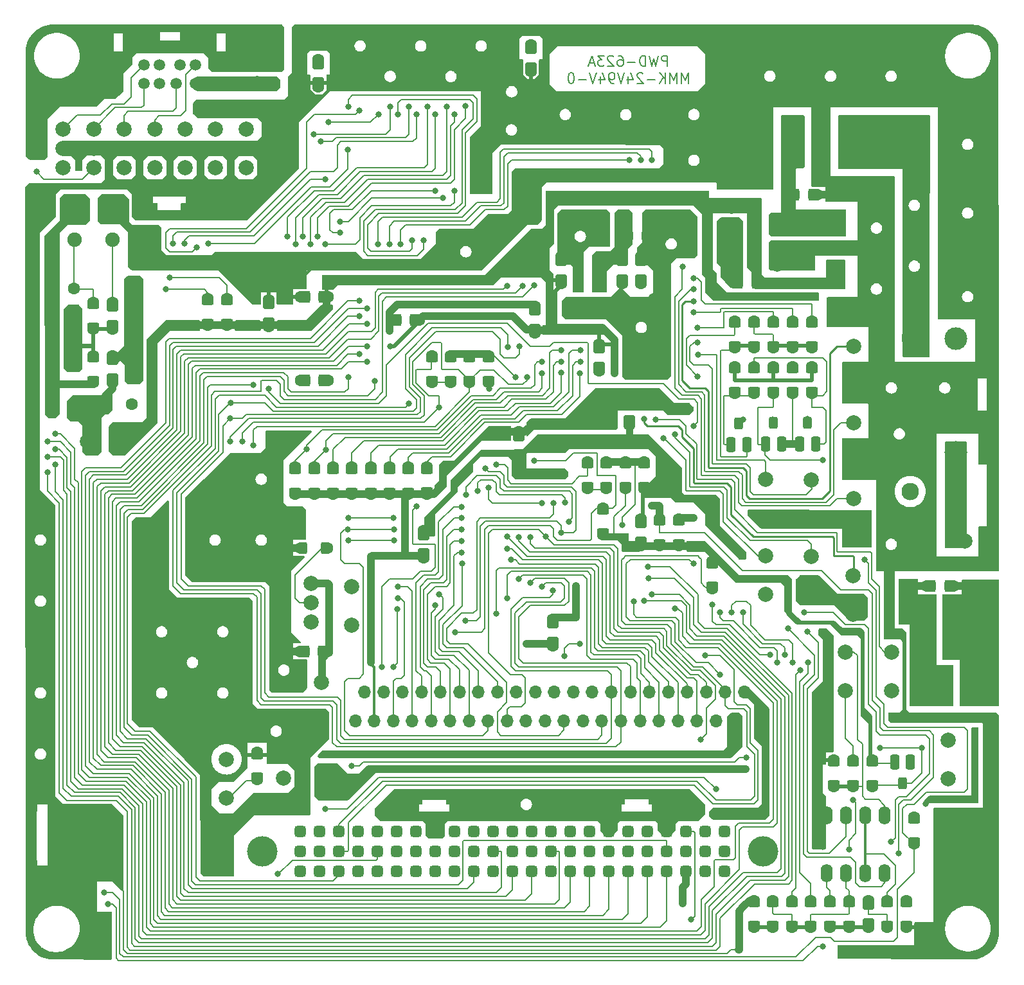
<source format=gbl>
G04 #@! TF.GenerationSoftware,KiCad,Pcbnew,7.0.2-0*
G04 #@! TF.CreationDate,2023-08-18T12:02:02+02:00*
G04 #@! TF.ProjectId,PCE,5043452e-6b69-4636-9164-5f7063625858,rev?*
G04 #@! TF.SameCoordinates,Original*
G04 #@! TF.FileFunction,Copper,L2,Bot*
G04 #@! TF.FilePolarity,Positive*
%FSLAX46Y46*%
G04 Gerber Fmt 4.6, Leading zero omitted, Abs format (unit mm)*
G04 Created by KiCad (PCBNEW 7.0.2-0) date 2023-08-18 12:02:02*
%MOMM*%
%LPD*%
G01*
G04 APERTURE LIST*
G04 Aperture macros list*
%AMRoundRect*
0 Rectangle with rounded corners*
0 $1 Rounding radius*
0 $2 $3 $4 $5 $6 $7 $8 $9 X,Y pos of 4 corners*
0 Add a 4 corners polygon primitive as box body*
4,1,4,$2,$3,$4,$5,$6,$7,$8,$9,$2,$3,0*
0 Add four circle primitives for the rounded corners*
1,1,$1+$1,$2,$3*
1,1,$1+$1,$4,$5*
1,1,$1+$1,$6,$7*
1,1,$1+$1,$8,$9*
0 Add four rect primitives between the rounded corners*
20,1,$1+$1,$2,$3,$4,$5,0*
20,1,$1+$1,$4,$5,$6,$7,0*
20,1,$1+$1,$6,$7,$8,$9,0*
20,1,$1+$1,$8,$9,$2,$3,0*%
G04 Aperture macros list end*
%ADD10C,0.200000*%
G04 #@! TA.AperFunction,NonConductor*
%ADD11C,0.200000*%
G04 #@! TD*
G04 #@! TA.AperFunction,ComponentPad*
%ADD12C,4.000000*%
G04 #@! TD*
G04 #@! TA.AperFunction,ComponentPad*
%ADD13RoundRect,0.375000X-0.375000X-0.375000X0.375000X-0.375000X0.375000X0.375000X-0.375000X0.375000X0*%
G04 #@! TD*
G04 #@! TA.AperFunction,ComponentPad*
%ADD14O,1.600000X2.400000*%
G04 #@! TD*
G04 #@! TA.AperFunction,ComponentPad*
%ADD15C,2.000000*%
G04 #@! TD*
G04 #@! TA.AperFunction,ComponentPad*
%ADD16C,1.600000*%
G04 #@! TD*
G04 #@! TA.AperFunction,ComponentPad*
%ADD17C,3.500000*%
G04 #@! TD*
G04 #@! TA.AperFunction,ComponentPad*
%ADD18C,3.000000*%
G04 #@! TD*
G04 #@! TA.AperFunction,ComponentPad*
%ADD19O,1.700000X1.700000*%
G04 #@! TD*
G04 #@! TA.AperFunction,ComponentPad*
%ADD20C,6.000000*%
G04 #@! TD*
G04 #@! TA.AperFunction,ComponentPad*
%ADD21C,2.300000*%
G04 #@! TD*
G04 #@! TA.AperFunction,ComponentPad*
%ADD22R,2.500000X5.000000*%
G04 #@! TD*
G04 #@! TA.AperFunction,ComponentPad*
%ADD23R,4.400000X3.000000*%
G04 #@! TD*
G04 #@! TA.AperFunction,ComponentPad*
%ADD24R,3.000000X5.000000*%
G04 #@! TD*
G04 #@! TA.AperFunction,ComponentPad*
%ADD25C,1.500000*%
G04 #@! TD*
G04 #@! TA.AperFunction,ComponentPad*
%ADD26C,1.900000*%
G04 #@! TD*
G04 #@! TA.AperFunction,SMDPad,CuDef*
%ADD27C,1.600000*%
G04 #@! TD*
G04 #@! TA.AperFunction,SMDPad,CuDef*
%ADD28RoundRect,0.250000X0.550000X-0.325000X0.550000X0.325000X-0.550000X0.325000X-0.550000X-0.325000X0*%
G04 #@! TD*
G04 #@! TA.AperFunction,SMDPad,CuDef*
%ADD29RoundRect,0.326087X0.473913X-0.423913X0.473913X0.423913X-0.473913X0.423913X-0.473913X-0.423913X0*%
G04 #@! TD*
G04 #@! TA.AperFunction,SMDPad,CuDef*
%ADD30RoundRect,0.326087X-0.473913X0.423913X-0.473913X-0.423913X0.473913X-0.423913X0.473913X0.423913X0*%
G04 #@! TD*
G04 #@! TA.AperFunction,SMDPad,CuDef*
%ADD31RoundRect,0.326087X0.423913X0.473913X-0.423913X0.473913X-0.423913X-0.473913X0.423913X-0.473913X0*%
G04 #@! TD*
G04 #@! TA.AperFunction,SMDPad,CuDef*
%ADD32RoundRect,0.250000X-0.550000X0.325000X-0.550000X-0.325000X0.550000X-0.325000X0.550000X0.325000X0*%
G04 #@! TD*
G04 #@! TA.AperFunction,SMDPad,CuDef*
%ADD33RoundRect,0.300000X0.300000X-0.500000X0.300000X0.500000X-0.300000X0.500000X-0.300000X-0.500000X0*%
G04 #@! TD*
G04 #@! TA.AperFunction,SMDPad,CuDef*
%ADD34RoundRect,0.300000X0.300000X-0.700000X0.300000X0.700000X-0.300000X0.700000X-0.300000X-0.700000X0*%
G04 #@! TD*
G04 #@! TA.AperFunction,SMDPad,CuDef*
%ADD35RoundRect,0.326087X-0.423913X-0.473913X0.423913X-0.473913X0.423913X0.473913X-0.423913X0.473913X0*%
G04 #@! TD*
G04 #@! TA.AperFunction,SMDPad,CuDef*
%ADD36RoundRect,0.250000X0.325000X0.550000X-0.325000X0.550000X-0.325000X-0.550000X0.325000X-0.550000X0*%
G04 #@! TD*
G04 #@! TA.AperFunction,SMDPad,CuDef*
%ADD37RoundRect,0.300000X-0.300000X0.700000X-0.300000X-0.700000X0.300000X-0.700000X0.300000X0.700000X0*%
G04 #@! TD*
G04 #@! TA.AperFunction,SMDPad,CuDef*
%ADD38RoundRect,0.300000X-0.300000X0.500000X-0.300000X-0.500000X0.300000X-0.500000X0.300000X0.500000X0*%
G04 #@! TD*
G04 #@! TA.AperFunction,ViaPad*
%ADD39C,0.800000*%
G04 #@! TD*
G04 #@! TA.AperFunction,Conductor*
%ADD40C,0.200000*%
G04 #@! TD*
G04 #@! TA.AperFunction,Conductor*
%ADD41C,0.500000*%
G04 #@! TD*
G04 #@! TA.AperFunction,Conductor*
%ADD42C,1.000000*%
G04 #@! TD*
G04 #@! TA.AperFunction,Conductor*
%ADD43C,0.350000*%
G04 #@! TD*
G04 #@! TA.AperFunction,Conductor*
%ADD44C,0.250000*%
G04 #@! TD*
G04 APERTURE END LIST*
D10*
D11*
X172504761Y-37670666D02*
X172504761Y-36270666D01*
X172504761Y-36270666D02*
X171994285Y-36270666D01*
X171994285Y-36270666D02*
X171866666Y-36337333D01*
X171866666Y-36337333D02*
X171802856Y-36404000D01*
X171802856Y-36404000D02*
X171739047Y-36537333D01*
X171739047Y-36537333D02*
X171739047Y-36737333D01*
X171739047Y-36737333D02*
X171802856Y-36870666D01*
X171802856Y-36870666D02*
X171866666Y-36937333D01*
X171866666Y-36937333D02*
X171994285Y-37004000D01*
X171994285Y-37004000D02*
X172504761Y-37004000D01*
X171292380Y-36270666D02*
X170973332Y-37670666D01*
X170973332Y-37670666D02*
X170718094Y-36670666D01*
X170718094Y-36670666D02*
X170462856Y-37670666D01*
X170462856Y-37670666D02*
X170143809Y-36270666D01*
X169633332Y-37670666D02*
X169633332Y-36270666D01*
X169633332Y-36270666D02*
X169314284Y-36270666D01*
X169314284Y-36270666D02*
X169122856Y-36337333D01*
X169122856Y-36337333D02*
X168995237Y-36470666D01*
X168995237Y-36470666D02*
X168931427Y-36604000D01*
X168931427Y-36604000D02*
X168867618Y-36870666D01*
X168867618Y-36870666D02*
X168867618Y-37070666D01*
X168867618Y-37070666D02*
X168931427Y-37337333D01*
X168931427Y-37337333D02*
X168995237Y-37470666D01*
X168995237Y-37470666D02*
X169122856Y-37604000D01*
X169122856Y-37604000D02*
X169314284Y-37670666D01*
X169314284Y-37670666D02*
X169633332Y-37670666D01*
X168293332Y-37137333D02*
X167272380Y-37137333D01*
X166059998Y-36270666D02*
X166315236Y-36270666D01*
X166315236Y-36270666D02*
X166442855Y-36337333D01*
X166442855Y-36337333D02*
X166506665Y-36404000D01*
X166506665Y-36404000D02*
X166634284Y-36604000D01*
X166634284Y-36604000D02*
X166698093Y-36870666D01*
X166698093Y-36870666D02*
X166698093Y-37404000D01*
X166698093Y-37404000D02*
X166634284Y-37537333D01*
X166634284Y-37537333D02*
X166570474Y-37604000D01*
X166570474Y-37604000D02*
X166442855Y-37670666D01*
X166442855Y-37670666D02*
X166187617Y-37670666D01*
X166187617Y-37670666D02*
X166059998Y-37604000D01*
X166059998Y-37604000D02*
X165996189Y-37537333D01*
X165996189Y-37537333D02*
X165932379Y-37404000D01*
X165932379Y-37404000D02*
X165932379Y-37070666D01*
X165932379Y-37070666D02*
X165996189Y-36937333D01*
X165996189Y-36937333D02*
X166059998Y-36870666D01*
X166059998Y-36870666D02*
X166187617Y-36804000D01*
X166187617Y-36804000D02*
X166442855Y-36804000D01*
X166442855Y-36804000D02*
X166570474Y-36870666D01*
X166570474Y-36870666D02*
X166634284Y-36937333D01*
X166634284Y-36937333D02*
X166698093Y-37070666D01*
X165421903Y-36404000D02*
X165358094Y-36337333D01*
X165358094Y-36337333D02*
X165230475Y-36270666D01*
X165230475Y-36270666D02*
X164911427Y-36270666D01*
X164911427Y-36270666D02*
X164783808Y-36337333D01*
X164783808Y-36337333D02*
X164719999Y-36404000D01*
X164719999Y-36404000D02*
X164656189Y-36537333D01*
X164656189Y-36537333D02*
X164656189Y-36670666D01*
X164656189Y-36670666D02*
X164719999Y-36870666D01*
X164719999Y-36870666D02*
X165485713Y-37670666D01*
X165485713Y-37670666D02*
X164656189Y-37670666D01*
X164209523Y-36270666D02*
X163379999Y-36270666D01*
X163379999Y-36270666D02*
X163826666Y-36804000D01*
X163826666Y-36804000D02*
X163635237Y-36804000D01*
X163635237Y-36804000D02*
X163507618Y-36870666D01*
X163507618Y-36870666D02*
X163443809Y-36937333D01*
X163443809Y-36937333D02*
X163379999Y-37070666D01*
X163379999Y-37070666D02*
X163379999Y-37404000D01*
X163379999Y-37404000D02*
X163443809Y-37537333D01*
X163443809Y-37537333D02*
X163507618Y-37604000D01*
X163507618Y-37604000D02*
X163635237Y-37670666D01*
X163635237Y-37670666D02*
X164018094Y-37670666D01*
X164018094Y-37670666D02*
X164145713Y-37604000D01*
X164145713Y-37604000D02*
X164209523Y-37537333D01*
X162869523Y-37270666D02*
X162231428Y-37270666D01*
X162997142Y-37670666D02*
X162550476Y-36270666D01*
X162550476Y-36270666D02*
X162103809Y-37670666D01*
X175280475Y-39938666D02*
X175280475Y-38538666D01*
X175280475Y-38538666D02*
X174833808Y-39538666D01*
X174833808Y-39538666D02*
X174387142Y-38538666D01*
X174387142Y-38538666D02*
X174387142Y-39938666D01*
X173749046Y-39938666D02*
X173749046Y-38538666D01*
X173749046Y-38538666D02*
X173302379Y-39538666D01*
X173302379Y-39538666D02*
X172855713Y-38538666D01*
X172855713Y-38538666D02*
X172855713Y-39938666D01*
X172217617Y-39938666D02*
X172217617Y-38538666D01*
X171451903Y-39938666D02*
X172026188Y-39138666D01*
X171451903Y-38538666D02*
X172217617Y-39338666D01*
X170877617Y-39405333D02*
X169856665Y-39405333D01*
X169282378Y-38672000D02*
X169218569Y-38605333D01*
X169218569Y-38605333D02*
X169090950Y-38538666D01*
X169090950Y-38538666D02*
X168771902Y-38538666D01*
X168771902Y-38538666D02*
X168644283Y-38605333D01*
X168644283Y-38605333D02*
X168580474Y-38672000D01*
X168580474Y-38672000D02*
X168516664Y-38805333D01*
X168516664Y-38805333D02*
X168516664Y-38938666D01*
X168516664Y-38938666D02*
X168580474Y-39138666D01*
X168580474Y-39138666D02*
X169346188Y-39938666D01*
X169346188Y-39938666D02*
X168516664Y-39938666D01*
X167368093Y-39005333D02*
X167368093Y-39938666D01*
X167687141Y-38472000D02*
X168006188Y-39472000D01*
X168006188Y-39472000D02*
X167176665Y-39472000D01*
X166857617Y-38538666D02*
X166410951Y-39938666D01*
X166410951Y-39938666D02*
X165964284Y-38538666D01*
X165453808Y-39938666D02*
X165198570Y-39938666D01*
X165198570Y-39938666D02*
X165070951Y-39872000D01*
X165070951Y-39872000D02*
X165007142Y-39805333D01*
X165007142Y-39805333D02*
X164879523Y-39605333D01*
X164879523Y-39605333D02*
X164815713Y-39338666D01*
X164815713Y-39338666D02*
X164815713Y-38805333D01*
X164815713Y-38805333D02*
X164879523Y-38672000D01*
X164879523Y-38672000D02*
X164943332Y-38605333D01*
X164943332Y-38605333D02*
X165070951Y-38538666D01*
X165070951Y-38538666D02*
X165326189Y-38538666D01*
X165326189Y-38538666D02*
X165453808Y-38605333D01*
X165453808Y-38605333D02*
X165517618Y-38672000D01*
X165517618Y-38672000D02*
X165581427Y-38805333D01*
X165581427Y-38805333D02*
X165581427Y-39138666D01*
X165581427Y-39138666D02*
X165517618Y-39272000D01*
X165517618Y-39272000D02*
X165453808Y-39338666D01*
X165453808Y-39338666D02*
X165326189Y-39405333D01*
X165326189Y-39405333D02*
X165070951Y-39405333D01*
X165070951Y-39405333D02*
X164943332Y-39338666D01*
X164943332Y-39338666D02*
X164879523Y-39272000D01*
X164879523Y-39272000D02*
X164815713Y-39138666D01*
X163667142Y-39005333D02*
X163667142Y-39938666D01*
X163986190Y-38472000D02*
X164305237Y-39472000D01*
X164305237Y-39472000D02*
X163475714Y-39472000D01*
X163156666Y-38538666D02*
X162710000Y-39938666D01*
X162710000Y-39938666D02*
X162263333Y-38538666D01*
X161816667Y-39405333D02*
X160795715Y-39405333D01*
X159902381Y-38538666D02*
X159774762Y-38538666D01*
X159774762Y-38538666D02*
X159647143Y-38605333D01*
X159647143Y-38605333D02*
X159583333Y-38672000D01*
X159583333Y-38672000D02*
X159519524Y-38805333D01*
X159519524Y-38805333D02*
X159455714Y-39072000D01*
X159455714Y-39072000D02*
X159455714Y-39405333D01*
X159455714Y-39405333D02*
X159519524Y-39672000D01*
X159519524Y-39672000D02*
X159583333Y-39805333D01*
X159583333Y-39805333D02*
X159647143Y-39872000D01*
X159647143Y-39872000D02*
X159774762Y-39938666D01*
X159774762Y-39938666D02*
X159902381Y-39938666D01*
X159902381Y-39938666D02*
X160030000Y-39872000D01*
X160030000Y-39872000D02*
X160093809Y-39805333D01*
X160093809Y-39805333D02*
X160157619Y-39672000D01*
X160157619Y-39672000D02*
X160221428Y-39405333D01*
X160221428Y-39405333D02*
X160221428Y-39072000D01*
X160221428Y-39072000D02*
X160157619Y-38805333D01*
X160157619Y-38805333D02*
X160093809Y-38672000D01*
X160093809Y-38672000D02*
X160030000Y-38605333D01*
X160030000Y-38605333D02*
X159902381Y-38538666D01*
D12*
X119150000Y-141132400D03*
X185110000Y-141132400D03*
D13*
X124160000Y-143722400D03*
X126700000Y-143722400D03*
X129240000Y-143722400D03*
X131780000Y-143722400D03*
X134320000Y-143722400D03*
X136860000Y-143722400D03*
X139400000Y-143722400D03*
X141940000Y-143722400D03*
X144480000Y-143722400D03*
X147020000Y-143722400D03*
X149560000Y-143722400D03*
X152100000Y-143722400D03*
X154640000Y-143722400D03*
X157180000Y-143722400D03*
X159720000Y-143722400D03*
X162260000Y-143722400D03*
X164800000Y-143722400D03*
X167340000Y-143722400D03*
X169880000Y-143722400D03*
X172420000Y-143722400D03*
X174960000Y-143722400D03*
X177500000Y-143722400D03*
X180040000Y-143722400D03*
X124160000Y-141112400D03*
X126700000Y-141112400D03*
X129240000Y-141112400D03*
X131780000Y-141112400D03*
X134320000Y-141112400D03*
X136860000Y-141112400D03*
X139400000Y-141112400D03*
X141940000Y-141112400D03*
X144480000Y-141112400D03*
X147020000Y-141112400D03*
X149560000Y-141112400D03*
X152100000Y-141112400D03*
X154640000Y-141112400D03*
X157180000Y-141112400D03*
X159720000Y-141112400D03*
X162260000Y-141112400D03*
X164800000Y-141112400D03*
X167340000Y-141112400D03*
X169880000Y-141112400D03*
X172420000Y-141112400D03*
X174960000Y-141112400D03*
X177500000Y-141112400D03*
X180040000Y-141112400D03*
X124160000Y-138532400D03*
X126700000Y-138532400D03*
X129240000Y-138532400D03*
X131780000Y-138532400D03*
X134320000Y-138532400D03*
X136860000Y-138532400D03*
X139400000Y-138532400D03*
X141940000Y-138532400D03*
X144480000Y-138532400D03*
X147020000Y-138532400D03*
X149560000Y-138532400D03*
X152100000Y-138532400D03*
X154640000Y-138532400D03*
X157180000Y-138532400D03*
X159720000Y-138532400D03*
X162260000Y-138532400D03*
X164800000Y-138532400D03*
X167340000Y-138532400D03*
X169880000Y-138532400D03*
X172420000Y-138532400D03*
X174960000Y-138532400D03*
X177500000Y-138532400D03*
X180040000Y-138532400D03*
D14*
X193522600Y-144043400D03*
X196062600Y-144043400D03*
X198602600Y-144043400D03*
X201142600Y-144043400D03*
X201142600Y-136423400D03*
X198602600Y-136423400D03*
X196062600Y-136423400D03*
X193522600Y-136423400D03*
D15*
X211658200Y-100261400D03*
X211658200Y-110261400D03*
X204258200Y-100261400D03*
X204258200Y-110261400D03*
D16*
X101950000Y-82240000D03*
X101950000Y-67000000D03*
X94330000Y-67000000D03*
X94330000Y-82240000D03*
D15*
X205511400Y-120707800D03*
X205511400Y-113207800D03*
D17*
X181120000Y-43485000D03*
D18*
X181120000Y-51955000D03*
X213140000Y-43355000D03*
D17*
X213260000Y-51955000D03*
D18*
X189040000Y-45665000D03*
X189040000Y-49665000D03*
X197090000Y-45665000D03*
X197090000Y-49665000D03*
X201090000Y-45665000D03*
X201090000Y-49665000D03*
X205090000Y-45665000D03*
X205090000Y-49665000D03*
D19*
X132628600Y-120167400D03*
X135128600Y-120167400D03*
X137628600Y-120167400D03*
X140128600Y-120167400D03*
X142628600Y-120167400D03*
X145128600Y-120167400D03*
X147628600Y-120167400D03*
X150128600Y-120167400D03*
X152628600Y-120167400D03*
X155128600Y-120167400D03*
X157628600Y-120167400D03*
X160128600Y-120167400D03*
X162628600Y-120167400D03*
X165128600Y-120167400D03*
X167628600Y-120167400D03*
X170128600Y-120167400D03*
X172628600Y-120167400D03*
X175128600Y-120167400D03*
X177628600Y-120167400D03*
X180128600Y-120167400D03*
X182628600Y-120167400D03*
X131398600Y-123926600D03*
X133898600Y-123926600D03*
X136398600Y-123926600D03*
X138898600Y-123926600D03*
X141398600Y-123926600D03*
X143898600Y-123926600D03*
X146398600Y-123926600D03*
X148898600Y-123926600D03*
X151398600Y-123926600D03*
X153898600Y-123926600D03*
X156398600Y-123926600D03*
X158898600Y-123926600D03*
X161398600Y-123926600D03*
X163898600Y-123926600D03*
X166398600Y-123926600D03*
X168898600Y-123926600D03*
X171398600Y-123926600D03*
X173898600Y-123926600D03*
X176398600Y-123926600D03*
X178898600Y-123926600D03*
X181398600Y-123926600D03*
D15*
X194421000Y-59095000D03*
X194421000Y-61635000D03*
D20*
X212471000Y-61595000D03*
D15*
X194421000Y-64175000D03*
D21*
X204495400Y-93699000D03*
X204495400Y-73499000D03*
D18*
X210515200Y-73576800D03*
X210515200Y-88576800D03*
D15*
X125552200Y-105791000D03*
X125552200Y-108331000D03*
X125552200Y-110871000D03*
D17*
X89852200Y-114031000D03*
X110992200Y-95521000D03*
X110992200Y-126231000D03*
D22*
X207987200Y-119050600D03*
D23*
X210987200Y-114200600D03*
D24*
X213987200Y-119100600D03*
D25*
X105638600Y-37479600D03*
X108288600Y-37479600D03*
X103538600Y-37479600D03*
X105638600Y-39979600D03*
X110338600Y-37479600D03*
X103538600Y-39979600D03*
X107838600Y-39979600D03*
X110338600Y-39979600D03*
D15*
X197027800Y-94681400D03*
X197027800Y-99761400D03*
X100962400Y-45960800D03*
X100962400Y-48500800D03*
X100962400Y-51040800D03*
X191465200Y-102225200D03*
X191465200Y-107305200D03*
X108988800Y-45960800D03*
X108988800Y-48500800D03*
X108988800Y-51040800D03*
X117015200Y-45960800D03*
X117015200Y-48500800D03*
X117015200Y-51040800D03*
D26*
X94466400Y-60553600D03*
X99466400Y-60553600D03*
D15*
X126963482Y-118897400D03*
X126963482Y-123977400D03*
X196977000Y-104765200D03*
X196977000Y-109845200D03*
X114438118Y-129006600D03*
X114438118Y-134086600D03*
X130886200Y-111302800D03*
X130886200Y-106222800D03*
X197016682Y-84683600D03*
X197016682Y-89763600D03*
X209499200Y-126456800D03*
X209499200Y-131536800D03*
X104975600Y-45960800D03*
X104975600Y-48500800D03*
X104975600Y-51040800D03*
X202031600Y-114874400D03*
X202031600Y-119954400D03*
X197027800Y-74615400D03*
X197027800Y-79695400D03*
X113002000Y-45960800D03*
X113002000Y-48500800D03*
X113002000Y-51040800D03*
X101244400Y-87071200D03*
X96164400Y-87071200D03*
X92936000Y-45960800D03*
X92936000Y-48500800D03*
X92936000Y-51040800D03*
X185420000Y-102199800D03*
X185420000Y-107279800D03*
X186983682Y-58623200D03*
X186983682Y-63703200D03*
X185420000Y-92141400D03*
X185420000Y-97221400D03*
X94386400Y-55549800D03*
X99466400Y-55549800D03*
X180989282Y-56083200D03*
X180989282Y-61163200D03*
X121945000Y-131500000D03*
X124485000Y-131500000D03*
X127025000Y-131500000D03*
X195949882Y-114858800D03*
X195949882Y-119938800D03*
X96949200Y-45960800D03*
X96949200Y-48500800D03*
X96949200Y-51040800D03*
X191490600Y-92192200D03*
X191490600Y-97272200D03*
D27*
X141503400Y-79321600D03*
D28*
X141503400Y-79046600D03*
X141503400Y-76096600D03*
D27*
X141503400Y-75821600D03*
X118465600Y-131620200D03*
D28*
X118465600Y-131345200D03*
X118465600Y-128395200D03*
D27*
X118465600Y-128120200D03*
X158546800Y-66291400D03*
D29*
X158546800Y-65841400D03*
X158546800Y-63241400D03*
D27*
X158546800Y-62791400D03*
X186475000Y-74750000D03*
D28*
X186475000Y-74475000D03*
X186475000Y-71525000D03*
D27*
X186475000Y-71250000D03*
X198960000Y-151130000D03*
D29*
X198960000Y-150680000D03*
X198960000Y-148080000D03*
D27*
X198960000Y-147630000D03*
X163525200Y-74300200D03*
D30*
X163525200Y-74750200D03*
X163525200Y-77350200D03*
D27*
X163525200Y-77800200D03*
X191525000Y-74750000D03*
D28*
X191525000Y-74475000D03*
X191525000Y-71525000D03*
D27*
X191525000Y-71250000D03*
X201470000Y-151130000D03*
D28*
X201470000Y-150855000D03*
X201470000Y-147905000D03*
D27*
X201470000Y-147630000D03*
X99390200Y-68785800D03*
D30*
X99390200Y-69235800D03*
X99390200Y-71835800D03*
D27*
X99390200Y-72285800D03*
X99390200Y-79321600D03*
D29*
X99390200Y-78871600D03*
X99390200Y-76271600D03*
D27*
X99390200Y-75821600D03*
X127759400Y-79070200D03*
D31*
X127309400Y-79070200D03*
X124709400Y-79070200D03*
D27*
X124259400Y-79070200D03*
X196443600Y-151127400D03*
D28*
X196443600Y-150852400D03*
X196443600Y-147902400D03*
D27*
X196443600Y-147627400D03*
X148945600Y-79321600D03*
D28*
X148945600Y-79046600D03*
X148945600Y-76096600D03*
D27*
X148945600Y-75821600D03*
X169062400Y-66291400D03*
D29*
X169062400Y-65841400D03*
X169062400Y-63241400D03*
D27*
X169062400Y-62791400D03*
X183896000Y-147630000D03*
D32*
X183896000Y-147905000D03*
X183896000Y-150855000D03*
D27*
X183896000Y-151130000D03*
X194411600Y-129085400D03*
D32*
X194411600Y-129360400D03*
X194411600Y-132310400D03*
D27*
X194411600Y-132585400D03*
X166979600Y-89814400D03*
D32*
X166979600Y-90089400D03*
X166979600Y-93039400D03*
D27*
X166979600Y-93314400D03*
X120015000Y-71981000D03*
D29*
X120015000Y-71531000D03*
X120015000Y-68931000D03*
D27*
X120015000Y-68481000D03*
X191525000Y-80775000D03*
D28*
X191525000Y-80500000D03*
X191525000Y-77550000D03*
D27*
X191525000Y-77275000D03*
X186475000Y-80775000D03*
D28*
X186475000Y-80500000D03*
X186475000Y-77550000D03*
D27*
X186475000Y-77275000D03*
X199466200Y-129085400D03*
D32*
X199466200Y-129360400D03*
X199466200Y-132310400D03*
D27*
X199466200Y-132585400D03*
X183950000Y-71250000D03*
D32*
X183950000Y-71525000D03*
X183950000Y-74475000D03*
D27*
X183950000Y-74750000D03*
X203980000Y-147630000D03*
D32*
X203980000Y-147905000D03*
X203980000Y-150855000D03*
D27*
X203980000Y-151130000D03*
X186385200Y-147627400D03*
D32*
X186385200Y-147902400D03*
X186385200Y-150852400D03*
D27*
X186385200Y-151127400D03*
D33*
X186475000Y-84675000D03*
D34*
X187525000Y-87475000D03*
X185425000Y-87475000D03*
D27*
X126542800Y-36858000D03*
D30*
X126542800Y-37308000D03*
X126542800Y-39908000D03*
D27*
X126542800Y-40358000D03*
X166779000Y-60045600D03*
D35*
X167229000Y-60045600D03*
X169829000Y-60045600D03*
D27*
X170279000Y-60045600D03*
X189000000Y-74750000D03*
D28*
X189000000Y-74475000D03*
X189000000Y-71525000D03*
D27*
X189000000Y-71250000D03*
X157450000Y-110525000D03*
D30*
X157450000Y-110975000D03*
X157450000Y-113575000D03*
D27*
X157450000Y-114025000D03*
X210175000Y-106175000D03*
D31*
X209725000Y-106175000D03*
X207125000Y-106175000D03*
D27*
X206675000Y-106175000D03*
X127708600Y-101142800D03*
D36*
X127433600Y-101142800D03*
X124483600Y-101142800D03*
D27*
X124208600Y-101142800D03*
X178460400Y-106471600D03*
D28*
X178460400Y-106196600D03*
X178460400Y-103246600D03*
D27*
X178460400Y-102971600D03*
X140843000Y-94025600D03*
D28*
X140843000Y-93750600D03*
X140843000Y-90800600D03*
D27*
X140843000Y-90525600D03*
X96901000Y-75826200D03*
D32*
X96901000Y-76101200D03*
X96901000Y-79051200D03*
D27*
X96901000Y-79326200D03*
X124183200Y-114757200D03*
D35*
X124633200Y-114757200D03*
X127233200Y-114757200D03*
D27*
X127683200Y-114757200D03*
X167513000Y-81384200D03*
D30*
X167513000Y-81834200D03*
X167513000Y-84434200D03*
D27*
X167513000Y-84884200D03*
X181425000Y-74750000D03*
D28*
X181425000Y-74475000D03*
X181425000Y-71525000D03*
D27*
X181425000Y-71250000D03*
X188899800Y-151127400D03*
D28*
X188899800Y-150852400D03*
X188899800Y-147902400D03*
D27*
X188899800Y-147627400D03*
X183950000Y-77275000D03*
D32*
X183950000Y-77550000D03*
X183950000Y-80500000D03*
D27*
X183950000Y-80775000D03*
X138379200Y-94033700D03*
D28*
X138379200Y-93758700D03*
X138379200Y-90808700D03*
D27*
X138379200Y-90533700D03*
X189000000Y-77275000D03*
D32*
X189000000Y-77550000D03*
X189000000Y-80500000D03*
D27*
X189000000Y-80775000D03*
X171500800Y-100860800D03*
D28*
X171500800Y-100585800D03*
X171500800Y-97635800D03*
D27*
X171500800Y-97360800D03*
X184782400Y-66167000D03*
D31*
X184332400Y-66167000D03*
X181732400Y-66167000D03*
D27*
X181282400Y-66167000D03*
X188750000Y-54584600D03*
D35*
X189200000Y-54584600D03*
X191800000Y-54584600D03*
D27*
X192250000Y-54584600D03*
X130962400Y-94036300D03*
D28*
X130962400Y-93761300D03*
X130962400Y-90811300D03*
D27*
X130962400Y-90536300D03*
X204978000Y-136603800D03*
D32*
X204978000Y-136878800D03*
X204978000Y-139828800D03*
D27*
X204978000Y-140103800D03*
X135915400Y-94036300D03*
D28*
X135915400Y-93761300D03*
X135915400Y-90811300D03*
D27*
X135915400Y-90536300D03*
X139796400Y-71069200D03*
D31*
X139346400Y-71069200D03*
X136746400Y-71069200D03*
D27*
X136296400Y-71069200D03*
X128473200Y-94036300D03*
D28*
X128473200Y-93761300D03*
X128473200Y-90811300D03*
D27*
X128473200Y-90536300D03*
X140425000Y-102400000D03*
D29*
X140425000Y-101950000D03*
X140425000Y-99350000D03*
D27*
X140425000Y-98900000D03*
X123494800Y-94036300D03*
D28*
X123494800Y-93761300D03*
X123494800Y-90811300D03*
D27*
X123494800Y-90536300D03*
D37*
X204541400Y-129367000D03*
X202441400Y-129367000D03*
D38*
X203491400Y-132167000D03*
D33*
X181925000Y-84725000D03*
D34*
X182975000Y-87525000D03*
X180875000Y-87525000D03*
D27*
X111963200Y-68303200D03*
D32*
X111963200Y-68578200D03*
X111963200Y-71528200D03*
D27*
X111963200Y-71803200D03*
X114503200Y-71803200D03*
D28*
X114503200Y-71528200D03*
X114503200Y-68578200D03*
D27*
X114503200Y-68303200D03*
X173990000Y-100860800D03*
D28*
X173990000Y-100585800D03*
X173990000Y-97635800D03*
D27*
X173990000Y-97360800D03*
X133451600Y-94036300D03*
D28*
X133451600Y-93761300D03*
X133451600Y-90811300D03*
D27*
X133451600Y-90536300D03*
X162001200Y-93317000D03*
D28*
X162001200Y-93042000D03*
X162001200Y-90092000D03*
D27*
X162001200Y-89817000D03*
X155016200Y-72819200D03*
D29*
X155016200Y-72369200D03*
X155016200Y-69769200D03*
D27*
X155016200Y-69319200D03*
X164490400Y-93317000D03*
D28*
X164490400Y-93042000D03*
X164490400Y-90092000D03*
D27*
X164490400Y-89817000D03*
D33*
X190975000Y-84675000D03*
D34*
X192025000Y-87475000D03*
X189925000Y-87475000D03*
D27*
X127759400Y-68097400D03*
D31*
X127309400Y-68097400D03*
X124709400Y-68097400D03*
D27*
X124259400Y-68097400D03*
X169011600Y-100860800D03*
D29*
X169011600Y-100410800D03*
X169011600Y-97810800D03*
D27*
X169011600Y-97360800D03*
X96901000Y-72283200D03*
D28*
X96901000Y-72008200D03*
X96901000Y-69058200D03*
D27*
X96901000Y-68783200D03*
X193929000Y-147630000D03*
D32*
X193929000Y-147905000D03*
X193929000Y-150855000D03*
D27*
X193929000Y-151130000D03*
X154508200Y-34876800D03*
D30*
X154508200Y-35326800D03*
X154508200Y-37926800D03*
D27*
X154508200Y-38376800D03*
X164033200Y-99387600D03*
D28*
X164033200Y-99112600D03*
X164033200Y-96162600D03*
D27*
X164033200Y-95887600D03*
X169468800Y-89814400D03*
D32*
X169468800Y-90089400D03*
X169468800Y-93039400D03*
D27*
X169468800Y-93314400D03*
X191414400Y-151127400D03*
D28*
X191414400Y-150852400D03*
X191414400Y-147902400D03*
D27*
X191414400Y-147627400D03*
X196926200Y-132585400D03*
D28*
X196926200Y-132310400D03*
X196926200Y-129360400D03*
D27*
X196926200Y-129085400D03*
X143992600Y-79321600D03*
D28*
X143992600Y-79046600D03*
X143992600Y-76096600D03*
D27*
X143992600Y-75821600D03*
D15*
X118450000Y-39980000D03*
X123530000Y-39980000D03*
D27*
X146456400Y-75821600D03*
D32*
X146456400Y-76096600D03*
X146456400Y-79046600D03*
D27*
X146456400Y-79321600D03*
X181425000Y-80775000D03*
D28*
X181425000Y-80500000D03*
X181425000Y-77550000D03*
D27*
X181425000Y-77275000D03*
X166547800Y-62791400D03*
D30*
X166547800Y-63241400D03*
X166547800Y-65841400D03*
D27*
X166547800Y-66291400D03*
X125984000Y-94036300D03*
D28*
X125984000Y-93761300D03*
X125984000Y-90811300D03*
D27*
X125984000Y-90536300D03*
X152958800Y-85880000D03*
D30*
X152958800Y-86330000D03*
X152958800Y-88930000D03*
D27*
X152958800Y-89380000D03*
D39*
X151434800Y-107772200D03*
X152933400Y-105206800D03*
X154432000Y-105765600D03*
X155981400Y-106222800D03*
X138500000Y-82130000D03*
X157454600Y-106756200D03*
X114985800Y-82067400D03*
X151500000Y-74630000D03*
X114960400Y-84099400D03*
X152990000Y-74610000D03*
X163440000Y-66610000D03*
X182975000Y-68125000D03*
X189000000Y-77275000D03*
X140425000Y-101950000D03*
X182500000Y-84200000D03*
X184450000Y-68125000D03*
X174970000Y-82600000D03*
X149030000Y-80150000D03*
X127630000Y-68160000D03*
X178500000Y-102780000D03*
X158530000Y-66570000D03*
X169062400Y-66291400D03*
X165530000Y-78150000D03*
X152958800Y-85880000D03*
X154533600Y-34772600D03*
X186375000Y-84200000D03*
X155016200Y-72819200D03*
X136020000Y-74610000D03*
X194411600Y-129085400D03*
X175610000Y-150139400D03*
X127759400Y-79070200D03*
X164070000Y-99290000D03*
X165530000Y-85110000D03*
X119990000Y-71900000D03*
X160500000Y-106200000D03*
X178420000Y-67470000D03*
X166779000Y-60045600D03*
X182827200Y-130300000D03*
X173440000Y-82610000D03*
X166500000Y-57100000D03*
X178430000Y-65000000D03*
X169011600Y-100860800D03*
X193014600Y-140538200D03*
X126441200Y-36830000D03*
X192990000Y-112180000D03*
X166580000Y-98120000D03*
X200533000Y-127482600D03*
X206019400Y-127482600D03*
X130950000Y-129850000D03*
X158521400Y-99161600D03*
X182950000Y-128800000D03*
X145900000Y-110720000D03*
X136982200Y-107772200D03*
X148500000Y-90640000D03*
X106451400Y-67056000D03*
X117990000Y-79680000D03*
X158975000Y-115350000D03*
X160975000Y-113775000D03*
X177469800Y-115265200D03*
X188899800Y-147902400D03*
X190030000Y-117240000D03*
X191020000Y-116210000D03*
X191414400Y-147902400D03*
X203980000Y-147905000D03*
X190990000Y-112170000D03*
X201470000Y-147905000D03*
X91897200Y-86131400D03*
X168060000Y-108170000D03*
X169468800Y-108150000D03*
X91897200Y-88163400D03*
X90881200Y-87122000D03*
X173530000Y-109100000D03*
X170484800Y-107260000D03*
X90881200Y-89154000D03*
X202000000Y-139850000D03*
X190510000Y-109630000D03*
X91897200Y-90195400D03*
X170002200Y-105156000D03*
X89433400Y-51562000D03*
X178892200Y-132943600D03*
X175945800Y-103200200D03*
X175945800Y-97155000D03*
X127431800Y-135534400D03*
X179451000Y-117805200D03*
X106934000Y-65557400D03*
X120030000Y-80170000D03*
X175980000Y-85070000D03*
X202996800Y-141350000D03*
X121150000Y-144094200D03*
X170484800Y-95580000D03*
X140843000Y-90525600D03*
X161000000Y-78110000D03*
X138379200Y-90533700D03*
X161040000Y-76640000D03*
X161040000Y-75080000D03*
X135980000Y-90424000D03*
X133451600Y-90536300D03*
X158500000Y-78090000D03*
X158530000Y-76620000D03*
X130962400Y-90536300D03*
X128473200Y-90536300D03*
X158510000Y-75090000D03*
X155990000Y-78100000D03*
X127520000Y-88190000D03*
X125040000Y-88087200D03*
X156000000Y-76630000D03*
X136448800Y-116840000D03*
X155000000Y-89620000D03*
X136931400Y-109250000D03*
X144520000Y-112260000D03*
X155956000Y-95199200D03*
X130479800Y-97200000D03*
X148945600Y-93180000D03*
X136470000Y-97200000D03*
X130454400Y-98679000D03*
X159004000Y-95173800D03*
X136490000Y-98690000D03*
X147490000Y-93660000D03*
X156530000Y-99630000D03*
X176933000Y-126387000D03*
X154432000Y-99695000D03*
X145415000Y-95707200D03*
X145415000Y-97180000D03*
X152933400Y-99695000D03*
X151434800Y-99669600D03*
X145389600Y-98704400D03*
X145415000Y-100203000D03*
X151434800Y-101244400D03*
X145415000Y-101730000D03*
X145450000Y-103190000D03*
X142480000Y-107240000D03*
X141909800Y-108712000D03*
X151917400Y-102717600D03*
X149936200Y-109778800D03*
X159537400Y-97663000D03*
X136982200Y-106242200D03*
X145970000Y-94160000D03*
X136497600Y-100177600D03*
X130505200Y-100177600D03*
X134924800Y-116840000D03*
X139470000Y-95660000D03*
X133940000Y-79140000D03*
X130510000Y-78630000D03*
X132950000Y-76640000D03*
X131970000Y-75630000D03*
X132970000Y-74620000D03*
X153480000Y-66600000D03*
X151430000Y-66590000D03*
X132970000Y-71610000D03*
X131960000Y-70640000D03*
X132920000Y-69600000D03*
X131940000Y-68610000D03*
X137360000Y-61130000D03*
X167513000Y-50038000D03*
X168986200Y-50038000D03*
X135890000Y-61120000D03*
X170484800Y-50038000D03*
X134430000Y-61120000D03*
X129430000Y-59600000D03*
X141898400Y-54081600D03*
X129410000Y-58120000D03*
X142951200Y-55008800D03*
X127470000Y-61100000D03*
X144438400Y-54061600D03*
X126460000Y-60140000D03*
X145948400Y-42951600D03*
X144449800Y-43992800D03*
X125510000Y-61140000D03*
X124480000Y-60120000D03*
X143459200Y-43027600D03*
X141960600Y-44043600D03*
X123520200Y-61112400D03*
X140944600Y-43027600D03*
X122500000Y-60110000D03*
X127890000Y-45050000D03*
X134442200Y-44018200D03*
X138455400Y-43027600D03*
X126890000Y-47610000D03*
X135966200Y-43002200D03*
X125930000Y-46620000D03*
X112014000Y-61036200D03*
X130454400Y-48634400D03*
X131953000Y-43510200D03*
X110490000Y-61569600D03*
X108940600Y-61036200D03*
X127430000Y-52560000D03*
X107420000Y-61036200D03*
X139446000Y-44043600D03*
X186020000Y-115220000D03*
X178460000Y-108590000D03*
X179450000Y-109610000D03*
X187010000Y-116230000D03*
X189010000Y-116230000D03*
X180970000Y-109600000D03*
X188000000Y-115200000D03*
X182460000Y-109630000D03*
X154960000Y-66550000D03*
X136982200Y-44043600D03*
X140380000Y-60620000D03*
X130468400Y-42971600D03*
X138900000Y-60600000D03*
X152540000Y-78640000D03*
X171983400Y-86664800D03*
X173482000Y-86182200D03*
X176470000Y-78550000D03*
X169470000Y-84110000D03*
X170992800Y-84201000D03*
X176504600Y-72136000D03*
X176555400Y-75641200D03*
X176500000Y-74060000D03*
X175980000Y-70129400D03*
X175996600Y-68630800D03*
X175930000Y-67020000D03*
X175996600Y-65608200D03*
X174523400Y-64084200D03*
X204978000Y-136878800D03*
X197000000Y-134350000D03*
X196443600Y-140893800D03*
X186408522Y-151150722D03*
X116509800Y-87122000D03*
X150000000Y-90160000D03*
X99390200Y-72339200D03*
X142450000Y-82630000D03*
X193929000Y-147905000D03*
X192989200Y-153619200D03*
X98825000Y-148075000D03*
X90855800Y-91160600D03*
X169976800Y-103632000D03*
X124259400Y-68097400D03*
X155016200Y-69319200D03*
X191525000Y-77275000D03*
X174548800Y-147980400D03*
X124208600Y-101142800D03*
X204750000Y-38450000D03*
X118008400Y-87604600D03*
X172400000Y-57500000D03*
X140425000Y-98900000D03*
X157450000Y-114025000D03*
X185425000Y-132750000D03*
X190950000Y-84125000D03*
X124370000Y-114860000D03*
X112980000Y-140110000D03*
X135960000Y-72590000D03*
X124259400Y-79070200D03*
X204750000Y-33450000D03*
X163525200Y-77800200D03*
X170440000Y-68030000D03*
X128400000Y-128325000D03*
X185425000Y-134475000D03*
X169011600Y-97360800D03*
X118465600Y-128395200D03*
X99390200Y-75844400D03*
X153975000Y-113750000D03*
X170930000Y-57510000D03*
X188442600Y-111785400D03*
X146890000Y-54080000D03*
X114960400Y-87147400D03*
X96900000Y-79450000D03*
X120050000Y-68370000D03*
X167060000Y-78080000D03*
X112980000Y-142630000D03*
X152030000Y-43550000D03*
X97150000Y-151300000D03*
X207100000Y-151300000D03*
X101930200Y-74500000D03*
X170450000Y-78080000D03*
X91922600Y-79552800D03*
X166510000Y-66610000D03*
X92100000Y-146300000D03*
X181900000Y-154100000D03*
X155010000Y-88110000D03*
X160470000Y-57030000D03*
X182524400Y-148437600D03*
X212100000Y-146225000D03*
X155410000Y-57020000D03*
X170434000Y-73990200D03*
X165030000Y-86640000D03*
X154000000Y-78610000D03*
X171310000Y-44430000D03*
X160990000Y-66580000D03*
X182372000Y-102133400D03*
X96926400Y-145618200D03*
X203980000Y-151130000D03*
X157505400Y-95214600D03*
X213029800Y-125907800D03*
X206500000Y-134850000D03*
X118465600Y-131775000D03*
X98300000Y-146550000D03*
X198450000Y-102700000D03*
X193025000Y-89600000D03*
D40*
X205090000Y-49665000D02*
X201090000Y-45665000D01*
D41*
X206400400Y-50975400D02*
X205090000Y-49665000D01*
D40*
X205090000Y-49665000D02*
X205090000Y-45665000D01*
X201090000Y-49665000D02*
X197090000Y-45665000D01*
X189040000Y-45665000D02*
X189040000Y-49665000D01*
X201090000Y-49665000D02*
X201090000Y-45665000D01*
D41*
X204495400Y-73499000D02*
X206400400Y-71594000D01*
D40*
X197090000Y-45665000D02*
X197090000Y-49665000D01*
X189040000Y-49665000D02*
X188991000Y-49714000D01*
X188991000Y-52609000D02*
X188750000Y-52850000D01*
X188750000Y-52850000D02*
X188750000Y-54584600D01*
X188991000Y-49714000D02*
X188991000Y-52609000D01*
D41*
X206400400Y-71594000D02*
X206400400Y-50975400D01*
D42*
X127762000Y-105791000D02*
X127939800Y-105968800D01*
X127939800Y-105968800D02*
X127939800Y-114500600D01*
X127939800Y-114500600D02*
X127683200Y-114757200D01*
X127000000Y-118897400D02*
X127000000Y-115710000D01*
X127000000Y-115710000D02*
X127830000Y-114880000D01*
X125552200Y-105791000D02*
X127762000Y-105791000D01*
D40*
X151434800Y-104724200D02*
X151942800Y-104216200D01*
X162458400Y-114858800D02*
X162839400Y-115239800D01*
X151434800Y-107772200D02*
X151434800Y-104724200D01*
X162839400Y-115239800D02*
X168529000Y-115239800D01*
X151942800Y-104216200D02*
X161975800Y-104216200D01*
X168529000Y-115239800D02*
X168986200Y-115697000D01*
X162458400Y-104698800D02*
X162458400Y-114858800D01*
X170128600Y-118820600D02*
X170128600Y-120167400D01*
X161975800Y-104216200D02*
X162458400Y-104698800D01*
X168986200Y-117678200D02*
X170128600Y-118820600D01*
X168986200Y-115697000D02*
X168986200Y-117678200D01*
X168898600Y-123926600D02*
X168898600Y-118657400D01*
X168898600Y-118657400D02*
X168503600Y-118262400D01*
X167995600Y-115773200D02*
X162433000Y-115773200D01*
X161442400Y-104698800D02*
X153441400Y-104698800D01*
X161950400Y-115290600D02*
X161950400Y-105206800D01*
X168503600Y-116281200D02*
X167995600Y-115773200D01*
X153441400Y-104698800D02*
X152933400Y-105206800D01*
X168503600Y-118262400D02*
X168503600Y-116281200D01*
X161950400Y-105206800D02*
X161442400Y-104698800D01*
X162433000Y-115773200D02*
X161950400Y-115290600D01*
X154457400Y-108737400D02*
X152933400Y-110261400D01*
X154432000Y-105765600D02*
X155016200Y-105181400D01*
X158953200Y-105181400D02*
X159512000Y-105740200D01*
X159512000Y-105740200D02*
X159512000Y-108204000D01*
X158978600Y-108737400D02*
X154457400Y-108737400D01*
X167628600Y-116752400D02*
X167628600Y-120167400D01*
X155016200Y-105181400D02*
X158953200Y-105181400D01*
X152933400Y-115747800D02*
X153492200Y-116306600D01*
X159512000Y-108204000D02*
X158978600Y-108737400D01*
X153492200Y-116306600D02*
X167182800Y-116306600D01*
X152933400Y-110261400D02*
X152933400Y-115747800D01*
X167182800Y-116306600D02*
X167628600Y-116752400D01*
X165760400Y-127355600D02*
X128955800Y-127355600D01*
X119024400Y-121818400D02*
X118440200Y-121234200D01*
X152425400Y-109753400D02*
X152425400Y-116306600D01*
X113461800Y-81051400D02*
X119481600Y-81051400D01*
X138029200Y-82600800D02*
X138500000Y-82130000D01*
X158546800Y-105714800D02*
X158953200Y-106121200D01*
X108407200Y-107162600D02*
X107416600Y-106172000D01*
X166398600Y-123926600D02*
X166398600Y-126717400D01*
X128422400Y-122174000D02*
X128066800Y-121818400D01*
X155981400Y-106222800D02*
X156489400Y-105714800D01*
X118008400Y-107162600D02*
X108407200Y-107162600D01*
X112953800Y-81559400D02*
X113461800Y-81051400D01*
X166398600Y-126717400D02*
X165760400Y-127355600D01*
X128955800Y-127355600D02*
X128422400Y-126822200D01*
X119481600Y-81051400D02*
X121031000Y-82600800D01*
X166398600Y-117300400D02*
X166398600Y-123926600D01*
X107416600Y-106172000D02*
X107416600Y-93573600D01*
X152425400Y-116306600D02*
X152933400Y-116814600D01*
X128066800Y-121818400D02*
X119024400Y-121818400D01*
X156489400Y-105714800D02*
X158546800Y-105714800D01*
X128422400Y-126822200D02*
X128422400Y-122174000D01*
X165912800Y-116814600D02*
X166398600Y-117300400D01*
X112953800Y-88036400D02*
X112953800Y-81559400D01*
X118440200Y-107594400D02*
X118008400Y-107162600D01*
X158953200Y-106121200D02*
X158953200Y-107772200D01*
X153924000Y-108254800D02*
X152425400Y-109753400D01*
X121031000Y-82600800D02*
X138029200Y-82600800D01*
X152933400Y-116814600D02*
X165912800Y-116814600D01*
X158953200Y-107772200D02*
X158470600Y-108254800D01*
X107416600Y-93573600D02*
X112953800Y-88036400D01*
X158470600Y-108254800D02*
X153924000Y-108254800D01*
X118440200Y-121234200D02*
X118440200Y-107594400D01*
X137998200Y-75641200D02*
X141503400Y-72136000D01*
X151892000Y-109245400D02*
X151892000Y-116738400D01*
X164465000Y-126898400D02*
X165128600Y-126234800D01*
X137998200Y-80162400D02*
X137998200Y-75641200D01*
X114985800Y-82067400D02*
X114909600Y-82067400D01*
X152476200Y-117322600D02*
X164642800Y-117322600D01*
X157454600Y-107264200D02*
X156997400Y-107721400D01*
X118516400Y-106654600D02*
X118999000Y-107137200D01*
X150545800Y-72136000D02*
X151500000Y-73090200D01*
X114985800Y-82067400D02*
X119532400Y-82067400D01*
X128955800Y-126390400D02*
X129463800Y-126898400D01*
X114909600Y-82067400D02*
X113436400Y-83540600D01*
X165128600Y-117808400D02*
X165128600Y-120167400D01*
X156997400Y-107721400D02*
X153416000Y-107721400D01*
X139471400Y-82702400D02*
X139471400Y-81635600D01*
X128447800Y-121285000D02*
X128955800Y-121793000D01*
X141503400Y-72136000D02*
X150545800Y-72136000D01*
X118999000Y-107137200D02*
X118999000Y-120878600D01*
X119405400Y-121285000D02*
X128447800Y-121285000D01*
X139065000Y-83108800D02*
X139471400Y-82702400D01*
X107924600Y-105765600D02*
X108813600Y-106654600D01*
X113436400Y-83540600D02*
X113436400Y-88341200D01*
X129463800Y-126898400D02*
X164465000Y-126898400D01*
X164642800Y-117322600D02*
X165128600Y-117808400D01*
X153416000Y-107721400D02*
X151892000Y-109245400D01*
X107924600Y-93853000D02*
X107924600Y-105765600D01*
X139471400Y-81635600D02*
X137998200Y-80162400D01*
X151892000Y-116738400D02*
X152476200Y-117322600D01*
X165128600Y-126234800D02*
X165128600Y-120167400D01*
X108813600Y-106654600D02*
X118516400Y-106654600D01*
X151500000Y-73090200D02*
X151500000Y-74630000D01*
X113436400Y-88341200D02*
X107924600Y-93853000D01*
X128955800Y-121793000D02*
X128955800Y-126390400D01*
X118999000Y-120878600D02*
X119405400Y-121285000D01*
X157454600Y-106756200D02*
X157454600Y-107264200D01*
X120573800Y-83108800D02*
X139065000Y-83108800D01*
X119532400Y-82067400D02*
X120573800Y-83108800D01*
X139954000Y-83185000D02*
X139954000Y-81330800D01*
X113969800Y-88569800D02*
X113969800Y-85090000D01*
X150520400Y-73609200D02*
X150520400Y-75615800D01*
X116509800Y-84099400D02*
X117017800Y-83591400D01*
X142036800Y-72593200D02*
X149504400Y-72593200D01*
X150520400Y-75615800D02*
X150977600Y-76073000D01*
X150977600Y-76073000D02*
X152552400Y-76073000D01*
X109397800Y-106146600D02*
X108458000Y-105206800D01*
X152990000Y-75635400D02*
X152990000Y-74610000D01*
X119456200Y-120243600D02*
X119456200Y-106578400D01*
X138506200Y-76123800D02*
X142036800Y-72593200D01*
X108458000Y-94081600D02*
X113969800Y-88569800D01*
X129971800Y-126365000D02*
X129463800Y-125857000D01*
X119456200Y-106578400D02*
X119024400Y-106146600D01*
X129463800Y-125857000D02*
X129463800Y-121234200D01*
X163898600Y-125788400D02*
X163322000Y-126365000D01*
X149504400Y-72593200D02*
X150520400Y-73609200D01*
X163322000Y-126365000D02*
X129971800Y-126365000D01*
X117017800Y-83591400D02*
X139547600Y-83591400D01*
X114960400Y-84099400D02*
X116509800Y-84099400D01*
X139954000Y-81330800D02*
X138506200Y-79883000D01*
X129463800Y-121234200D02*
X129032000Y-120802400D01*
X108458000Y-105206800D02*
X108458000Y-94081600D01*
X152552400Y-76073000D02*
X152990000Y-75635400D01*
X120015000Y-120802400D02*
X119456200Y-120243600D01*
X138506200Y-79883000D02*
X138506200Y-76123800D01*
X119024400Y-106146600D02*
X109397800Y-106146600D01*
X139547600Y-83591400D02*
X139954000Y-83185000D01*
X113969800Y-85090000D02*
X114960400Y-84099400D01*
X129032000Y-120802400D02*
X120015000Y-120802400D01*
X163898600Y-123926600D02*
X163898600Y-125788400D01*
X175997400Y-138532400D02*
X174960000Y-138532400D01*
D41*
X188442600Y-109804200D02*
X188442600Y-105664000D01*
D40*
X165481000Y-99364800D02*
X164144800Y-99364800D01*
D41*
X164642800Y-81864200D02*
X165122800Y-81384200D01*
D43*
X133898600Y-123926600D02*
X133898600Y-116848600D01*
D40*
X184332400Y-57205400D02*
X183210200Y-56083200D01*
D41*
X187985400Y-105206800D02*
X181756800Y-105206800D01*
D42*
X137947400Y-102184200D02*
X140190800Y-102184200D01*
D41*
X157022800Y-60096400D02*
X157022800Y-55956200D01*
D40*
X164144800Y-99364800D02*
X164070000Y-99290000D01*
D41*
X156032200Y-64832200D02*
X156032200Y-61087000D01*
X154762200Y-84785200D02*
X165205200Y-84785200D01*
D42*
X140304400Y-70561200D02*
X139796400Y-71069200D01*
X141784400Y-94025600D02*
X140843000Y-94025600D01*
X153979400Y-72369200D02*
X152171400Y-70561200D01*
X137947400Y-102184200D02*
X133604000Y-102184200D01*
D41*
X177622200Y-56083200D02*
X181025800Y-56083200D01*
D43*
X133502400Y-116452400D02*
X133502400Y-116202400D01*
D41*
X166547800Y-62791400D02*
X166547800Y-60276800D01*
D42*
X133604000Y-102184200D02*
X133502400Y-102285800D01*
X155016200Y-72369200D02*
X153979400Y-72369200D01*
X120086800Y-71803200D02*
X125453200Y-71803200D01*
D41*
X149047200Y-66116200D02*
X154076400Y-61087000D01*
X157250000Y-72450000D02*
X157276800Y-72423200D01*
X139796400Y-71303000D02*
X136489400Y-74610000D01*
D40*
X194421000Y-64175000D02*
X194421000Y-65497200D01*
D41*
X197892400Y-111950000D02*
X195400000Y-111950000D01*
D42*
X106657200Y-71803200D02*
X114503200Y-71803200D01*
X119990000Y-71900000D02*
X120086800Y-71803200D01*
X153667400Y-85880000D02*
X154762200Y-84785200D01*
D40*
X202441400Y-129367000D02*
X202258400Y-129550000D01*
D41*
X162674300Y-72123300D02*
X163525200Y-72974200D01*
D42*
X165530000Y-78150000D02*
X165530000Y-74115400D01*
X160500000Y-110275000D02*
X157700000Y-110275000D01*
D40*
X193522600Y-136423400D02*
X193116200Y-136423400D01*
D42*
X155097000Y-72450000D02*
X155016200Y-72369200D01*
D41*
X163440000Y-66610000D02*
X163440000Y-64017000D01*
D40*
X194421000Y-65497200D02*
X193751200Y-66167000D01*
D41*
X173440000Y-82610000D02*
X174960000Y-82610000D01*
D40*
X169011600Y-100860800D02*
X167942200Y-100860800D01*
D41*
X194448000Y-110998000D02*
X189636400Y-110998000D01*
D40*
X192504000Y-129085400D02*
X192024000Y-129565400D01*
D41*
X157041400Y-65841400D02*
X156032200Y-64832200D01*
X198196200Y-112253800D02*
X197892400Y-111950000D01*
X104673400Y-73787000D02*
X106657200Y-71803200D01*
X139796400Y-71069200D02*
X139796400Y-71303000D01*
X148360000Y-86250000D02*
X142870000Y-91740000D01*
X165122800Y-81384200D02*
X167513000Y-81384200D01*
X165205200Y-84785200D02*
X165530000Y-85110000D01*
X158546800Y-65841400D02*
X157041400Y-65841400D01*
D42*
X123494800Y-94036300D02*
X140832300Y-94036300D01*
X157576700Y-72123300D02*
X162674300Y-72123300D01*
D40*
X176098200Y-138633200D02*
X175997400Y-138532400D01*
D41*
X199288400Y-123388400D02*
X198196200Y-122296200D01*
X171891000Y-82610000D02*
X173440000Y-82610000D01*
D42*
X140190800Y-102184200D02*
X140425000Y-101950000D01*
X157250000Y-72450000D02*
X155097000Y-72450000D01*
D41*
X179330000Y-102780000D02*
X178500000Y-102780000D01*
X154076400Y-61087000D02*
X156032200Y-61087000D01*
D40*
X182975000Y-68125000D02*
X184450000Y-68125000D01*
D41*
X178500000Y-102097500D02*
X178500000Y-102780000D01*
X181756800Y-105206800D02*
X179330000Y-102780000D01*
D40*
X193490000Y-112680000D02*
X193490000Y-127010000D01*
D43*
X133898600Y-116848600D02*
X133502400Y-116452400D01*
D42*
X157250000Y-72450000D02*
X157576700Y-72123300D01*
X137947400Y-94465500D02*
X137947400Y-102184200D01*
D40*
X199466200Y-129085400D02*
X199288400Y-128907600D01*
X184332400Y-68007400D02*
X184450000Y-68125000D01*
D41*
X150470000Y-85880000D02*
X150100000Y-86250000D01*
D40*
X167942200Y-100860800D02*
X166776400Y-99695000D01*
X182975000Y-68125000D02*
X179075000Y-68125000D01*
D41*
X198196200Y-122296200D02*
X198196200Y-112253800D01*
D40*
X192990000Y-112180000D02*
X193490000Y-112680000D01*
D42*
X119893200Y-71803200D02*
X114503200Y-71803200D01*
D41*
X174960000Y-82610000D02*
X174970000Y-82600000D01*
D40*
X177622200Y-64192200D02*
X177622200Y-56083200D01*
X192303400Y-137236200D02*
X192303400Y-139827000D01*
D41*
X166547800Y-60276800D02*
X166779000Y-60045600D01*
D42*
X152958800Y-85880000D02*
X150470000Y-85880000D01*
X152958800Y-85880000D02*
X153667400Y-85880000D01*
D41*
X167513000Y-81384200D02*
X170665200Y-81384200D01*
X163525200Y-72974200D02*
X163525200Y-74300200D01*
X157886400Y-55092600D02*
X176631600Y-55092600D01*
X158546800Y-66553200D02*
X158546800Y-65841400D01*
D42*
X169048300Y-100897500D02*
X177300000Y-100897500D01*
X127665800Y-132054600D02*
X127050800Y-131439600D01*
D41*
X176631600Y-55092600D02*
X177622200Y-56083200D01*
D42*
X125453200Y-71803200D02*
X127584200Y-69672200D01*
D41*
X163440000Y-64017000D02*
X164665600Y-62791400D01*
D42*
X131445400Y-132054600D02*
X127665800Y-132054600D01*
D40*
X193141600Y-136423400D02*
X193522600Y-136423400D01*
D41*
X157022800Y-55956200D02*
X157886400Y-55092600D01*
X199288400Y-128907600D02*
X199288400Y-123388400D01*
X119990000Y-71900000D02*
X119893200Y-71803200D01*
X102971600Y-86029800D02*
X104673400Y-84328000D01*
D40*
X166979600Y-95554800D02*
X165481000Y-97053400D01*
D41*
X150100000Y-86250000D02*
X148360000Y-86250000D01*
D42*
X155016200Y-72819200D02*
X155016200Y-72369200D01*
D41*
X164665600Y-62791400D02*
X166547800Y-62791400D01*
X127983800Y-66116200D02*
X149047200Y-66116200D01*
X142870000Y-91740000D02*
X142870000Y-92940000D01*
D40*
X184332400Y-66167000D02*
X184332400Y-57205400D01*
D41*
X127630000Y-68160000D02*
X127630000Y-66470000D01*
D42*
X127584200Y-69672200D02*
X127584200Y-68205800D01*
D40*
X179075000Y-68125000D02*
X178420000Y-67470000D01*
D41*
X164642800Y-84222800D02*
X164642800Y-81864200D01*
D40*
X165481000Y-97053400D02*
X165481000Y-99364800D01*
D42*
X140832300Y-94036300D02*
X140843000Y-94025600D01*
X157700000Y-110275000D02*
X157450000Y-110525000D01*
D40*
X199655800Y-129550000D02*
X199466200Y-129360400D01*
X165811200Y-99695000D02*
X165481000Y-99364800D01*
X193490000Y-127010000D02*
X192504000Y-127996000D01*
D42*
X163905600Y-72123300D02*
X162674300Y-72123300D01*
D41*
X156032200Y-61087000D02*
X157022800Y-60096400D01*
D42*
X142870000Y-92940000D02*
X141784400Y-94025600D01*
X133200000Y-130300000D02*
X131445400Y-132054600D01*
D41*
X194411600Y-129085400D02*
X192504000Y-129085400D01*
X170665200Y-81384200D02*
X171891000Y-82610000D01*
D40*
X169011600Y-100860800D02*
X169048300Y-100897500D01*
D41*
X165530000Y-74115400D02*
X165345200Y-74300200D01*
D40*
X192024000Y-135305800D02*
X193141600Y-136423400D01*
X192303400Y-139827000D02*
X193014600Y-140538200D01*
X192504000Y-127996000D02*
X192504000Y-129085400D01*
X175610000Y-150139400D02*
X176098200Y-149651200D01*
X183210200Y-56083200D02*
X181025800Y-56083200D01*
D42*
X133502400Y-102285800D02*
X133502400Y-116202400D01*
D41*
X165530000Y-85110000D02*
X164642800Y-84222800D01*
X157276800Y-67823200D02*
X158530000Y-66570000D01*
X127630000Y-66470000D02*
X127983800Y-66116200D01*
X165345200Y-74300200D02*
X163525200Y-74300200D01*
X158530000Y-66570000D02*
X158546800Y-66553200D01*
X157276800Y-72423200D02*
X157276800Y-67823200D01*
D42*
X138379200Y-94033700D02*
X137947400Y-94465500D01*
D41*
X104673400Y-84328000D02*
X104673400Y-73787000D01*
X102285800Y-86029800D02*
X102971600Y-86029800D01*
D40*
X166776400Y-99695000D02*
X165811200Y-99695000D01*
D42*
X182827200Y-130300000D02*
X133200000Y-130300000D01*
D40*
X202258400Y-129550000D02*
X199655800Y-129550000D01*
X176098200Y-149651200D02*
X176098200Y-138633200D01*
X193116200Y-136423400D02*
X192303400Y-137236200D01*
D41*
X127584200Y-68205800D02*
X127630000Y-68160000D01*
X189636400Y-110998000D02*
X188442600Y-109804200D01*
X188442600Y-105664000D02*
X187985400Y-105206800D01*
D42*
X165530000Y-73747700D02*
X163905600Y-72123300D01*
D40*
X178430000Y-65000000D02*
X177622200Y-64192200D01*
D42*
X160500000Y-106200000D02*
X160500000Y-110275000D01*
D40*
X193751200Y-66167000D02*
X184782400Y-66167000D01*
D41*
X136489400Y-74610000D02*
X136020000Y-74610000D01*
D40*
X192024000Y-129565400D02*
X192024000Y-135305800D01*
D42*
X165530000Y-74115400D02*
X165530000Y-73747700D01*
D40*
X166500000Y-57100000D02*
X166779000Y-57379000D01*
D41*
X101244400Y-87071200D02*
X102285800Y-86029800D01*
D42*
X152171400Y-70561200D02*
X140304400Y-70561200D01*
D40*
X166979600Y-93314400D02*
X166979600Y-95554800D01*
X166779000Y-57379000D02*
X166779000Y-60045600D01*
D41*
X195400000Y-111950000D02*
X194448000Y-110998000D01*
X177300000Y-100897500D02*
X178500000Y-102097500D01*
D40*
X168275000Y-95402400D02*
X168275000Y-90043000D01*
D42*
X166979600Y-89814400D02*
X164493000Y-89814400D01*
D40*
X166580000Y-97097400D02*
X168275000Y-95402400D01*
D42*
X166979600Y-89814400D02*
X169468800Y-89814400D01*
D40*
X166580000Y-98120000D02*
X166580000Y-97097400D01*
D42*
X164493000Y-89814400D02*
X164490400Y-89817000D01*
D40*
X158521400Y-98196400D02*
X158521400Y-99161600D01*
X182950000Y-128800000D02*
X181950000Y-128800000D01*
X136753600Y-118338600D02*
X136398600Y-118693600D01*
X181400000Y-129350000D02*
X132450000Y-129350000D01*
X137464800Y-118338600D02*
X136753600Y-118338600D01*
X147318600Y-110720000D02*
X147853400Y-110185200D01*
X199591400Y-132435600D02*
X203222800Y-132435600D01*
X151409400Y-93116400D02*
X159918400Y-93116400D01*
X181950000Y-128800000D02*
X181400000Y-129350000D01*
X204637000Y-132167000D02*
X203491400Y-132167000D01*
X131950000Y-129850000D02*
X130950000Y-129850000D01*
X200533000Y-127482600D02*
X206019400Y-127482600D01*
X132450000Y-129350000D02*
X131950000Y-129850000D01*
X137896600Y-108280200D02*
X137896600Y-117906800D01*
X150977600Y-91617800D02*
X150977600Y-92684600D01*
X148501200Y-90640000D02*
X148971000Y-91109800D01*
X150469600Y-91109800D02*
X150977600Y-91617800D01*
X136398600Y-118693600D02*
X136398600Y-123926600D01*
X160096200Y-99161600D02*
X158521400Y-99161600D01*
X147853400Y-110185200D02*
X147853400Y-98247200D01*
X160502600Y-98755200D02*
X160096200Y-99161600D01*
X148971000Y-91109800D02*
X150469600Y-91109800D01*
X137896600Y-117906800D02*
X137464800Y-118338600D01*
X147853400Y-98247200D02*
X148513800Y-97586800D01*
X145900000Y-110720000D02*
X147318600Y-110720000D01*
X206019400Y-130784600D02*
X204637000Y-132167000D01*
X148500000Y-90640000D02*
X148501200Y-90640000D01*
X157911800Y-97586800D02*
X158521400Y-98196400D01*
X160502600Y-93700600D02*
X160502600Y-98755200D01*
X203222800Y-132435600D02*
X203491400Y-132167000D01*
X199466200Y-132310400D02*
X199591400Y-132435600D01*
X150977600Y-92684600D02*
X151409400Y-93116400D01*
X206019400Y-127482600D02*
X206019400Y-130784600D01*
X137388600Y-107772200D02*
X137896600Y-108280200D01*
X148513800Y-97586800D02*
X157911800Y-97586800D01*
X136982200Y-107772200D02*
X137388600Y-107772200D01*
X159918400Y-93116400D02*
X160502600Y-93700600D01*
X172420000Y-141112400D02*
X172420000Y-139745000D01*
X145700800Y-139649200D02*
X145600000Y-139750000D01*
X109880400Y-131648200D02*
X104063800Y-125831600D01*
X145600000Y-144899800D02*
X144957800Y-145542000D01*
X158975000Y-114350000D02*
X158975000Y-115350000D01*
X144957800Y-145542000D02*
X110388400Y-145542000D01*
X145600000Y-139750000D02*
X145600000Y-144899800D01*
X111506000Y-67056000D02*
X111963200Y-67513200D01*
X100914200Y-124794200D02*
X100914200Y-96570800D01*
X160975000Y-113775000D02*
X159550000Y-113775000D01*
X101951600Y-125831600D02*
X100914200Y-124794200D01*
X111963200Y-87477600D02*
X111963200Y-80035400D01*
X106451400Y-67056000D02*
X111506000Y-67056000D01*
X111963200Y-80035400D02*
X112318600Y-79680000D01*
X100914200Y-96570800D02*
X101422200Y-96062800D01*
X103378000Y-96062800D02*
X111963200Y-87477600D01*
X159550000Y-113775000D02*
X158975000Y-114350000D01*
X101422200Y-96062800D02*
X103378000Y-96062800D01*
X110388400Y-145542000D02*
X109880400Y-145034000D01*
X104063800Y-125831600D02*
X101951600Y-125831600D01*
X172324200Y-139649200D02*
X145700800Y-139649200D01*
X172420000Y-139745000D02*
X172324200Y-139649200D01*
X111963200Y-67513200D02*
X111963200Y-68303200D01*
X109880400Y-145034000D02*
X109880400Y-131648200D01*
X112318600Y-79680000D02*
X117990000Y-79680000D01*
X181330600Y-121361200D02*
X181762400Y-121793000D01*
X176022000Y-132410200D02*
X135458200Y-132410200D01*
X177469800Y-115265200D02*
X179400200Y-115265200D01*
X130525000Y-137343400D02*
X130525000Y-141000000D01*
X183438800Y-126847600D02*
X184429400Y-127838200D01*
X183438800Y-122301000D02*
X183438800Y-126847600D01*
X181762400Y-121793000D02*
X182930800Y-121793000D01*
X182930800Y-121793000D02*
X183438800Y-122301000D01*
X181330600Y-117195600D02*
X181330600Y-121361200D01*
X183921400Y-134874000D02*
X178485800Y-134874000D01*
X178485800Y-134874000D02*
X176022000Y-132410200D01*
X184429400Y-134366000D02*
X183921400Y-134874000D01*
X179400200Y-115265200D02*
X181330600Y-117195600D01*
X135458200Y-132410200D02*
X130525000Y-137343400D01*
X184429400Y-127838200D02*
X184429400Y-134366000D01*
X130525000Y-141000000D02*
X130412600Y-141112400D01*
X130412600Y-141112400D02*
X129109800Y-141112400D01*
X188899800Y-147902400D02*
X188899800Y-146481800D01*
X189433200Y-117836800D02*
X190030000Y-117240000D01*
X188899800Y-146481800D02*
X189433200Y-145948400D01*
X189433200Y-145948400D02*
X189433200Y-117836800D01*
X189941200Y-118770400D02*
X191020000Y-117691600D01*
X189941200Y-143891000D02*
X189941200Y-118770400D01*
X191414400Y-145364200D02*
X189941200Y-143891000D01*
X191414400Y-147902400D02*
X191414400Y-145364200D01*
X191020000Y-117691600D02*
X191020000Y-116210000D01*
X196062600Y-139192000D02*
X193852800Y-141401800D01*
X202539600Y-145440400D02*
X202539600Y-142976600D01*
D43*
X198602600Y-141427200D02*
X198602600Y-136423400D01*
D40*
X196062600Y-136423400D02*
X196062600Y-139192000D01*
X192430400Y-118262400D02*
X192430400Y-113610400D01*
X193852800Y-141401800D02*
X191236600Y-141401800D01*
X190957200Y-119735600D02*
X192430400Y-118262400D01*
X190957200Y-141122400D02*
X190957200Y-119735600D01*
X200990200Y-141427200D02*
X198602600Y-141427200D01*
D43*
X198602600Y-144043400D02*
X198602600Y-141427200D01*
D40*
X201470000Y-147905000D02*
X201470000Y-146510000D01*
X191236600Y-141401800D02*
X190957200Y-141122400D01*
X201470000Y-146510000D02*
X202539600Y-145440400D01*
X202539600Y-142976600D02*
X200990200Y-141427200D01*
X192430400Y-113610400D02*
X190990000Y-112170000D01*
X92557600Y-86131400D02*
X94462600Y-88036400D01*
X94919800Y-92532200D02*
X94919800Y-130860800D01*
X174980600Y-114274600D02*
X174015400Y-113309400D01*
X94462600Y-88036400D02*
X94462600Y-92075000D01*
X181457600Y-141935200D02*
X181457600Y-137845800D01*
X181914800Y-137388600D02*
X185978800Y-137388600D01*
X185978800Y-137388600D02*
X186436000Y-136931400D01*
X186436000Y-121564400D02*
X179146200Y-114274600D01*
X173558200Y-110286800D02*
X168452800Y-110286800D01*
X94462600Y-92075000D02*
X94919800Y-92532200D01*
X101168200Y-131876800D02*
X103886000Y-134594600D01*
X179146200Y-114274600D02*
X174980600Y-114274600D01*
X181178200Y-142214600D02*
X181457600Y-141935200D01*
X103886000Y-151079200D02*
X104419400Y-151612600D01*
X176961800Y-147447000D02*
X178638200Y-145770600D01*
X104419400Y-151612600D02*
X176352200Y-151612600D01*
X176352200Y-151612600D02*
X176961800Y-151003000D01*
X178638200Y-142367000D02*
X178790600Y-142214600D01*
X94919800Y-130860800D02*
X95935800Y-131876800D01*
X176961800Y-151003000D02*
X176961800Y-147447000D01*
X186436000Y-136931400D02*
X186436000Y-121564400D01*
X181457600Y-137845800D02*
X181914800Y-137388600D01*
X174015400Y-113309400D02*
X174015400Y-110744000D01*
X91897200Y-86131400D02*
X92557600Y-86131400D01*
X178638200Y-145770600D02*
X178638200Y-142367000D01*
X95935800Y-131876800D02*
X101168200Y-131876800D01*
X168452800Y-110286800D02*
X168060000Y-109894000D01*
X174015400Y-110744000D02*
X173558200Y-110286800D01*
X103886000Y-134594600D02*
X103886000Y-151079200D01*
X168060000Y-109894000D02*
X168060000Y-108170000D01*
X178790600Y-142214600D02*
X181178200Y-142214600D01*
X93929200Y-131869200D02*
X94952800Y-132892800D01*
X187477400Y-143408400D02*
X187477400Y-121031000D01*
X176022000Y-113284000D02*
X175006000Y-112268000D01*
X91897200Y-88163400D02*
X92405200Y-88163400D01*
X175006000Y-112268000D02*
X175006000Y-108813600D01*
X174342400Y-108150000D02*
X169468800Y-108150000D01*
X182448200Y-143916400D02*
X186969400Y-143916400D01*
X177977800Y-152146000D02*
X177977800Y-148386800D01*
X93929200Y-93726000D02*
X93929200Y-131869200D01*
X92405200Y-88163400D02*
X93446600Y-89204800D01*
X187477400Y-121031000D02*
X179730400Y-113284000D01*
X186969400Y-143916400D02*
X187477400Y-143408400D01*
X93446600Y-89204800D02*
X93446600Y-93243400D01*
X94952800Y-132892800D02*
X100660200Y-132892800D01*
X93446600Y-93243400D02*
X93929200Y-93726000D01*
X102870000Y-135102600D02*
X102870000Y-152273000D01*
X177495200Y-152628600D02*
X177977800Y-152146000D01*
X102870000Y-152273000D02*
X103225600Y-152628600D01*
X179730400Y-113284000D02*
X176022000Y-113284000D01*
X175006000Y-108813600D02*
X174342400Y-108150000D01*
X100660200Y-132892800D02*
X102870000Y-135102600D01*
X177977800Y-148386800D02*
X182448200Y-143916400D01*
X103225600Y-152628600D02*
X177495200Y-152628600D01*
X181991000Y-138328400D02*
X182422800Y-137896600D01*
X90881200Y-87122000D02*
X92557600Y-87122000D01*
X173844600Y-109100000D02*
X173530000Y-109100000D01*
X94437200Y-93192600D02*
X94437200Y-131368800D01*
X100939600Y-132384800D02*
X103428800Y-134874000D01*
X103428800Y-151612600D02*
X103936800Y-152120600D01*
X93954600Y-88519000D02*
X93954600Y-92710000D01*
X175437800Y-113741200D02*
X174498000Y-112801400D01*
X103428800Y-134874000D02*
X103428800Y-151612600D01*
X182422800Y-137896600D02*
X186461400Y-137896600D01*
X177469800Y-151511000D02*
X177469800Y-148031200D01*
X174498000Y-109753400D02*
X173844600Y-109100000D01*
X103936800Y-152120600D02*
X176860200Y-152120600D01*
X181991000Y-143510000D02*
X181991000Y-138328400D01*
X179400200Y-113741200D02*
X175437800Y-113741200D01*
X94437200Y-131368800D02*
X95453200Y-132384800D01*
X93954600Y-92710000D02*
X94437200Y-93192600D01*
X186969400Y-121310400D02*
X179400200Y-113741200D01*
X174498000Y-112801400D02*
X174498000Y-109753400D01*
X186969400Y-137388600D02*
X186969400Y-121310400D01*
X186461400Y-137896600D02*
X186969400Y-137388600D01*
X176860200Y-152120600D02*
X177469800Y-151511000D01*
X95453200Y-132384800D02*
X100939600Y-132384800D01*
X92557600Y-87122000D02*
X93954600Y-88519000D01*
X177469800Y-148031200D02*
X181991000Y-143510000D01*
X175488600Y-108661200D02*
X175488600Y-111785400D01*
X187960000Y-120777000D02*
X187960000Y-143992600D01*
X178460400Y-152527000D02*
X177850800Y-153136600D01*
X174087400Y-107260000D02*
X175488600Y-108661200D01*
X102895400Y-153136600D02*
X102387400Y-152628600D01*
X102387400Y-135356600D02*
X100406200Y-133375400D01*
X93446600Y-94030800D02*
X92964000Y-93548200D01*
X187528200Y-144424400D02*
X182956200Y-144424400D01*
X187960000Y-143992600D02*
X187528200Y-144424400D01*
X92964000Y-89560400D02*
X92557600Y-89154000D01*
X178460400Y-148920200D02*
X178460400Y-152527000D01*
X102387400Y-152628600D02*
X102387400Y-135356600D01*
X92964000Y-93548200D02*
X92964000Y-89560400D01*
X182956200Y-144424400D02*
X178460400Y-148920200D01*
X92557600Y-89154000D02*
X90881200Y-89154000D01*
X100406200Y-133375400D02*
X94455400Y-133375400D01*
X177850800Y-153136600D02*
X102895400Y-153136600D01*
X94455400Y-133375400D02*
X93446600Y-132366600D01*
X179908200Y-112725200D02*
X187960000Y-120777000D01*
X176428400Y-112725200D02*
X179908200Y-112725200D01*
X170484800Y-107260000D02*
X174087400Y-107260000D01*
X175488600Y-111785400D02*
X176428400Y-112725200D01*
X93446600Y-132366600D02*
X93446600Y-94030800D01*
X199000000Y-111725000D02*
X198525000Y-111250000D01*
X200500000Y-125800000D02*
X199975000Y-125275000D01*
X202000000Y-139850000D02*
X202525000Y-139325000D01*
X199975000Y-125275000D02*
X199975000Y-122725000D01*
X202525000Y-139325000D02*
X202525000Y-134375000D01*
X195950000Y-111250000D02*
X194330000Y-109630000D01*
X194330000Y-109630000D02*
X190510000Y-109630000D01*
X199975000Y-122725000D02*
X199000000Y-121750000D01*
X204000000Y-133900000D02*
X207050000Y-130850000D01*
X207050000Y-130850000D02*
X207050000Y-126300000D01*
X198525000Y-111250000D02*
X195950000Y-111250000D01*
X207050000Y-126300000D02*
X206550000Y-125800000D01*
X199000000Y-121750000D02*
X199000000Y-111725000D01*
X206550000Y-125800000D02*
X200500000Y-125800000D01*
X202525000Y-134375000D02*
X203000000Y-133900000D01*
X203000000Y-133900000D02*
X204000000Y-133900000D01*
X175971200Y-107721400D02*
X173405800Y-105156000D01*
X101930200Y-153263600D02*
X102285800Y-153619200D01*
X93973400Y-133883400D02*
X100152200Y-133883400D01*
X176987200Y-112242600D02*
X175971200Y-111226600D01*
X95462800Y-52527200D02*
X96949200Y-51040800D01*
X92938600Y-94792800D02*
X92938600Y-132848600D01*
X90398600Y-52527200D02*
X95462800Y-52527200D01*
X89433400Y-51562000D02*
X90398600Y-52527200D01*
X187960000Y-144932400D02*
X188468000Y-144424400D01*
X178943000Y-149402800D02*
X183413400Y-144932400D01*
X188468000Y-144424400D02*
X188468000Y-120573800D01*
X183413400Y-144932400D02*
X187960000Y-144932400D01*
X180136800Y-112242600D02*
X176987200Y-112242600D01*
X92938600Y-132848600D02*
X93973400Y-133883400D01*
X178460400Y-153619200D02*
X178943000Y-153136600D01*
X91897200Y-90195400D02*
X91897200Y-93751400D01*
X91897200Y-93751400D02*
X92938600Y-94792800D01*
X178943000Y-153136600D02*
X178943000Y-149402800D01*
X188468000Y-120573800D02*
X180136800Y-112242600D01*
X173405800Y-105156000D02*
X170002200Y-105156000D01*
X100152200Y-133883400D02*
X101930200Y-135661400D01*
X101930200Y-135661400D02*
X101930200Y-153263600D01*
X102285800Y-153619200D02*
X178460400Y-153619200D01*
X175971200Y-111226600D02*
X175971200Y-107721400D01*
X167081200Y-110236000D02*
X167081200Y-103225600D01*
X175412400Y-102666800D02*
X175945800Y-103200200D01*
D42*
X174195800Y-97155000D02*
X175945800Y-97155000D01*
X173990000Y-97360800D02*
X174195800Y-97155000D01*
D40*
X173101000Y-110744000D02*
X167589200Y-110744000D01*
X177901600Y-116255800D02*
X176276000Y-116255800D01*
X167640000Y-102666800D02*
X175412400Y-102666800D01*
X177342800Y-131394200D02*
X178892200Y-132943600D01*
X130352800Y-135534400D02*
X134493000Y-131394200D01*
X127431800Y-135534400D02*
X130352800Y-135534400D01*
X134493000Y-131394200D02*
X177342800Y-131394200D01*
X179451000Y-117805200D02*
X177901600Y-116255800D01*
X176276000Y-116255800D02*
X173532800Y-113512600D01*
X173532800Y-111175800D02*
X173101000Y-110744000D01*
X167589200Y-110744000D02*
X167081200Y-110236000D01*
X173532800Y-113512600D02*
X173532800Y-111175800D01*
X167081200Y-103225600D02*
X167640000Y-102666800D01*
X176504600Y-82016600D02*
X176047400Y-81559400D01*
X161950400Y-74066400D02*
X157505400Y-74066400D01*
X162052000Y-74168000D02*
X161950400Y-74066400D01*
X134518400Y-82118200D02*
X121513600Y-82118200D01*
X114503200Y-66548000D02*
X114503200Y-68303200D01*
X140995400Y-71551800D02*
X135534400Y-77012800D01*
X106934000Y-65557400D02*
X113512600Y-65557400D01*
X162153600Y-79527400D02*
X162052000Y-79425800D01*
X151434800Y-71551800D02*
X140995400Y-71551800D01*
X120030000Y-80634600D02*
X120030000Y-80170000D01*
X135534400Y-77012800D02*
X135534400Y-81102200D01*
X157505400Y-74066400D02*
X157022800Y-74549000D01*
X175980000Y-85070000D02*
X176504600Y-84545400D01*
X171983400Y-79527400D02*
X162153600Y-79527400D01*
X135534400Y-81102200D02*
X134518400Y-82118200D01*
X113512600Y-65557400D02*
X114503200Y-66548000D01*
X121513600Y-82118200D02*
X120030000Y-80634600D01*
X162052000Y-79425800D02*
X162052000Y-74168000D01*
X176047400Y-81559400D02*
X174015400Y-81559400D01*
X174015400Y-81559400D02*
X171983400Y-79527400D01*
X176504600Y-84545400D02*
X176504600Y-82016600D01*
X157022800Y-74549000D02*
X154432000Y-74549000D01*
X154432000Y-74549000D02*
X151434800Y-71551800D01*
X192850000Y-104150000D02*
X182400000Y-104150000D01*
X171500000Y-99100000D02*
X171500800Y-99099200D01*
X200500000Y-122250000D02*
X199500000Y-121250000D01*
X207000000Y-125250000D02*
X200950000Y-125250000D01*
D42*
X171500800Y-97360800D02*
X171500800Y-95656400D01*
D40*
X177425000Y-99175000D02*
X171575000Y-99175000D01*
X202996800Y-141350000D02*
X202996800Y-134953200D01*
D42*
X171424400Y-95580000D02*
X170484800Y-95580000D01*
D40*
X199500000Y-121250000D02*
X199500000Y-107150000D01*
X207550000Y-125800000D02*
X207000000Y-125250000D01*
X204600000Y-134375000D02*
X207550000Y-131425000D01*
D42*
X171500800Y-95656400D02*
X171424400Y-95580000D01*
D40*
X182400000Y-104150000D02*
X177425000Y-99175000D01*
X195375000Y-106675000D02*
X192850000Y-104150000D01*
X207550000Y-131425000D02*
X207550000Y-125800000D01*
X200500000Y-124800000D02*
X200500000Y-122250000D01*
X134320000Y-142155000D02*
X134320000Y-141112400D01*
X200950000Y-125250000D02*
X200500000Y-124800000D01*
X203575000Y-134375000D02*
X204600000Y-134375000D01*
X121310400Y-144094200D02*
X123113800Y-142290800D01*
X171500800Y-99099200D02*
X171500800Y-97635800D01*
X134184200Y-142290800D02*
X134320000Y-142155000D01*
X199500000Y-107150000D02*
X199025000Y-106675000D01*
X202996800Y-134953200D02*
X203575000Y-134375000D01*
X171575000Y-99175000D02*
X171500000Y-99100000D01*
X199025000Y-106675000D02*
X195375000Y-106675000D01*
X121150000Y-144094200D02*
X121310400Y-144094200D01*
X123113800Y-142290800D02*
X134184200Y-142290800D01*
X141528800Y-89103200D02*
X143941800Y-89103200D01*
X143941800Y-89103200D02*
X148437600Y-84607400D01*
X158572200Y-83591400D02*
X161000000Y-81163600D01*
X140843000Y-89789000D02*
X141528800Y-89103200D01*
X153949400Y-83591400D02*
X158572200Y-83591400D01*
X161000000Y-81163600D02*
X161000000Y-78110000D01*
X148437600Y-84607400D02*
X152933400Y-84607400D01*
X140843000Y-90525600D02*
X140843000Y-89789000D01*
X152933400Y-84607400D02*
X153949400Y-83591400D01*
X160020000Y-81076800D02*
X158013400Y-83083400D01*
X160020000Y-77089000D02*
X160020000Y-81076800D01*
X138988800Y-88595200D02*
X138379200Y-89204800D01*
X138379200Y-89204800D02*
X138379200Y-90533700D01*
X153492200Y-83083400D02*
X152450800Y-84124800D01*
X143738600Y-88595200D02*
X138988800Y-88595200D01*
X158013400Y-83083400D02*
X153492200Y-83083400D01*
X161040000Y-76640000D02*
X160469000Y-76640000D01*
X148209000Y-84124800D02*
X143738600Y-88595200D01*
X160469000Y-76640000D02*
X160020000Y-77089000D01*
X152450800Y-84124800D02*
X148209000Y-84124800D01*
X137007600Y-88087200D02*
X143484600Y-88087200D01*
X143484600Y-88087200D02*
X147955000Y-83616800D01*
X159971600Y-75080000D02*
X161040000Y-75080000D01*
X135980000Y-89114800D02*
X137007600Y-88087200D01*
X159512000Y-75539600D02*
X159971600Y-75080000D01*
X135980000Y-90424000D02*
X135980000Y-89114800D01*
X159512000Y-80568800D02*
X159512000Y-75539600D01*
X151942800Y-83616800D02*
X152984200Y-82575400D01*
X157505400Y-82575400D02*
X159512000Y-80568800D01*
X152984200Y-82575400D02*
X157505400Y-82575400D01*
X147955000Y-83616800D02*
X151942800Y-83616800D01*
X158500000Y-80666400D02*
X157073600Y-82092800D01*
X158500000Y-78090000D02*
X158500000Y-80666400D01*
X147675600Y-83083400D02*
X143179800Y-87579200D01*
X152527000Y-82092800D02*
X151536400Y-83083400D01*
X151536400Y-83083400D02*
X147675600Y-83083400D01*
X143179800Y-87579200D02*
X134518400Y-87579200D01*
X157073600Y-82092800D02*
X152527000Y-82092800D01*
X133451600Y-88646000D02*
X133451600Y-90536300D01*
X134518400Y-87579200D02*
X133451600Y-88646000D01*
X130962400Y-90536300D02*
X130962400Y-88595200D01*
X147421600Y-82600800D02*
X150952200Y-82600800D01*
X132511800Y-87045800D02*
X142976600Y-87045800D01*
X151993600Y-81559400D02*
X156514800Y-81559400D01*
X142976600Y-87045800D02*
X147421600Y-82600800D01*
X157480000Y-80594200D02*
X157480000Y-77114400D01*
X157974400Y-76620000D02*
X158530000Y-76620000D01*
X130962400Y-88595200D02*
X132511800Y-87045800D01*
X156514800Y-81559400D02*
X157480000Y-80594200D01*
X150952200Y-82600800D02*
X151993600Y-81559400D01*
X157480000Y-77114400D02*
X157974400Y-76620000D01*
X150520400Y-82067400D02*
X151511000Y-81076800D01*
X157022800Y-75438000D02*
X157370800Y-75090000D01*
X128473200Y-90536300D02*
X128473200Y-88163400D01*
X156032200Y-81076800D02*
X157022800Y-80086200D01*
X128473200Y-88163400D02*
X130048000Y-86588600D01*
X151511000Y-81076800D02*
X156032200Y-81076800D01*
X157370800Y-75090000D02*
X158510000Y-75090000D01*
X157022800Y-80086200D02*
X157022800Y-75438000D01*
X142697200Y-86588600D02*
X147218400Y-82067400D01*
X147218400Y-82067400D02*
X150520400Y-82067400D01*
X130048000Y-86588600D02*
X142697200Y-86588600D01*
X150977600Y-80568800D02*
X155524200Y-80568800D01*
X125984000Y-89726000D02*
X125984000Y-90536300D01*
X128498600Y-86080600D02*
X142443200Y-86080600D01*
X146913600Y-81610200D02*
X149936200Y-81610200D01*
X149936200Y-81610200D02*
X150977600Y-80568800D01*
X155990000Y-80103000D02*
X155990000Y-78100000D01*
X127520000Y-88190000D02*
X127520000Y-87059200D01*
X127520000Y-87059200D02*
X128498600Y-86080600D01*
X155524200Y-80568800D02*
X155990000Y-80103000D01*
X127520000Y-88190000D02*
X125984000Y-89726000D01*
X142443200Y-86080600D02*
X146913600Y-81610200D01*
X127050800Y-85598000D02*
X142189200Y-85598000D01*
X150495000Y-80111600D02*
X154559000Y-80111600D01*
X155399000Y-76630000D02*
X156000000Y-76630000D01*
X123494800Y-90536300D02*
X123494800Y-89632400D01*
X154559000Y-80111600D02*
X155016200Y-79654400D01*
X155016200Y-77012800D02*
X155399000Y-76630000D01*
X146710400Y-81076800D02*
X149529800Y-81076800D01*
X123494800Y-89632400D02*
X125040000Y-88087200D01*
X125040000Y-87608800D02*
X127050800Y-85598000D01*
X125040000Y-88087200D02*
X125040000Y-87608800D01*
X142189200Y-85598000D02*
X146710400Y-81076800D01*
X155016200Y-79654400D02*
X155016200Y-77012800D01*
X149529800Y-81076800D02*
X150495000Y-80111600D01*
X157505400Y-99644200D02*
X158038800Y-100177600D01*
X163169600Y-88595200D02*
X163245800Y-88671400D01*
X157048200Y-98171000D02*
X157505400Y-98628200D01*
X136931400Y-116357400D02*
X136448800Y-116840000D01*
X159122200Y-89620000D02*
X160147000Y-88595200D01*
X163245800Y-91567000D02*
X163296600Y-91617800D01*
X136931400Y-109250000D02*
X136931400Y-116357400D01*
X148463000Y-111785400D02*
X148463000Y-98679000D01*
X144520000Y-112260000D02*
X147988400Y-112260000D01*
X158038800Y-100177600D02*
X162331400Y-100177600D01*
X163296600Y-91617800D02*
X165633400Y-91617800D01*
X160147000Y-88595200D02*
X163169600Y-88595200D01*
X162331400Y-100177600D02*
X162509200Y-99999800D01*
X163220400Y-95910400D02*
X164033200Y-95910400D01*
X155000000Y-89620000D02*
X159122200Y-89620000D01*
X148463000Y-98679000D02*
X148971000Y-98171000D01*
X157505400Y-98628200D02*
X157505400Y-99644200D01*
X165633400Y-91617800D02*
X165735000Y-91719400D01*
X165735000Y-95478600D02*
X165303200Y-95910400D01*
X148971000Y-98171000D02*
X157048200Y-98171000D01*
X162509200Y-96621600D02*
X163220400Y-95910400D01*
X165303200Y-95910400D02*
X164033200Y-95910400D01*
X165735000Y-91719400D02*
X165735000Y-95478600D01*
X162509200Y-99999800D02*
X162509200Y-96621600D01*
X147988400Y-112260000D02*
X148463000Y-111785400D01*
X163245800Y-88671400D02*
X163245800Y-91567000D01*
X148945600Y-94716600D02*
X148945600Y-93180000D01*
X155956000Y-95199200D02*
X149428200Y-95199200D01*
X149428200Y-95199200D02*
X148945600Y-94716600D01*
X130479800Y-97200000D02*
X136470000Y-97200000D01*
X129463800Y-102666800D02*
X129463800Y-99187000D01*
X131953000Y-103174800D02*
X129971800Y-103174800D01*
X129971800Y-118795800D02*
X130454400Y-118313200D01*
X129971800Y-98679000D02*
X130454400Y-98679000D01*
X132486400Y-117779800D02*
X132486400Y-103708200D01*
X150368000Y-94157800D02*
X149936200Y-93726000D01*
X136479000Y-98679000D02*
X136490000Y-98690000D01*
X148898600Y-125218200D02*
X148234400Y-125882400D01*
X149936200Y-92583000D02*
X149504400Y-92151200D01*
X129463800Y-99187000D02*
X129971800Y-98679000D01*
X132486400Y-103708200D02*
X131953000Y-103174800D01*
X159004000Y-95173800D02*
X159004000Y-94589600D01*
X131953000Y-118313200D02*
X132486400Y-117779800D01*
X149936200Y-93726000D02*
X149936200Y-92583000D01*
X129971800Y-125222000D02*
X129971800Y-118795800D01*
X129971800Y-103174800D02*
X129463800Y-102666800D01*
X148234400Y-125882400D02*
X130632200Y-125882400D01*
X130454400Y-98679000D02*
X136479000Y-98679000D01*
X148898600Y-123926600D02*
X148898600Y-125218200D01*
X149504400Y-92151200D02*
X147904200Y-92151200D01*
X147490000Y-92565400D02*
X147490000Y-93660000D01*
X130632200Y-125882400D02*
X129971800Y-125222000D01*
X147904200Y-92151200D02*
X147490000Y-92565400D01*
X159004000Y-94589600D02*
X158572200Y-94157800D01*
X158572200Y-94157800D02*
X150368000Y-94157800D01*
X130454400Y-118313200D02*
X131953000Y-118313200D01*
X153263600Y-122097800D02*
X153822400Y-121539000D01*
X166471600Y-111785400D02*
X166014400Y-111328200D01*
X177647600Y-122224800D02*
X178841400Y-121031000D01*
X151398600Y-122413400D02*
X151714200Y-122097800D01*
X176933000Y-126387000D02*
X177647600Y-125672400D01*
X153822400Y-118287800D02*
X153365200Y-117830600D01*
X151866600Y-117830600D02*
X148971000Y-114935000D01*
X175717200Y-117271800D02*
X172440600Y-113995200D01*
X165506400Y-100736400D02*
X157636400Y-100736400D01*
X176809400Y-117271800D02*
X175717200Y-117271800D01*
X172440600Y-113995200D02*
X172440600Y-112191800D01*
X166014400Y-111328200D02*
X166014400Y-101244400D01*
X155604400Y-98704400D02*
X156530000Y-99630000D01*
X151398600Y-123926600D02*
X151398600Y-122413400D01*
X178841400Y-119303800D02*
X176809400Y-117271800D01*
X172440600Y-112191800D02*
X172034200Y-111785400D01*
X177647600Y-125672400D02*
X177647600Y-122224800D01*
X148971000Y-99187000D02*
X149453600Y-98704400D01*
X178841400Y-121031000D02*
X178841400Y-119303800D01*
X149453600Y-98704400D02*
X155604400Y-98704400D01*
X153365200Y-117830600D02*
X151866600Y-117830600D01*
X151714200Y-122097800D02*
X153263600Y-122097800D01*
X153822400Y-121539000D02*
X153822400Y-118287800D01*
X148971000Y-114935000D02*
X148971000Y-99187000D01*
X172034200Y-111785400D02*
X166471600Y-111785400D01*
X166014400Y-101244400D02*
X165506400Y-100736400D01*
X157636400Y-100736400D02*
X156530000Y-99630000D01*
X175539400Y-117805200D02*
X176580800Y-117805200D01*
X171983400Y-114249200D02*
X175539400Y-117805200D01*
X154432000Y-100609400D02*
X155016200Y-101193600D01*
X154432000Y-99695000D02*
X154432000Y-100609400D01*
X164998400Y-101193600D02*
X165506400Y-101701600D01*
X176580800Y-117805200D02*
X177628600Y-118853000D01*
X171983400Y-112776000D02*
X171983400Y-114249200D01*
X165506400Y-101701600D02*
X165506400Y-111760000D01*
X177628600Y-118853000D02*
X177628600Y-120167400D01*
X171475400Y-112268000D02*
X171983400Y-112776000D01*
X165506400Y-111760000D02*
X166014400Y-112268000D01*
X155016200Y-101193600D02*
X164998400Y-101193600D01*
X166014400Y-112268000D02*
X171475400Y-112268000D01*
X140128600Y-120167400D02*
X140128600Y-118030600D01*
X142392400Y-104267000D02*
X142392400Y-97688400D01*
X140128600Y-118030600D02*
X139420600Y-117322600D01*
X140436600Y-104724200D02*
X141935200Y-104724200D01*
X139420600Y-117322600D02*
X139420600Y-105740200D01*
X142392400Y-97688400D02*
X144373600Y-95707200D01*
X144373600Y-95707200D02*
X145415000Y-95707200D01*
X141935200Y-104724200D02*
X142392400Y-104267000D01*
X139420600Y-105740200D02*
X140436600Y-104724200D01*
X142443200Y-105232200D02*
X140944600Y-105232200D01*
X140716000Y-117373400D02*
X141398600Y-118056000D01*
X144475600Y-97180000D02*
X142951200Y-98704400D01*
X142951200Y-104724200D02*
X142443200Y-105232200D01*
X140462000Y-117373400D02*
X140716000Y-117373400D01*
X139954000Y-116865400D02*
X140462000Y-117373400D01*
X142951200Y-98704400D02*
X142951200Y-104724200D01*
X141398600Y-118056000D02*
X141398600Y-123926600D01*
X139954000Y-106222800D02*
X139954000Y-116865400D01*
X140944600Y-105232200D02*
X139954000Y-106222800D01*
X145415000Y-97180000D02*
X144475600Y-97180000D01*
X154406600Y-101676200D02*
X164465000Y-101676200D01*
X152933400Y-100203000D02*
X154406600Y-101676200D01*
X164465000Y-101676200D02*
X164998400Y-102209600D01*
X176398600Y-118715200D02*
X176398600Y-123926600D01*
X175158400Y-118287800D02*
X175971200Y-118287800D01*
X165531800Y-112776000D02*
X171043600Y-112776000D01*
X164998400Y-112242600D02*
X165531800Y-112776000D01*
X171500800Y-114630200D02*
X175158400Y-118287800D01*
X175971200Y-118287800D02*
X176398600Y-118715200D01*
X171500800Y-113233200D02*
X171500800Y-114630200D01*
X171043600Y-112776000D02*
X171500800Y-113233200D01*
X152933400Y-99695000D02*
X152933400Y-100203000D01*
X164998400Y-102209600D02*
X164998400Y-112242600D01*
X170992800Y-113766600D02*
X170459400Y-113233200D01*
X154000200Y-102235000D02*
X151434800Y-99669600D01*
X175128600Y-120167400D02*
X175128600Y-119070800D01*
X164490400Y-112750600D02*
X164490400Y-102717600D01*
X164490400Y-102717600D02*
X164007800Y-102235000D01*
X164973000Y-113233200D02*
X164490400Y-112750600D01*
X170459400Y-113233200D02*
X164973000Y-113233200D01*
X164007800Y-102235000D02*
X154000200Y-102235000D01*
X170992800Y-114935000D02*
X170992800Y-113766600D01*
X175128600Y-119070800D02*
X170992800Y-114935000D01*
X142628600Y-117457200D02*
X141986000Y-116814600D01*
X140436600Y-106654600D02*
X141376400Y-105714800D01*
X143433800Y-99618800D02*
X144348200Y-98704400D01*
X141376400Y-105714800D02*
X143002000Y-105714800D01*
X140919200Y-116814600D02*
X140436600Y-116332000D01*
X143002000Y-105714800D02*
X143433800Y-105283000D01*
X144348200Y-98704400D02*
X145389600Y-98704400D01*
X140436600Y-116332000D02*
X140436600Y-106654600D01*
X142628600Y-120167400D02*
X142628600Y-117457200D01*
X141986000Y-116814600D02*
X140919200Y-116814600D01*
X143433800Y-105283000D02*
X143433800Y-99618800D01*
X141376400Y-116306600D02*
X143154400Y-116306600D01*
X143898600Y-117050800D02*
X143898600Y-123926600D01*
X143916400Y-100711000D02*
X143916400Y-105765600D01*
X140919200Y-115849400D02*
X141376400Y-116306600D01*
X143433800Y-106248200D02*
X141935200Y-106248200D01*
X144424400Y-100203000D02*
X143916400Y-100711000D01*
X141935200Y-106248200D02*
X140919200Y-107264200D01*
X143154400Y-116306600D02*
X143898600Y-117050800D01*
X145415000Y-100203000D02*
X144424400Y-100203000D01*
X143916400Y-105765600D02*
X143433800Y-106248200D01*
X140919200Y-107264200D02*
X140919200Y-115849400D01*
X163423600Y-102692200D02*
X163957000Y-103225600D01*
X151434800Y-101244400D02*
X151993600Y-101244400D01*
X153441400Y-102692200D02*
X163423600Y-102692200D01*
X151993600Y-101244400D02*
X153441400Y-102692200D01*
X163957000Y-103225600D02*
X163957000Y-113233200D01*
X173898600Y-118856800D02*
X173898600Y-123926600D01*
X163957000Y-113233200D02*
X164465000Y-113741200D01*
X170484800Y-115443000D02*
X173898600Y-118856800D01*
X164465000Y-113741200D02*
X169951400Y-113741200D01*
X170484800Y-114274600D02*
X170484800Y-115443000D01*
X169951400Y-113741200D02*
X170484800Y-114274600D01*
X142875000Y-114808000D02*
X145084800Y-114808000D01*
X145415000Y-101730000D02*
X144853200Y-101730000D01*
X142417800Y-110744000D02*
X142417800Y-114350800D01*
X145084800Y-114808000D02*
X147628600Y-117351800D01*
X144853200Y-101730000D02*
X144424400Y-102158800D01*
X144424400Y-102158800D02*
X144424400Y-108737400D01*
X147628600Y-117351800D02*
X147628600Y-120167400D01*
X144424400Y-108737400D02*
X142417800Y-110744000D01*
X142417800Y-114350800D02*
X142875000Y-114808000D01*
X142925800Y-113792000D02*
X143433800Y-114300000D01*
X145450000Y-108753200D02*
X142925800Y-111277400D01*
X142925800Y-111277400D02*
X142925800Y-113792000D01*
X150128600Y-118785000D02*
X150128600Y-120167400D01*
X143433800Y-114300000D02*
X145643600Y-114300000D01*
X145643600Y-114300000D02*
X150128600Y-118785000D01*
X145450000Y-103190000D02*
X145450000Y-108753200D01*
X146398600Y-117264800D02*
X144424400Y-115290600D01*
X142417800Y-115290600D02*
X141935200Y-114808000D01*
X146398600Y-123926600D02*
X146398600Y-117264800D01*
X144424400Y-115290600D02*
X142417800Y-115290600D01*
X142925800Y-109194600D02*
X142925800Y-107685800D01*
X142925800Y-107685800D02*
X142480000Y-107240000D01*
X141935200Y-110185200D02*
X142925800Y-109194600D01*
X141935200Y-114808000D02*
X141935200Y-110185200D01*
X145128600Y-117188600D02*
X145128600Y-120167400D01*
X141909800Y-115798600D02*
X143738600Y-115798600D01*
X141909800Y-108712000D02*
X141909800Y-109245400D01*
X141909800Y-109245400D02*
X141427200Y-109728000D01*
X143738600Y-115798600D02*
X145128600Y-117188600D01*
X141427200Y-109728000D02*
X141427200Y-115316000D01*
X141427200Y-115316000D02*
X141909800Y-115798600D01*
X172628600Y-120167400D02*
X172628600Y-118806000D01*
X169519600Y-114249200D02*
X163931600Y-114249200D01*
X163474400Y-113792000D02*
X163474400Y-103733600D01*
X170002200Y-116179600D02*
X170002200Y-114731800D01*
X163931600Y-114249200D02*
X163474400Y-113792000D01*
X153035000Y-103251000D02*
X152501600Y-102717600D01*
X163474400Y-103733600D02*
X162991800Y-103251000D01*
X162991800Y-103251000D02*
X153035000Y-103251000D01*
X170002200Y-114731800D02*
X169519600Y-114249200D01*
X152501600Y-102717600D02*
X151917400Y-102717600D01*
X172628600Y-118806000D02*
X170002200Y-116179600D01*
X169494200Y-116941600D02*
X169494200Y-115265200D01*
X171398600Y-123926600D02*
X171398600Y-118846000D01*
X168960800Y-114731800D02*
X163372800Y-114731800D01*
X150317200Y-103759000D02*
X149936200Y-104140000D01*
X171398600Y-118846000D02*
X169494200Y-116941600D01*
X162483800Y-103759000D02*
X150317200Y-103759000D01*
X169494200Y-115265200D02*
X168960800Y-114731800D01*
X162966400Y-114325400D02*
X162966400Y-104241600D01*
X163372800Y-114731800D02*
X162966400Y-114325400D01*
X162966400Y-104241600D02*
X162483800Y-103759000D01*
X149936200Y-104140000D02*
X149936200Y-109778800D01*
X159994600Y-94056200D02*
X159994600Y-97205800D01*
X150469600Y-93167200D02*
X150952200Y-93649800D01*
X147447000Y-91617800D02*
X149961600Y-91617800D01*
X150952200Y-93649800D02*
X159588200Y-93649800D01*
X145970000Y-94160000D02*
X145970000Y-93094800D01*
X138898600Y-123926600D02*
X138898600Y-106843800D01*
X138898600Y-106843800D02*
X138297000Y-106242200D01*
X149961600Y-91617800D02*
X150469600Y-92125800D01*
X159994600Y-97205800D02*
X159537400Y-97663000D01*
X138297000Y-106242200D02*
X136982200Y-106242200D01*
X150469600Y-92125800D02*
X150469600Y-93167200D01*
X145970000Y-93094800D02*
X147447000Y-91617800D01*
X159588200Y-93649800D02*
X159994600Y-94056200D01*
X136497600Y-100177600D02*
X130505200Y-100177600D01*
X138963400Y-96166600D02*
X139470000Y-95660000D01*
X141935200Y-103682800D02*
X141935200Y-100736400D01*
X138938000Y-105206800D02*
X139954000Y-104190800D01*
X135940800Y-105206800D02*
X138938000Y-105206800D01*
X139954000Y-104190800D02*
X141427200Y-104190800D01*
X141427200Y-104190800D02*
X141935200Y-103682800D01*
X138963400Y-100609400D02*
X138963400Y-96166600D01*
X141935200Y-100736400D02*
X141859000Y-100660200D01*
X139014200Y-100660200D02*
X138963400Y-100609400D01*
X134924800Y-106222800D02*
X135940800Y-105206800D01*
X134924800Y-116840000D02*
X134924800Y-106222800D01*
X141859000Y-100660200D02*
X139014200Y-100660200D01*
X121996200Y-79070200D02*
X121488200Y-78562200D01*
X121488200Y-78562200D02*
X111912400Y-78562200D01*
X101404200Y-126314200D02*
X103860600Y-126314200D01*
X111912400Y-78562200D02*
X111455200Y-79019400D01*
X122555000Y-81076800D02*
X121996200Y-80518000D01*
X109905800Y-146050000D02*
X146151600Y-146050000D01*
X133940000Y-80207400D02*
X133070600Y-81076800D01*
X147020000Y-145181600D02*
X147020000Y-143722400D01*
X111455200Y-79019400D02*
X111455200Y-87299800D01*
X133940000Y-79140000D02*
X133940000Y-80207400D01*
X100406200Y-96062800D02*
X100406200Y-125316200D01*
X100406200Y-125316200D02*
X101404200Y-126314200D01*
X100914200Y-95554800D02*
X100406200Y-96062800D01*
X109397800Y-131851400D02*
X109397800Y-145542000D01*
X146151600Y-146050000D02*
X147020000Y-145181600D01*
X103200200Y-95554800D02*
X100914200Y-95554800D01*
X109397800Y-145542000D02*
X109905800Y-146050000D01*
X121996200Y-80518000D02*
X121996200Y-79070200D01*
X103860600Y-126314200D02*
X109397800Y-131851400D01*
X111455200Y-87299800D02*
X103200200Y-95554800D01*
X133070600Y-81076800D02*
X122555000Y-81076800D01*
X100406200Y-95046800D02*
X102920800Y-95046800D01*
X150586600Y-141112400D02*
X150675000Y-141200800D01*
X108864400Y-132080000D02*
X103581200Y-126796800D01*
X99898200Y-125808200D02*
X99898200Y-95554800D01*
X102920800Y-95046800D02*
X110947200Y-87020400D01*
X103581200Y-126796800D02*
X100886800Y-126796800D01*
X130510000Y-80132200D02*
X130510000Y-78630000D01*
X121970800Y-78054200D02*
X122504200Y-78587600D01*
X122961400Y-80619600D02*
X130022600Y-80619600D01*
X150675000Y-141200800D02*
X150675000Y-145895400D01*
X150012400Y-146558000D02*
X109423200Y-146558000D01*
X109423200Y-146558000D02*
X108864400Y-145999200D01*
X122504200Y-80162400D02*
X122961400Y-80619600D01*
X110947200Y-87020400D02*
X110947200Y-78511400D01*
X108864400Y-145999200D02*
X108864400Y-132080000D01*
X122504200Y-78587600D02*
X122504200Y-80162400D01*
X111404400Y-78054200D02*
X121970800Y-78054200D01*
X150675000Y-145895400D02*
X150012400Y-146558000D01*
X99898200Y-95554800D02*
X100406200Y-95046800D01*
X100886800Y-126796800D02*
X99898200Y-125808200D01*
X110947200Y-78511400D02*
X111404400Y-78054200D01*
X149560000Y-141112400D02*
X150586600Y-141112400D01*
X130022600Y-80619600D02*
X130510000Y-80132200D01*
X99390200Y-126288800D02*
X100406200Y-127304800D01*
X110921800Y-77571600D02*
X110439200Y-78054200D01*
X103327200Y-127304800D02*
X108407200Y-132384800D01*
X99872800Y-94589600D02*
X99390200Y-95072200D01*
X108407200Y-132384800D02*
X108407200Y-146608800D01*
X108864400Y-147066000D02*
X151282400Y-147066000D01*
X110439200Y-78054200D02*
X110439200Y-86791800D01*
X100406200Y-127304800D02*
X103327200Y-127304800D01*
X129565400Y-77571600D02*
X110921800Y-77571600D01*
X132950000Y-76640000D02*
X130497000Y-76640000D01*
X102641400Y-94589600D02*
X99872800Y-94589600D01*
X99390200Y-95072200D02*
X99390200Y-126288800D01*
X108407200Y-146608800D02*
X108864400Y-147066000D01*
X151282400Y-147066000D02*
X152100000Y-146248400D01*
X152100000Y-146248400D02*
X152100000Y-143722400D01*
X110439200Y-86791800D02*
X102641400Y-94589600D01*
X130497000Y-76640000D02*
X129565400Y-77571600D01*
X103124000Y-127812800D02*
X107899200Y-132588000D01*
X128955800Y-77114400D02*
X110312200Y-77114400D01*
X98882200Y-94564200D02*
X98882200Y-126822200D01*
X99872800Y-127812800D02*
X103124000Y-127812800D01*
X131970000Y-75630000D02*
X130440200Y-75630000D01*
X109956600Y-86487000D02*
X102362000Y-94081600D01*
X130440200Y-75630000D02*
X128955800Y-77114400D01*
X108407200Y-147548600D02*
X153822400Y-147548600D01*
X98882200Y-126822200D02*
X99872800Y-127812800D01*
X109956600Y-77470000D02*
X109956600Y-86487000D01*
X102362000Y-94081600D02*
X99364800Y-94081600D01*
X153822400Y-147548600D02*
X154640000Y-146731000D01*
X99364800Y-94081600D02*
X98882200Y-94564200D01*
X110312200Y-77114400D02*
X109956600Y-77470000D01*
X107899200Y-147040600D02*
X108407200Y-147548600D01*
X154640000Y-146731000D02*
X154640000Y-143722400D01*
X107899200Y-132588000D02*
X107899200Y-147040600D01*
X98882200Y-93599000D02*
X102082600Y-93599000D01*
X158292800Y-147447000D02*
X157708600Y-148031200D01*
X107899200Y-148031200D02*
X107365800Y-147497800D01*
X102082600Y-93599000D02*
X109448600Y-86233000D01*
X98399600Y-94081600D02*
X98882200Y-93599000D01*
X157049800Y-141112400D02*
X158257400Y-141112400D01*
X107365800Y-147497800D02*
X107365800Y-132816600D01*
X109448600Y-76962000D02*
X109855000Y-76555600D01*
X107365800Y-132816600D02*
X102895400Y-128346200D01*
X130485000Y-74620000D02*
X132970000Y-74620000D01*
X109448600Y-86233000D02*
X109448600Y-76962000D01*
X102895400Y-128346200D02*
X99390200Y-128346200D01*
X157708600Y-148031200D02*
X107899200Y-148031200D01*
X99390200Y-128346200D02*
X98399600Y-127355600D01*
X109855000Y-76555600D02*
X128549400Y-76555600D01*
X158257400Y-141112400D02*
X158292800Y-141147800D01*
X128549400Y-76555600D02*
X130485000Y-74620000D01*
X98399600Y-127355600D02*
X98399600Y-94081600D01*
X158292800Y-141147800D02*
X158292800Y-147447000D01*
X159720000Y-147797800D02*
X159720000Y-143722400D01*
X97891600Y-93624400D02*
X97891600Y-127841600D01*
X134518400Y-67995800D02*
X134518400Y-72567800D01*
X134924800Y-67589400D02*
X134518400Y-67995800D01*
X133477000Y-73609200D02*
X130454400Y-73609200D01*
X106883200Y-133096000D02*
X106883200Y-148107400D01*
X97891600Y-127841600D02*
X98853400Y-128803400D01*
X134518400Y-72567800D02*
X133477000Y-73609200D01*
X109397800Y-76098400D02*
X108940600Y-76555600D01*
X130454400Y-73609200D02*
X127965200Y-76098400D01*
X107340400Y-148564600D02*
X158953200Y-148564600D01*
X127965200Y-76098400D02*
X109397800Y-76098400D01*
X101828600Y-93091000D02*
X98425000Y-93091000D01*
X98853400Y-128803400D02*
X102590600Y-128803400D01*
X102590600Y-128803400D02*
X106883200Y-133096000D01*
X98425000Y-93091000D02*
X97891600Y-93624400D01*
X108940600Y-85979000D02*
X101828600Y-93091000D01*
X106883200Y-148107400D02*
X107340400Y-148564600D01*
X153480000Y-66600000D02*
X152490600Y-67589400D01*
X158953200Y-148564600D02*
X159720000Y-147797800D01*
X152490600Y-67589400D02*
X134924800Y-67589400D01*
X108940600Y-76555600D02*
X108940600Y-85979000D01*
X102362000Y-129336800D02*
X98366800Y-129336800D01*
X162260000Y-143722400D02*
X162260000Y-148356600D01*
X106349800Y-133324600D02*
X102362000Y-129336800D01*
X97409000Y-93040200D02*
X97866200Y-92583000D01*
X134035800Y-67462400D02*
X134416800Y-67081400D01*
X108432600Y-75971400D02*
X108839000Y-75565000D01*
X97409000Y-128379000D02*
X97409000Y-93040200D01*
X101600000Y-92583000D02*
X108432600Y-85750400D01*
X161569400Y-149047200D02*
X106832400Y-149047200D01*
X106832400Y-149047200D02*
X106349800Y-148564600D01*
X134416800Y-67081400D02*
X150938600Y-67081400D01*
X127533400Y-75565000D02*
X130505200Y-72593200D01*
X162260000Y-148356600D02*
X161569400Y-149047200D01*
X97866200Y-92583000D02*
X101600000Y-92583000D01*
X130505200Y-72593200D02*
X133553200Y-72593200D01*
X133553200Y-72593200D02*
X134035800Y-72110600D01*
X134035800Y-72110600D02*
X134035800Y-67462400D01*
X98366800Y-129336800D02*
X97409000Y-128379000D01*
X108432600Y-85750400D02*
X108432600Y-75971400D01*
X106349800Y-148564600D02*
X106349800Y-133324600D01*
X150938600Y-67081400D02*
X151430000Y-66590000D01*
X108839000Y-75565000D02*
X127533400Y-75565000D01*
X107899200Y-75590400D02*
X107899200Y-85572600D01*
X96901000Y-92532200D02*
X96901000Y-128854200D01*
X108407200Y-75082400D02*
X107899200Y-75590400D01*
X96901000Y-128854200D02*
X97866200Y-129819400D01*
X132970000Y-71610000D02*
X130548600Y-71610000D01*
X101396800Y-92075000D02*
X97358200Y-92075000D01*
X97358200Y-92075000D02*
X96901000Y-92532200D01*
X102108000Y-129819400D02*
X105867200Y-133578600D01*
X105867200Y-133578600D02*
X105867200Y-149098000D01*
X127076200Y-75082400D02*
X108407200Y-75082400D01*
X97866200Y-129819400D02*
X102108000Y-129819400D01*
X164007800Y-149555200D02*
X164800000Y-148763000D01*
X164800000Y-148763000D02*
X164800000Y-143722400D01*
X107899200Y-85572600D02*
X101396800Y-92075000D01*
X130548600Y-71610000D02*
X127076200Y-75082400D01*
X106324400Y-149555200D02*
X164007800Y-149555200D01*
X105867200Y-149098000D02*
X106324400Y-149555200D01*
X167340000Y-149321800D02*
X166598600Y-150063200D01*
X107416600Y-85293200D02*
X107416600Y-74980800D01*
X131957400Y-70637400D02*
X131960000Y-70640000D01*
X107848400Y-74549000D02*
X126517400Y-74549000D01*
X167340000Y-143722400D02*
X167340000Y-149321800D01*
X105791000Y-150063200D02*
X105359200Y-149631400D01*
X166598600Y-150063200D02*
X105791000Y-150063200D01*
X105359200Y-149631400D02*
X105359200Y-133832600D01*
X130429000Y-70637400D02*
X131957400Y-70637400D01*
X101168200Y-91541600D02*
X107416600Y-85293200D01*
X107416600Y-74980800D02*
X107848400Y-74549000D01*
X96393000Y-129363000D02*
X96393000Y-92075000D01*
X101854000Y-130327400D02*
X97357400Y-130327400D01*
X126517400Y-74549000D02*
X130429000Y-70637400D01*
X96393000Y-92075000D02*
X96926400Y-91541600D01*
X105359200Y-133832600D02*
X101854000Y-130327400D01*
X97357400Y-130327400D02*
X96393000Y-129363000D01*
X96926400Y-91541600D02*
X101168200Y-91541600D01*
X104876600Y-150139400D02*
X105333800Y-150596600D01*
X96393000Y-91084400D02*
X95910400Y-91567000D01*
X96901000Y-130860800D02*
X101625400Y-130860800D01*
X101625400Y-130860800D02*
X104876600Y-134112000D01*
X130526600Y-69600000D02*
X126034800Y-74091800D01*
X95910400Y-129870200D02*
X96901000Y-130860800D01*
X126034800Y-74091800D02*
X107365800Y-74091800D01*
X105333800Y-150596600D02*
X169011600Y-150596600D01*
X169011600Y-150596600D02*
X169880000Y-149728200D01*
X107365800Y-74091800D02*
X106934000Y-74523600D01*
X132920000Y-69600000D02*
X130526600Y-69600000D01*
X106934000Y-85013800D02*
X100863400Y-91084400D01*
X104876600Y-134112000D02*
X104876600Y-150139400D01*
X95910400Y-91567000D02*
X95910400Y-129870200D01*
X169880000Y-149728200D02*
X169880000Y-143722400D01*
X106934000Y-74523600D02*
X106934000Y-85013800D01*
X100863400Y-91084400D02*
X96393000Y-91084400D01*
X95402400Y-91084400D02*
X95910400Y-90576400D01*
X106857800Y-73583800D02*
X125476000Y-73583800D01*
X101396800Y-131368800D02*
X96418400Y-131368800D01*
X95402400Y-130352800D02*
X95402400Y-91084400D01*
X104851200Y-151104600D02*
X104394000Y-150647400D01*
X172420000Y-150261600D02*
X171577000Y-151104600D01*
X130449800Y-68610000D02*
X131940000Y-68610000D01*
X104394000Y-134366000D02*
X101396800Y-131368800D01*
X172420000Y-143722400D02*
X172420000Y-150261600D01*
X95910400Y-90576400D02*
X100533200Y-90576400D01*
X106426000Y-74015600D02*
X106857800Y-73583800D01*
X125476000Y-73583800D02*
X130449800Y-68610000D01*
X104394000Y-150647400D02*
X104394000Y-134366000D01*
X106426000Y-84683600D02*
X106426000Y-74015600D01*
X171577000Y-151104600D02*
X104851200Y-151104600D01*
X96418400Y-131368800D02*
X95402400Y-130352800D01*
X100533200Y-90576400D02*
X106426000Y-84683600D01*
X137360000Y-61130000D02*
X137360000Y-59250000D01*
X146510000Y-58570000D02*
X148500000Y-56580000D01*
X151030000Y-56580000D02*
X151480000Y-56130000D01*
X138040000Y-58570000D02*
X146510000Y-58570000D01*
X137360000Y-59250000D02*
X138040000Y-58570000D01*
X151480000Y-56130000D02*
X151480000Y-50550000D01*
X148500000Y-56580000D02*
X151030000Y-56580000D01*
X151992000Y-50038000D02*
X167513000Y-50038000D01*
X151480000Y-50550000D02*
X151992000Y-50038000D01*
X150960000Y-55660000D02*
X150550000Y-56070000D01*
X151460000Y-49090000D02*
X150960000Y-49590000D01*
X168986200Y-50038000D02*
X168986200Y-49536200D01*
X147930000Y-56070000D02*
X145890000Y-58110000D01*
X135890000Y-58730000D02*
X135890000Y-61120000D01*
X145890000Y-58110000D02*
X136510000Y-58110000D01*
X150550000Y-56070000D02*
X147930000Y-56070000D01*
X150960000Y-49590000D02*
X150960000Y-55660000D01*
X136510000Y-58110000D02*
X135890000Y-58730000D01*
X168540000Y-49090000D02*
X151460000Y-49090000D01*
X168986200Y-49536200D02*
X168540000Y-49090000D01*
X134430000Y-61120000D02*
X134430000Y-58160000D01*
X170484800Y-48924800D02*
X170484800Y-50038000D01*
X150490000Y-55120000D02*
X150490000Y-48970000D01*
X134990000Y-57600000D02*
X145450000Y-57600000D01*
X134430000Y-58160000D02*
X134990000Y-57600000D01*
X145450000Y-57600000D02*
X147460000Y-55590000D01*
X170130000Y-48570000D02*
X170484800Y-48924800D01*
X150890000Y-48570000D02*
X170130000Y-48570000D01*
X150020000Y-55590000D02*
X150490000Y-55120000D01*
X150490000Y-48970000D02*
X150890000Y-48570000D01*
X147460000Y-55590000D02*
X150020000Y-55590000D01*
X129430000Y-59600000D02*
X128440000Y-59600000D01*
X133548400Y-54081600D02*
X141898400Y-54081600D01*
X128080000Y-57080000D02*
X128580000Y-56580000D01*
X128440000Y-59600000D02*
X128080000Y-59240000D01*
X128580000Y-56580000D02*
X131050000Y-56580000D01*
X131050000Y-56580000D02*
X133548400Y-54081600D01*
X128080000Y-59240000D02*
X128080000Y-57080000D01*
X130480000Y-58120000D02*
X129410000Y-58120000D01*
X133591200Y-55008800D02*
X130480000Y-58120000D01*
X142951200Y-55008800D02*
X133591200Y-55008800D01*
X132010000Y-57640000D02*
X132010000Y-60560000D01*
X131470000Y-61100000D02*
X127470000Y-61100000D01*
X133570000Y-56080000D02*
X132010000Y-57640000D01*
X144438400Y-54061600D02*
X144438400Y-55631600D01*
X143990000Y-56080000D02*
X133570000Y-56080000D01*
X144438400Y-55631600D02*
X143990000Y-56080000D01*
X132010000Y-60560000D02*
X131470000Y-61100000D01*
X144460000Y-52580000D02*
X144460000Y-46040000D01*
X130520000Y-56090000D02*
X133530000Y-53080000D01*
X126460000Y-57620000D02*
X127990000Y-56090000D01*
X145948400Y-44551600D02*
X145948400Y-42951600D01*
X126460000Y-60140000D02*
X126460000Y-57620000D01*
X144460000Y-46040000D02*
X145948400Y-44551600D01*
X133530000Y-53080000D02*
X143960000Y-53080000D01*
X143960000Y-53080000D02*
X144460000Y-52580000D01*
X127990000Y-56090000D02*
X130520000Y-56090000D01*
X144449800Y-43992800D02*
X144449800Y-45060200D01*
X130010000Y-55590000D02*
X127520000Y-55590000D01*
X143970000Y-52080000D02*
X143460000Y-52590000D01*
X127520000Y-55590000D02*
X125510000Y-57600000D01*
X133010000Y-52590000D02*
X130010000Y-55590000D01*
X125510000Y-57600000D02*
X125510000Y-61140000D01*
X144449800Y-45060200D02*
X143970000Y-45540000D01*
X143460000Y-52590000D02*
X133010000Y-52590000D01*
X143970000Y-45540000D02*
X143970000Y-52080000D01*
X143459200Y-51530800D02*
X143459200Y-43027600D01*
X124480000Y-60120000D02*
X124480000Y-57630000D01*
X132540000Y-52060000D02*
X142930000Y-52060000D01*
X127030000Y-55080000D02*
X129520000Y-55080000D01*
X142930000Y-52060000D02*
X143459200Y-51530800D01*
X129520000Y-55080000D02*
X132540000Y-52060000D01*
X124480000Y-57630000D02*
X127030000Y-55080000D01*
X141960600Y-51129400D02*
X141520000Y-51570000D01*
X126580000Y-54570000D02*
X123520200Y-57629800D01*
X132030000Y-51570000D02*
X129030000Y-54570000D01*
X141520000Y-51570000D02*
X132030000Y-51570000D01*
X123520200Y-57629800D02*
X123520200Y-61112400D01*
X129030000Y-54570000D02*
X126580000Y-54570000D01*
X141960600Y-44043600D02*
X141960600Y-51129400D01*
X122500000Y-57570000D02*
X125990000Y-54080000D01*
X140944600Y-50585400D02*
X140944600Y-43027600D01*
X122500000Y-60110000D02*
X122500000Y-57570000D01*
X131580000Y-51040000D02*
X140490000Y-51040000D01*
X140490000Y-51040000D02*
X140944600Y-50585400D01*
X128540000Y-54080000D02*
X131580000Y-51040000D01*
X125990000Y-54080000D02*
X128540000Y-54080000D01*
X133410400Y-45050000D02*
X134442200Y-44018200D01*
X127890000Y-45050000D02*
X133410400Y-45050000D01*
X128920000Y-47100000D02*
X138000000Y-47100000D01*
X126890000Y-47610000D02*
X128410000Y-47610000D01*
X138000000Y-47100000D02*
X138455400Y-46644600D01*
X138455400Y-46644600D02*
X138455400Y-43027600D01*
X128410000Y-47610000D02*
X128920000Y-47100000D01*
X135410000Y-46620000D02*
X135966200Y-46063800D01*
X125930000Y-46620000D02*
X135410000Y-46620000D01*
X135966200Y-46063800D02*
X135966200Y-43002200D01*
X118123800Y-61036200D02*
X125580000Y-53580000D01*
X125580000Y-53580000D02*
X128070000Y-53580000D01*
X128070000Y-53580000D02*
X130454400Y-51195600D01*
X112014000Y-61036200D02*
X118123800Y-61036200D01*
X130454400Y-51195600D02*
X130454400Y-48634400D01*
X110490000Y-61569600D02*
X109959600Y-62100000D01*
X106440000Y-59560000D02*
X106930000Y-59070000D01*
X125030000Y-45020000D02*
X126020000Y-44030000D01*
X106930000Y-62100000D02*
X106440000Y-61610000D01*
X125030000Y-51120000D02*
X125030000Y-45020000D01*
X106930000Y-59070000D02*
X117080000Y-59070000D01*
X109959600Y-62100000D02*
X106930000Y-62100000D01*
X126020000Y-44030000D02*
X131433200Y-44030000D01*
X117080000Y-59070000D02*
X125030000Y-51120000D01*
X106440000Y-61610000D02*
X106440000Y-59560000D01*
X131433200Y-44030000D02*
X131953000Y-43510200D01*
X108940600Y-61036200D02*
X108940600Y-60589400D01*
X108940600Y-60589400D02*
X109490000Y-60040000D01*
X109490000Y-60040000D02*
X118050000Y-60040000D01*
X118050000Y-60040000D02*
X125530000Y-52560000D01*
X125530000Y-52560000D02*
X127430000Y-52560000D01*
X129480000Y-47590000D02*
X129030000Y-48040000D01*
X128550000Y-51540000D02*
X125520000Y-51540000D01*
X107930000Y-59550000D02*
X107420000Y-60060000D01*
X139446000Y-47114000D02*
X138970000Y-47590000D01*
X117510000Y-59550000D02*
X107930000Y-59550000D01*
X129030000Y-51060000D02*
X128550000Y-51540000D01*
X107420000Y-60060000D02*
X107420000Y-61036200D01*
X138970000Y-47590000D02*
X129480000Y-47590000D01*
X129030000Y-48040000D02*
X129030000Y-51060000D01*
X139446000Y-44043600D02*
X139446000Y-47114000D01*
X125520000Y-51540000D02*
X117510000Y-59550000D01*
X180670200Y-111226600D02*
X184663600Y-115220000D01*
X178460000Y-110794400D02*
X178892200Y-111226600D01*
X178892200Y-111226600D02*
X180670200Y-111226600D01*
X184663600Y-115220000D02*
X186020000Y-115220000D01*
X178460000Y-108590000D02*
X178460000Y-110794400D01*
X186512200Y-114249200D02*
X184683400Y-114249200D01*
X184683400Y-114249200D02*
X181178200Y-110744000D01*
X181178200Y-110744000D02*
X179857400Y-110744000D01*
X179450000Y-110336600D02*
X179450000Y-109610000D01*
X179857400Y-110744000D02*
X179450000Y-110336600D01*
X187010000Y-114747000D02*
X186512200Y-114249200D01*
X187010000Y-116230000D02*
X187010000Y-114747000D01*
X181533800Y-108153200D02*
X182930800Y-108153200D01*
X180970000Y-108717000D02*
X181533800Y-108153200D01*
X180970000Y-109600000D02*
X180970000Y-108717000D01*
X189010000Y-113775200D02*
X189010000Y-116230000D01*
X183464200Y-111302800D02*
X185394600Y-113233200D01*
X183464200Y-108686600D02*
X183464200Y-111302800D01*
X188468000Y-113233200D02*
X189010000Y-113775200D01*
X185394600Y-113233200D02*
X188468000Y-113233200D01*
X182930800Y-108153200D02*
X183464200Y-108686600D01*
X188000000Y-114314600D02*
X187426600Y-113741200D01*
X188000000Y-115200000D02*
X188000000Y-114314600D01*
X185013600Y-113741200D02*
X182460000Y-111187600D01*
X187426600Y-113741200D02*
X185013600Y-113741200D01*
X182460000Y-111187600D02*
X182460000Y-109630000D01*
X135534400Y-68097400D02*
X153412600Y-68097400D01*
X103606600Y-96596200D02*
X112471200Y-87731600D01*
X134035800Y-81584800D02*
X135001000Y-80619600D01*
X101396800Y-124286800D02*
X101396800Y-97104200D01*
X118999000Y-79146400D02*
X119075200Y-79070200D01*
X110413800Y-131343400D02*
X104368600Y-125298200D01*
X129240000Y-143722400D02*
X129240000Y-144285000D01*
X121513600Y-79578200D02*
X121513600Y-81102200D01*
X104368600Y-125298200D02*
X102408200Y-125298200D01*
X110972600Y-145034000D02*
X110413800Y-144475200D01*
X153412600Y-68097400D02*
X154960000Y-66550000D01*
X121996200Y-81584800D02*
X134035800Y-81584800D01*
X118999000Y-80492600D02*
X118999000Y-79146400D01*
X129240000Y-144285000D02*
X128491000Y-145034000D01*
X101904800Y-96596200D02*
X103606600Y-96596200D01*
X121005600Y-79070200D02*
X121513600Y-79578200D01*
X135001000Y-68630800D02*
X135534400Y-68097400D01*
X119075200Y-79070200D02*
X121005600Y-79070200D01*
X128491000Y-145034000D02*
X110972600Y-145034000D01*
X101396800Y-97104200D02*
X101904800Y-96596200D01*
X121513600Y-81102200D02*
X121996200Y-81584800D01*
X110413800Y-144475200D02*
X110413800Y-131343400D01*
X118948200Y-80543400D02*
X118999000Y-80492600D01*
X112903000Y-80543400D02*
X118948200Y-80543400D01*
X112471200Y-80975200D02*
X112903000Y-80543400D01*
X112471200Y-87731600D02*
X112471200Y-80975200D01*
X102408200Y-125298200D02*
X101396800Y-124286800D01*
X135001000Y-80619600D02*
X135001000Y-68630800D01*
X146920000Y-42470000D02*
X146920000Y-44610000D01*
X136982200Y-44043600D02*
X136982200Y-42467800D01*
X136982200Y-42467800D02*
X137420000Y-42030000D01*
X145450000Y-46080000D02*
X145450000Y-55680000D01*
X140380000Y-61760000D02*
X140380000Y-60620000D01*
X133020000Y-62610000D02*
X139530000Y-62610000D01*
X139530000Y-62610000D02*
X140380000Y-61760000D01*
X144570000Y-56560000D02*
X134040000Y-56560000D01*
X132500000Y-62090000D02*
X133020000Y-62610000D01*
X146480000Y-42030000D02*
X146920000Y-42470000D01*
X132500000Y-58100000D02*
X132500000Y-62090000D01*
X146920000Y-44610000D02*
X145450000Y-46080000D01*
X134040000Y-56560000D02*
X132500000Y-58100000D01*
X137420000Y-42030000D02*
X146480000Y-42030000D01*
X145450000Y-55680000D02*
X144570000Y-56560000D01*
X130468400Y-42031600D02*
X130468400Y-42971600D01*
X138530000Y-62080000D02*
X133470000Y-62080000D01*
X138900000Y-61710000D02*
X138530000Y-62080000D01*
X144930000Y-57080000D02*
X145950000Y-56060000D01*
X147450000Y-44970000D02*
X147450000Y-42020000D01*
X145950000Y-46470000D02*
X147450000Y-44970000D01*
X133000000Y-61610000D02*
X133000000Y-58570000D01*
X146920000Y-41490000D02*
X131010000Y-41490000D01*
X145950000Y-56060000D02*
X145950000Y-46470000D01*
X131010000Y-41490000D02*
X130468400Y-42031600D01*
X147450000Y-42020000D02*
X146920000Y-41490000D01*
X133000000Y-58570000D02*
X134490000Y-57080000D01*
X138900000Y-60600000D02*
X138900000Y-61710000D01*
X134490000Y-57080000D02*
X144930000Y-57080000D01*
X133470000Y-62080000D02*
X133000000Y-61610000D01*
D42*
X146433600Y-75819000D02*
X146636800Y-75615800D01*
X146230400Y-75615800D02*
X146433600Y-75819000D01*
D41*
X148965800Y-75819000D02*
X148963200Y-75821600D01*
D40*
X149733000Y-75819000D02*
X148965800Y-75819000D01*
D41*
X148963200Y-75821600D02*
X148945600Y-75821600D01*
D42*
X144198400Y-75615800D02*
X146230400Y-75615800D01*
D41*
X146456400Y-75821600D02*
X146436200Y-75821600D01*
D40*
X152540000Y-78640000D02*
X152540000Y-78626000D01*
D42*
X148762600Y-75615800D02*
X148965800Y-75819000D01*
X143992600Y-75821600D02*
X144198400Y-75615800D01*
X146636800Y-75615800D02*
X148762600Y-75615800D01*
D40*
X152540000Y-78626000D02*
X149733000Y-75819000D01*
D41*
X146436200Y-75821600D02*
X146433600Y-75819000D01*
D40*
X174929800Y-89535000D02*
X174929800Y-93522800D01*
X172059600Y-86664800D02*
X174929800Y-89535000D01*
X175006000Y-93599000D02*
X179451000Y-93599000D01*
X184419600Y-102199800D02*
X185456518Y-102199800D01*
X179882800Y-94030800D02*
X179882800Y-97663000D01*
X179882800Y-97663000D02*
X184419600Y-102199800D01*
X179451000Y-93599000D02*
X179882800Y-94030800D01*
X174929800Y-93522800D02*
X175006000Y-93599000D01*
X171983400Y-86664800D02*
X172059600Y-86664800D01*
X179908200Y-93091000D02*
X180390800Y-93573600D01*
X183388000Y-100152200D02*
X190957200Y-100152200D01*
X191501718Y-100696718D02*
X191501718Y-102225200D01*
X190957200Y-100152200D02*
X191501718Y-100696718D01*
X180390800Y-93573600D02*
X180390800Y-97155000D01*
X175564800Y-93091000D02*
X179908200Y-93091000D01*
X173482000Y-86563200D02*
X175488600Y-88569800D01*
X173482000Y-86182200D02*
X173482000Y-86563200D01*
X175488600Y-93014800D02*
X175564800Y-93091000D01*
X180390800Y-97155000D02*
X183388000Y-100152200D01*
X175488600Y-88569800D02*
X175488600Y-93014800D01*
X175000000Y-77075000D02*
X175000000Y-73600000D01*
X176470000Y-78550000D02*
X176470000Y-78545000D01*
X175000000Y-73600000D02*
X175500000Y-73100000D01*
X181425000Y-72975000D02*
X181425000Y-71525000D01*
X181300000Y-73100000D02*
X181425000Y-72975000D01*
X176470000Y-78545000D02*
X175000000Y-77075000D01*
X175500000Y-73100000D02*
X181300000Y-73100000D01*
D44*
X175945800Y-92481400D02*
X175945800Y-88036400D01*
X197013518Y-102288518D02*
X196909200Y-102184200D01*
X176047400Y-92583000D02*
X175945800Y-92481400D01*
X180898800Y-96723200D02*
X180898800Y-93091000D01*
X183845200Y-99669600D02*
X180898800Y-96723200D01*
X169875200Y-85064600D02*
X169470000Y-84659400D01*
X173964600Y-85064600D02*
X169875200Y-85064600D01*
X194437000Y-102184200D02*
X194386200Y-102133400D01*
X169470000Y-84659400D02*
X169470000Y-84110000D01*
X174447200Y-85547200D02*
X173964600Y-85064600D01*
X175945800Y-88036400D02*
X174447200Y-86537800D01*
X196909200Y-102184200D02*
X194437000Y-102184200D01*
X180390800Y-92583000D02*
X176047400Y-92583000D01*
X174447200Y-86537800D02*
X174447200Y-85547200D01*
X197013518Y-104765200D02*
X197013518Y-102288518D01*
X194386200Y-102133400D02*
X194386200Y-99771200D01*
X180898800Y-93091000D02*
X180390800Y-92583000D01*
X194386200Y-99771200D02*
X194284600Y-99669600D01*
X194284600Y-99669600D02*
X183845200Y-99669600D01*
D40*
X194843400Y-101574600D02*
X194970400Y-101701600D01*
X181356000Y-92506800D02*
X181356000Y-96113600D01*
X174980600Y-86055200D02*
X176403000Y-87477600D01*
X194767200Y-99136200D02*
X194843400Y-99212400D01*
X199288400Y-101701600D02*
X199415400Y-101828600D01*
X176504600Y-92100400D02*
X180949600Y-92100400D01*
X194843400Y-99212400D02*
X194843400Y-101574600D01*
X200406000Y-106248200D02*
X200406000Y-114147600D01*
X199415400Y-101828600D02*
X199415400Y-105257600D01*
X174980600Y-85090000D02*
X174980600Y-86055200D01*
X170992800Y-84201000D02*
X174091600Y-84201000D01*
X200406000Y-114147600D02*
X201132800Y-114874400D01*
X180949600Y-92100400D02*
X181356000Y-92506800D01*
X181356000Y-96113600D02*
X184378600Y-99136200D01*
X184378600Y-99136200D02*
X194767200Y-99136200D01*
X174091600Y-84201000D02*
X174980600Y-85090000D01*
X176403000Y-91998800D02*
X176504600Y-92100400D01*
X201132800Y-114874400D02*
X202068118Y-114874400D01*
X176403000Y-87477600D02*
X176403000Y-91998800D01*
X199415400Y-105257600D02*
X200406000Y-106248200D01*
X194970400Y-101701600D02*
X199288400Y-101701600D01*
X186475000Y-70075000D02*
X186475000Y-71250000D01*
X179975000Y-70075000D02*
X180050000Y-70000000D01*
X179975000Y-72075000D02*
X179975000Y-70075000D01*
X180050000Y-70000000D02*
X186400000Y-70000000D01*
X179914000Y-72136000D02*
X179975000Y-72075000D01*
X186400000Y-70000000D02*
X186475000Y-70075000D01*
X176504600Y-72136000D02*
X179914000Y-72136000D01*
X178975000Y-75725000D02*
X178975000Y-89525000D01*
X178975000Y-89525000D02*
X179050000Y-89600000D01*
X185250000Y-89600000D02*
X185456518Y-89806518D01*
X179050000Y-89600000D02*
X185250000Y-89600000D01*
X185456518Y-89806518D02*
X185456518Y-92141400D01*
X178891200Y-75641200D02*
X178975000Y-75725000D01*
X176555400Y-75641200D02*
X178891200Y-75641200D01*
X176500000Y-74060000D02*
X176028400Y-74060000D01*
X175996600Y-77038200D02*
X177901600Y-77038200D01*
X177901600Y-77038200D02*
X178435000Y-77571600D01*
X183388000Y-90551000D02*
X183388000Y-93675200D01*
X175488600Y-74599800D02*
X175488600Y-76530200D01*
X190804800Y-94107000D02*
X191527118Y-93384682D01*
X178435000Y-77571600D02*
X178435000Y-89992200D01*
X178536600Y-90093800D02*
X182930800Y-90093800D01*
X182930800Y-90093800D02*
X183388000Y-90551000D01*
X175488600Y-76530200D02*
X175996600Y-77038200D01*
X183388000Y-93675200D02*
X183819800Y-94107000D01*
X178435000Y-89992200D02*
X178536600Y-90093800D01*
X183819800Y-94107000D02*
X190804800Y-94107000D01*
X191527118Y-93384682D02*
X191527118Y-92192200D01*
X176028400Y-74060000D02*
X175488600Y-74599800D01*
X179525000Y-69675000D02*
X179625000Y-69575000D01*
X175980000Y-70129400D02*
X179420600Y-70129400D01*
X189000000Y-69675000D02*
X189000000Y-71250000D01*
X179420600Y-70129400D02*
X179525000Y-70025000D01*
X179525000Y-70025000D02*
X179525000Y-69675000D01*
X188900000Y-69575000D02*
X189000000Y-69675000D01*
X179625000Y-69575000D02*
X188900000Y-69575000D01*
D44*
X174472600Y-69062600D02*
X174472600Y-79070200D01*
X182880000Y-91033600D02*
X182880000Y-94208600D01*
X177927000Y-90525600D02*
X178003200Y-90601800D01*
X193954400Y-93624400D02*
X193954400Y-75539600D01*
X177927000Y-80492600D02*
X177927000Y-90525600D01*
X175463200Y-80060800D02*
X177495200Y-80060800D01*
X174904400Y-68630800D02*
X174472600Y-69062600D01*
X183311800Y-94640400D02*
X192938400Y-94640400D01*
X174472600Y-79070200D02*
X175463200Y-80060800D01*
X182448200Y-90601800D02*
X182880000Y-91033600D01*
X192938400Y-94640400D02*
X193954400Y-93624400D01*
X194878600Y-74615400D02*
X197064318Y-74615400D01*
X177495200Y-80060800D02*
X177927000Y-80492600D01*
X193954400Y-75539600D02*
X194878600Y-74615400D01*
X178003200Y-90601800D02*
X182448200Y-90601800D01*
X175996600Y-68630800D02*
X174904400Y-68630800D01*
X182880000Y-94208600D02*
X183311800Y-94640400D01*
D40*
X182372000Y-91541600D02*
X182372000Y-94640400D01*
X177546000Y-91084400D02*
X181914800Y-91084400D01*
X193421000Y-95123000D02*
X194411600Y-94132400D01*
X194411600Y-85598000D02*
X195326000Y-84683600D01*
X177444400Y-90982800D02*
X177546000Y-91084400D01*
X175930000Y-67020000D02*
X175600800Y-67020000D01*
X181914800Y-91084400D02*
X182372000Y-91541600D01*
X194411600Y-94132400D02*
X194411600Y-85598000D01*
X177038000Y-80568800D02*
X177444400Y-80975200D01*
X173990000Y-79578200D02*
X174980600Y-80568800D01*
X182854600Y-95123000D02*
X193421000Y-95123000D01*
X173990000Y-68630800D02*
X173990000Y-79578200D01*
X174980600Y-80568800D02*
X177038000Y-80568800D01*
X182372000Y-94640400D02*
X182854600Y-95123000D01*
X175600800Y-67020000D02*
X173990000Y-68630800D01*
X177444400Y-80975200D02*
X177444400Y-90982800D01*
X195326000Y-84683600D02*
X197053200Y-84683600D01*
X176975000Y-68525000D02*
X177475000Y-69025000D01*
X176975000Y-66100000D02*
X176975000Y-68525000D01*
X177475000Y-69025000D02*
X191475000Y-69025000D01*
X176483200Y-65608200D02*
X176975000Y-66100000D01*
X191475000Y-69025000D02*
X191525000Y-69075000D01*
X175996600Y-65608200D02*
X176483200Y-65608200D01*
X191525000Y-69075000D02*
X191525000Y-71250000D01*
X177063400Y-91592400D02*
X181381400Y-91592400D01*
X182346600Y-95605600D02*
X193929000Y-95605600D01*
X174472600Y-81051400D02*
X176530000Y-81051400D01*
X174523400Y-64084200D02*
X174460000Y-64147600D01*
X181889400Y-92100400D02*
X181889400Y-95148400D01*
X174460000Y-64147600D02*
X174460000Y-67068600D01*
X173507400Y-68021200D02*
X173507400Y-80086200D01*
X194853200Y-94681400D02*
X197064318Y-94681400D01*
X173507400Y-80086200D02*
X174472600Y-81051400D01*
X174460000Y-67068600D02*
X173507400Y-68021200D01*
X176961800Y-81483200D02*
X176961800Y-91490800D01*
X176530000Y-81051400D02*
X176961800Y-81483200D01*
X193929000Y-95605600D02*
X194853200Y-94681400D01*
X176961800Y-91490800D02*
X177063400Y-91592400D01*
X181381400Y-91592400D02*
X181889400Y-92100400D01*
X181889400Y-95148400D02*
X182346600Y-95605600D01*
D41*
X186382600Y-151130000D02*
X186385200Y-151127400D01*
X183896000Y-151130000D02*
X186382600Y-151130000D01*
D40*
X197000000Y-134350000D02*
X197307200Y-134657200D01*
X196443600Y-139649200D02*
X196443600Y-140893800D01*
X197307200Y-138785600D02*
X196443600Y-139649200D01*
X197307200Y-134657200D02*
X197307200Y-138785600D01*
X180128600Y-119778200D02*
X179425600Y-119075200D01*
X167030400Y-111277400D02*
X166827200Y-111074200D01*
X172974000Y-111785400D02*
X172796200Y-111607600D01*
X172974000Y-113792000D02*
X172974000Y-112369600D01*
X180543200Y-122351800D02*
X182575200Y-122351800D01*
X183972200Y-133858000D02*
X183464200Y-134366000D01*
X166827200Y-111074200D02*
X166522400Y-110769400D01*
X175641000Y-116459000D02*
X172974000Y-113792000D01*
X176707800Y-116814600D02*
X175996600Y-116814600D01*
X179425600Y-119075200D02*
X177165000Y-116814600D01*
X182575200Y-122351800D02*
X182956200Y-122732800D01*
X178892200Y-134366000D02*
X176403000Y-131876800D01*
X180128600Y-121937200D02*
X180543200Y-122351800D01*
X166522400Y-102692200D02*
X166700200Y-102514400D01*
X182956200Y-127304800D02*
X183972200Y-128320800D01*
X172796200Y-111607600D02*
X172466000Y-111277400D01*
X177647600Y-106426000D02*
X178435000Y-106426000D01*
X172466000Y-111277400D02*
X171831000Y-111277400D01*
X180128600Y-120167400D02*
X180128600Y-121937200D01*
X129240000Y-137612400D02*
X129240000Y-138532400D01*
X177342800Y-106121200D02*
X177647600Y-106426000D01*
X176403000Y-131876800D02*
X134975600Y-131876800D01*
X183464200Y-134366000D02*
X178892200Y-134366000D01*
X176530000Y-102209600D02*
X176733200Y-102412800D01*
X167005000Y-102209600D02*
X168021000Y-102209600D01*
X176961800Y-102641400D02*
X176961800Y-103428800D01*
X166522400Y-109829600D02*
X166522400Y-102692200D01*
X175996600Y-116814600D02*
X175641000Y-116459000D01*
X177165000Y-116814600D02*
X176707800Y-116814600D01*
X166522400Y-110769400D02*
X166522400Y-109829600D01*
X134975600Y-131876800D02*
X129240000Y-137612400D01*
X166700200Y-102514400D02*
X167005000Y-102209600D01*
X180128600Y-120167400D02*
X180128600Y-119778200D01*
X176733200Y-102412800D02*
X176961800Y-102641400D01*
X172974000Y-112369600D02*
X172974000Y-111785400D01*
X171831000Y-111277400D02*
X167030400Y-111277400D01*
X176961800Y-105740200D02*
X177342800Y-106121200D01*
X182956200Y-122732800D02*
X182956200Y-127304800D01*
X176961800Y-103428800D02*
X176961800Y-105740200D01*
X183972200Y-128320800D02*
X183972200Y-133858000D01*
X168021000Y-102209600D02*
X176530000Y-102209600D01*
X123494800Y-104702800D02*
X123494800Y-107746800D01*
X127054800Y-101142800D02*
X123494800Y-104702800D01*
X124079000Y-108331000D02*
X125552200Y-108331000D01*
X127433600Y-101142800D02*
X127054800Y-101142800D01*
X123494800Y-107746800D02*
X124079000Y-108331000D01*
X190184400Y-59095000D02*
X188750000Y-57660600D01*
X187020200Y-58623200D02*
X188750000Y-56893400D01*
X188750000Y-56893400D02*
X188750000Y-54584600D01*
X188750000Y-57660600D02*
X188750000Y-54584600D01*
X194421000Y-59095000D02*
X190184400Y-59095000D01*
X151043800Y-90160000D02*
X150000000Y-90160000D01*
X141122400Y-81076800D02*
X139420600Y-79375000D01*
X139420600Y-79375000D02*
X139420600Y-77673200D01*
X139496800Y-77597000D02*
X141376400Y-77597000D01*
X116509800Y-86004400D02*
X117932200Y-84582000D01*
X141376400Y-77597000D02*
X141427200Y-77546200D01*
X116509800Y-87122000D02*
X116509800Y-86004400D01*
X117932200Y-84582000D02*
X140498000Y-84582000D01*
X142450000Y-82630000D02*
X142450000Y-81134400D01*
X142392400Y-81076800D02*
X141122400Y-81076800D01*
D41*
X96901000Y-72283200D02*
X99334200Y-72283200D01*
D40*
X160934400Y-91719400D02*
X159994600Y-92659200D01*
X142450000Y-81134400D02*
X142392400Y-81076800D01*
X140498000Y-84582000D02*
X142450000Y-82630000D01*
X161899600Y-91719400D02*
X160934400Y-91719400D01*
X141427200Y-77546200D02*
X141427200Y-75920600D01*
D41*
X96901000Y-72283200D02*
X96901000Y-75826200D01*
D40*
X139420600Y-77673200D02*
X139496800Y-77597000D01*
D41*
X99334200Y-72283200D02*
X99390200Y-72339200D01*
D40*
X151460200Y-90576400D02*
X151043800Y-90160000D01*
X162001200Y-91617800D02*
X161899600Y-91719400D01*
X159994600Y-92659200D02*
X151942800Y-92659200D01*
X151460200Y-92176600D02*
X151460200Y-90576400D01*
X151942800Y-92659200D02*
X151460200Y-92176600D01*
X162001200Y-89817000D02*
X162001200Y-91617800D01*
X104975600Y-44757400D02*
X105537000Y-44196000D01*
X108381800Y-44196000D02*
X109042200Y-43535600D01*
X109042200Y-38776000D02*
X110338600Y-37479600D01*
X109042200Y-43535600D02*
X109042200Y-38776000D01*
X105537000Y-44196000D02*
X108381800Y-44196000D01*
X104975600Y-45960800D02*
X104975600Y-44757400D01*
X107838600Y-43189800D02*
X107838600Y-39979600D01*
X100962400Y-44147800D02*
X101498400Y-43611800D01*
X100962400Y-45960800D02*
X100962400Y-44147800D01*
X101498400Y-43611800D02*
X107416600Y-43611800D01*
X107416600Y-43611800D02*
X107838600Y-43189800D01*
X103276400Y-43103800D02*
X99806200Y-43103800D01*
X99806200Y-43103800D02*
X96949200Y-45960800D01*
X103538600Y-39979600D02*
X103538600Y-42841600D01*
X103538600Y-42841600D02*
X103276400Y-43103800D01*
X100939600Y-42621200D02*
X101854000Y-41706800D01*
X92936000Y-45960800D02*
X94777000Y-44119800D01*
X97840800Y-44119800D02*
X99339400Y-42621200D01*
X99339400Y-42621200D02*
X100939600Y-42621200D01*
X94777000Y-44119800D02*
X97840800Y-44119800D01*
X101854000Y-41706800D02*
X101854000Y-39164200D01*
X101854000Y-39164200D02*
X103538600Y-37479600D01*
X99898200Y-148539200D02*
X99898200Y-155219400D01*
X193929000Y-146304000D02*
X193522600Y-145897600D01*
X100228400Y-155549600D02*
X190347600Y-155549600D01*
X98825000Y-148075000D02*
X99434000Y-148075000D01*
X192278000Y-153619200D02*
X192989200Y-153619200D01*
X193522600Y-145897600D02*
X193522600Y-144043400D01*
X193929000Y-147905000D02*
X193929000Y-146304000D01*
X99898200Y-155219400D02*
X100228400Y-155549600D01*
X190347600Y-155549600D02*
X192278000Y-153619200D01*
X99434000Y-148075000D02*
X99898200Y-148539200D01*
X179476400Y-149936200D02*
X183972200Y-145440400D01*
X93456800Y-134416800D02*
X99898200Y-134416800D01*
X179476400Y-153619200D02*
X179476400Y-149936200D01*
X92430600Y-133390600D02*
X93456800Y-134416800D01*
X90855800Y-93649800D02*
X92430600Y-95224600D01*
X90855800Y-91160600D02*
X90855800Y-93649800D01*
X177393600Y-111734600D02*
X176530000Y-110871000D01*
X180378100Y-111734600D02*
X177393600Y-111734600D01*
X178968400Y-154127200D02*
X179476400Y-153619200D01*
X101396800Y-153771600D02*
X101752400Y-154127200D01*
X92430600Y-95224600D02*
X92430600Y-133390600D01*
X188468000Y-145440400D02*
X188950600Y-144957800D01*
X99898200Y-134416800D02*
X101396800Y-135915400D01*
X188950600Y-144957800D02*
X188950600Y-120307100D01*
X188950600Y-120307100D02*
X180378100Y-111734600D01*
X101752400Y-154127200D02*
X178968400Y-154127200D01*
X176530000Y-110871000D02*
X176530000Y-107289600D01*
X183972200Y-145440400D02*
X188468000Y-145440400D01*
X176530000Y-107289600D02*
X172872400Y-103632000D01*
X172872400Y-103632000D02*
X169976800Y-103632000D01*
X101396800Y-135915400D02*
X101396800Y-153771600D01*
D41*
X169849800Y-86995000D02*
X173812200Y-90957400D01*
X152958800Y-88930000D02*
X153462200Y-88930000D01*
D43*
X156110000Y-45940000D02*
X168280000Y-45940000D01*
D42*
X99390200Y-76271600D02*
X99928400Y-76271600D01*
D43*
X147740000Y-47840000D02*
X147740000Y-53410000D01*
D41*
X154508200Y-38376800D02*
X154508200Y-41071800D01*
D43*
X121000000Y-66600000D02*
X122497400Y-68097400D01*
D40*
X117015200Y-48500800D02*
X119009200Y-48500800D01*
X97358200Y-144449800D02*
X96926400Y-144881600D01*
D43*
X120050000Y-68370000D02*
X120050000Y-66800000D01*
X152030000Y-43550000D02*
X147740000Y-47840000D01*
D41*
X148850000Y-40370000D02*
X152030000Y-43550000D01*
X178460400Y-95986600D02*
X178460400Y-98221800D01*
X201690000Y-103780000D02*
X204258200Y-101211800D01*
D40*
X117398800Y-84099400D02*
X140004800Y-84099400D01*
D41*
X198670000Y-60180000D02*
X198700000Y-60210000D01*
X168325800Y-86995000D02*
X169849800Y-86995000D01*
D43*
X159430000Y-60790000D02*
X160505200Y-61865200D01*
D41*
X173222800Y-93314400D02*
X173812200Y-93903800D01*
X212471000Y-61595000D02*
X208990000Y-58114000D01*
D43*
X156400000Y-52110000D02*
X172440000Y-52110000D01*
D41*
X154282200Y-88110000D02*
X155010000Y-88110000D01*
X171399200Y-64135000D02*
X171399200Y-63322200D01*
D43*
X160470000Y-57030000D02*
X159430000Y-58070000D01*
D40*
X166547800Y-66647800D02*
X166547800Y-72110600D01*
X196926200Y-127203200D02*
X195986400Y-126263400D01*
D41*
X213455000Y-146225000D02*
X214910000Y-144770000D01*
X170434000Y-78064000D02*
X170450000Y-78080000D01*
D40*
X195986400Y-126263400D02*
X195986400Y-119938800D01*
D42*
X99928400Y-76271600D02*
X101930200Y-74269800D01*
D41*
X171399200Y-64135000D02*
X171399200Y-67070800D01*
D42*
X96900000Y-79327200D02*
X96900000Y-79450000D01*
D41*
X167513000Y-84884200D02*
X167513000Y-86258400D01*
X99466400Y-55549800D02*
X99466400Y-56946800D01*
D40*
X142646400Y-74091800D02*
X142748000Y-74193400D01*
D41*
X171399200Y-67070800D02*
X170440000Y-68030000D01*
X94386400Y-55549800D02*
X94386400Y-57023000D01*
D40*
X88840000Y-55300000D02*
X88840000Y-59270000D01*
D43*
X152030000Y-43550000D02*
X153720000Y-43550000D01*
D41*
X167513000Y-86258400D02*
X167131400Y-86640000D01*
X176610000Y-42140000D02*
X173600000Y-42140000D01*
D40*
X166510000Y-66610000D02*
X166547800Y-66647800D01*
X142748000Y-77520800D02*
X142824200Y-77597000D01*
D41*
X177860000Y-40890000D02*
X176610000Y-42140000D01*
X197275000Y-61635000D02*
X194421000Y-61635000D01*
X204258200Y-101211800D02*
X204258200Y-100261400D01*
X170930000Y-57510000D02*
X170930000Y-59394600D01*
D42*
X124208600Y-101142800D02*
X121657200Y-101142800D01*
D41*
X174650400Y-94742000D02*
X177215800Y-94742000D01*
D42*
X174960000Y-143722400D02*
X174960000Y-145465000D01*
D43*
X121000000Y-66250000D02*
X123750000Y-66250000D01*
D42*
X191800000Y-54584600D02*
X197844600Y-54584600D01*
D41*
X91262200Y-78892400D02*
X91922600Y-79552800D01*
D40*
X147745000Y-88930000D02*
X152958800Y-88930000D01*
D42*
X135960000Y-70059400D02*
X135960000Y-72590000D01*
D43*
X147740000Y-53410000D02*
X147070000Y-54080000D01*
D40*
X197840600Y-145745200D02*
X200685400Y-145745200D01*
D41*
X120015000Y-66865000D02*
X120015000Y-68481000D01*
D40*
X201142600Y-145288000D02*
X201142600Y-144043400D01*
D41*
X203750000Y-113420000D02*
X202960000Y-112630000D01*
D43*
X120600000Y-66250000D02*
X121000000Y-66250000D01*
D40*
X157175000Y-113750000D02*
X157450000Y-114025000D01*
X197332600Y-142544800D02*
X197332600Y-145237200D01*
D44*
X193385800Y-107305200D02*
X191501718Y-107305200D01*
D40*
X138963400Y-76606400D02*
X141478000Y-74091800D01*
D43*
X153180000Y-57020000D02*
X155410000Y-57020000D01*
D41*
X169265600Y-97106800D02*
X169265600Y-93517600D01*
D40*
X142748000Y-74193400D02*
X142748000Y-77520800D01*
X146456400Y-79046600D02*
X147829800Y-77673200D01*
D41*
X134120000Y-40370000D02*
X148850000Y-40370000D01*
D40*
X190906400Y-141859000D02*
X196646800Y-141859000D01*
D43*
X160505200Y-61865200D02*
X160505200Y-62791400D01*
D41*
X181450000Y-79090000D02*
X186475000Y-79090000D01*
D44*
X194635718Y-97129600D02*
X191669718Y-97129600D01*
D40*
X141350000Y-96850000D02*
X144525000Y-93675000D01*
D41*
X202200000Y-112630000D02*
X201690000Y-112120000D01*
X208160000Y-148360000D02*
X210295000Y-146225000D01*
D42*
X185425000Y-122475000D02*
X185425000Y-132750000D01*
D41*
X207100000Y-151300000D02*
X207260000Y-151140000D01*
X171399200Y-63322200D02*
X170868400Y-62791400D01*
X154508200Y-41071800D02*
X152030000Y-43550000D01*
X202960000Y-112630000D02*
X202200000Y-112630000D01*
X133658000Y-39908000D02*
X134120000Y-40370000D01*
D40*
X200685400Y-145745200D02*
X201142600Y-145288000D01*
D41*
X170440000Y-68030000D02*
X170440000Y-73984200D01*
D40*
X181282400Y-66167000D02*
X181282400Y-61456318D01*
D43*
X141180000Y-64030000D02*
X144870000Y-60340000D01*
X174060000Y-50490000D02*
X174060000Y-45070000D01*
D44*
X185456518Y-97221400D02*
X191476318Y-97221400D01*
D41*
X214910000Y-124130000D02*
X214430000Y-123650000D01*
X116688118Y-128238118D02*
X116845200Y-128395200D01*
D40*
X188442600Y-111785400D02*
X191922400Y-115265200D01*
D41*
X208160000Y-151050000D02*
X208160000Y-148360000D01*
D44*
X191669718Y-97129600D02*
X191527118Y-97272200D01*
D42*
X121400000Y-101400000D02*
X121400000Y-114300000D01*
D41*
X170930000Y-59394600D02*
X170279000Y-60045600D01*
X116688118Y-127088118D02*
X116688118Y-128238118D01*
D40*
X142824200Y-77597000D02*
X145006800Y-77597000D01*
X88680000Y-112858800D02*
X89852200Y-114031000D01*
X190474600Y-141427200D02*
X190906400Y-141859000D01*
D43*
X168280000Y-45940000D02*
X169790000Y-44430000D01*
D40*
X190474600Y-119278400D02*
X190474600Y-141427200D01*
D41*
X169011600Y-97360800D02*
X169265600Y-97106800D01*
D40*
X140487400Y-83616800D02*
X140487400Y-81127600D01*
D42*
X183332000Y-147630000D02*
X183896000Y-147630000D01*
X180675000Y-128325000D02*
X181398600Y-127601400D01*
D41*
X186475000Y-79090000D02*
X191525000Y-79090000D01*
X207260000Y-151140000D02*
X208070000Y-151140000D01*
D43*
X125970000Y-64030000D02*
X141180000Y-64030000D01*
D41*
X197844600Y-54584600D02*
X198670000Y-55410000D01*
D40*
X151561800Y-79603600D02*
X153441400Y-79603600D01*
D42*
X174960000Y-145465000D02*
X174548800Y-145876200D01*
D43*
X144870000Y-60340000D02*
X149860000Y-60340000D01*
D40*
X147829800Y-77673200D02*
X149631400Y-77673200D01*
X88680000Y-59430000D02*
X88680000Y-112858800D01*
D41*
X153462200Y-88930000D02*
X154282200Y-88110000D01*
D42*
X185425000Y-134475000D02*
X185425000Y-132750000D01*
D44*
X194081400Y-108000800D02*
X193385800Y-107305200D01*
D41*
X118465600Y-128395200D02*
X122582200Y-128395200D01*
D40*
X140487400Y-81127600D02*
X138963400Y-79603600D01*
D41*
X208070000Y-151140000D02*
X208160000Y-151050000D01*
X174193200Y-62484000D02*
X173050200Y-62484000D01*
X181425000Y-77550000D02*
X181425000Y-79065000D01*
D40*
X154000000Y-79045000D02*
X154000000Y-78610000D01*
D41*
X174929800Y-59004200D02*
X174929800Y-61747400D01*
D40*
X167060000Y-78080000D02*
X170450000Y-78080000D01*
X98949800Y-144449800D02*
X97358200Y-144449800D01*
D41*
X204030000Y-123650000D02*
X203750000Y-123370000D01*
X173050200Y-62484000D02*
X171399200Y-64135000D01*
X94386400Y-57023000D02*
X91262200Y-60147200D01*
X212100000Y-146225000D02*
X213455000Y-146225000D01*
D40*
X101387000Y-154600000D02*
X100888800Y-154101800D01*
D42*
X96777200Y-79450000D02*
X96674400Y-79552800D01*
X121657200Y-101142800D02*
X121400000Y-101400000D01*
D41*
X208990000Y-42760000D02*
X207120000Y-40890000D01*
D42*
X136956800Y-69062600D02*
X135960000Y-70059400D01*
D43*
X120050000Y-66800000D02*
X120600000Y-66250000D01*
D42*
X174548800Y-145876200D02*
X174548800Y-147980400D01*
D43*
X121000000Y-66250000D02*
X121000000Y-66600000D01*
D41*
X172400000Y-57500000D02*
X173425600Y-57500000D01*
X167513000Y-86182200D02*
X168325800Y-86995000D01*
D40*
X144525000Y-93675000D02*
X144525000Y-92150000D01*
D42*
X153975000Y-113750000D02*
X157175000Y-113750000D01*
X155016200Y-69319200D02*
X154759600Y-69062600D01*
D43*
X149860000Y-60340000D02*
X153180000Y-57020000D01*
D40*
X146456400Y-80594200D02*
X141909800Y-85140800D01*
D41*
X174929800Y-61747400D02*
X174193200Y-62484000D01*
D43*
X169790000Y-44430000D02*
X171310000Y-44430000D01*
D41*
X169265600Y-93517600D02*
X169468800Y-93314400D01*
D40*
X146456400Y-79321600D02*
X146456400Y-80594200D01*
X118850000Y-53600000D02*
X90540000Y-53600000D01*
D41*
X186475000Y-79090000D02*
X186475000Y-77550000D01*
X170434000Y-73990200D02*
X170434000Y-78064000D01*
X181425000Y-79065000D02*
X181450000Y-79090000D01*
X167513000Y-84884200D02*
X167513000Y-86182200D01*
D40*
X189088400Y-61635000D02*
X194421000Y-61635000D01*
D41*
X160990000Y-63276200D02*
X160505200Y-62791400D01*
D40*
X88840000Y-59270000D02*
X88680000Y-59430000D01*
D41*
X126542800Y-39908000D02*
X123602000Y-39908000D01*
D42*
X181900000Y-154100000D02*
X181940200Y-154059800D01*
D41*
X170440000Y-73984200D02*
X170434000Y-73990200D01*
X173425600Y-57500000D02*
X174929800Y-59004200D01*
D40*
X141909800Y-85140800D02*
X118440200Y-85140800D01*
X170450000Y-76012800D02*
X170450000Y-78080000D01*
D41*
X203990000Y-151140000D02*
X203980000Y-151130000D01*
X115831000Y-126231000D02*
X116688118Y-127088118D01*
D43*
X123750000Y-66250000D02*
X125970000Y-64030000D01*
D41*
X207100000Y-151300000D02*
X206940000Y-151140000D01*
X210295000Y-146225000D02*
X212100000Y-146225000D01*
X110992200Y-126231000D02*
X115831000Y-126231000D01*
X173812200Y-90957400D02*
X173812200Y-93903800D01*
D44*
X197013518Y-109845200D02*
X195169118Y-108000800D01*
D41*
X103479600Y-60960000D02*
X103479600Y-62026800D01*
D42*
X182524400Y-148437600D02*
X183332000Y-147630000D01*
D41*
X191525000Y-79090000D02*
X191525000Y-77550000D01*
X198670000Y-55410000D02*
X198670000Y-60180000D01*
D40*
X149631400Y-77673200D02*
X151561800Y-79603600D01*
X118008400Y-85572600D02*
X118008400Y-87604600D01*
D41*
X170868400Y-62791400D02*
X169062400Y-62791400D01*
D42*
X121400000Y-114300000D02*
X121857200Y-114757200D01*
D41*
X208990000Y-58114000D02*
X208990000Y-42760000D01*
D44*
X197064318Y-99558200D02*
X194635718Y-97129600D01*
D41*
X167131400Y-86640000D02*
X165030000Y-86640000D01*
X207120000Y-40890000D02*
X177860000Y-40890000D01*
X169468800Y-93314400D02*
X173222800Y-93314400D01*
X156480000Y-86640000D02*
X165030000Y-86640000D01*
D40*
X196646800Y-141859000D02*
X197332600Y-142544800D01*
D44*
X197064318Y-99761400D02*
X197064318Y-99558200D01*
D42*
X183117400Y-120167400D02*
X185425000Y-122475000D01*
D41*
X122497400Y-68097400D02*
X124259400Y-68097400D01*
X178460400Y-98221800D02*
X182372000Y-102133400D01*
D43*
X174060000Y-45070000D02*
X173420000Y-44430000D01*
D41*
X99466400Y-56946800D02*
X103479600Y-60960000D01*
X126542800Y-39908000D02*
X133658000Y-39908000D01*
D43*
X153720000Y-43550000D02*
X156110000Y-45940000D01*
D41*
X201690000Y-112120000D02*
X201690000Y-103780000D01*
D43*
X155410000Y-53100000D02*
X156400000Y-52110000D01*
D40*
X141350000Y-97975000D02*
X141350000Y-96850000D01*
X138963400Y-79603600D02*
X138963400Y-76606400D01*
X100888800Y-154101800D02*
X100888800Y-146388800D01*
X181282400Y-61456318D02*
X180989282Y-61163200D01*
X117015200Y-48500800D02*
X118430800Y-48500800D01*
X196926200Y-129085400D02*
X196926200Y-127203200D01*
X191922400Y-115265200D02*
X191922400Y-117830600D01*
D41*
X172400000Y-57500000D02*
X170940000Y-57500000D01*
D43*
X173420000Y-44430000D02*
X171310000Y-44430000D01*
D41*
X116845200Y-128395200D02*
X118465600Y-128395200D01*
X173812200Y-93903800D02*
X174650400Y-94742000D01*
X214910000Y-144770000D02*
X214910000Y-124130000D01*
D43*
X172440000Y-52110000D02*
X174060000Y-50490000D01*
D42*
X96900000Y-79450000D02*
X96777200Y-79450000D01*
D40*
X90540000Y-53600000D02*
X88840000Y-55300000D01*
D42*
X101930200Y-74269800D02*
X101930200Y-67005200D01*
D40*
X141478000Y-74091800D02*
X142646400Y-74091800D01*
D41*
X170940000Y-57500000D02*
X170930000Y-57510000D01*
X160990000Y-66580000D02*
X160990000Y-63276200D01*
D40*
X187020200Y-63703200D02*
X189088400Y-61635000D01*
X118430800Y-48500800D02*
X119940000Y-50010000D01*
X118440200Y-85140800D02*
X118008400Y-85572600D01*
X144525000Y-92150000D02*
X147745000Y-88930000D01*
D41*
X177215800Y-94742000D02*
X178460400Y-95986600D01*
D42*
X96901000Y-79326200D02*
X96900000Y-79327200D01*
D40*
X181900000Y-154100000D02*
X180875200Y-154100000D01*
X114960400Y-86537800D02*
X117398800Y-84099400D01*
D41*
X116675400Y-63525400D02*
X120015000Y-66865000D01*
X91262200Y-60147200D02*
X91262200Y-78892400D01*
X155010000Y-88110000D02*
X156480000Y-86640000D01*
D42*
X181398600Y-127601400D02*
X181398600Y-123926600D01*
D40*
X166547800Y-72110600D02*
X170450000Y-76012800D01*
X145006800Y-77597000D02*
X146456400Y-79046600D01*
D41*
X160505200Y-62791400D02*
X158546800Y-62791400D01*
D44*
X191476318Y-97221400D02*
X191527118Y-97272200D01*
D42*
X96674400Y-79552800D02*
X91922600Y-79552800D01*
D43*
X155410000Y-57020000D02*
X155410000Y-53100000D01*
D40*
X100888800Y-146388800D02*
X98949800Y-144449800D01*
D41*
X173600000Y-42140000D02*
X171310000Y-44430000D01*
D40*
X119940000Y-52510000D02*
X118850000Y-53600000D01*
D41*
X123602000Y-39908000D02*
X123530000Y-39980000D01*
X103479600Y-62026800D02*
X104978200Y-63525400D01*
X198700000Y-60210000D02*
X197275000Y-61635000D01*
D40*
X114960400Y-87147400D02*
X114960400Y-86537800D01*
X180375200Y-154600000D02*
X101387000Y-154600000D01*
D41*
X214430000Y-123650000D02*
X204030000Y-123650000D01*
D42*
X181940200Y-154059800D02*
X181940200Y-149021800D01*
D40*
X197332600Y-145237200D02*
X197840600Y-145745200D01*
X123530000Y-43980000D02*
X123530000Y-39980000D01*
D44*
X195169118Y-108000800D02*
X194081400Y-108000800D01*
D42*
X182628600Y-120167400D02*
X183117400Y-120167400D01*
X128400000Y-128325000D02*
X180675000Y-128325000D01*
D40*
X191922400Y-117830600D02*
X190474600Y-119278400D01*
D41*
X104978200Y-63525400D02*
X116675400Y-63525400D01*
D40*
X140004800Y-84099400D02*
X140487400Y-83616800D01*
X180875200Y-154100000D02*
X180375200Y-154600000D01*
X153441400Y-79603600D02*
X154000000Y-79045000D01*
X119940000Y-50010000D02*
X119940000Y-52510000D01*
X180989282Y-61163200D02*
X181025800Y-61163200D01*
D41*
X203750000Y-123370000D02*
X203750000Y-113420000D01*
D40*
X119009200Y-48500800D02*
X123530000Y-43980000D01*
X96926400Y-144881600D02*
X96926400Y-145618200D01*
D41*
X122582200Y-128395200D02*
X127000000Y-123977400D01*
D43*
X147070000Y-54080000D02*
X146890000Y-54080000D01*
D42*
X121857200Y-114757200D02*
X124183200Y-114757200D01*
X181940200Y-149021800D02*
X182524400Y-148437600D01*
D41*
X206940000Y-151140000D02*
X203990000Y-151140000D01*
D42*
X154759600Y-69062600D02*
X136956800Y-69062600D01*
D40*
X140425000Y-98900000D02*
X141350000Y-97975000D01*
D43*
X159430000Y-58070000D02*
X159430000Y-60790000D01*
D40*
X164386200Y-93421200D02*
X162105400Y-93421200D01*
X162105400Y-93421200D02*
X162001200Y-93317000D01*
X164490400Y-93317000D02*
X164386200Y-93421200D01*
D41*
X96164400Y-84099400D02*
X94310200Y-82245200D01*
X96164400Y-87071200D02*
X96164400Y-84099400D01*
D42*
X99390200Y-80209800D02*
X97354800Y-82245200D01*
X99390200Y-79321600D02*
X99390200Y-80209800D01*
X97354800Y-82245200D02*
X94310200Y-82245200D01*
D40*
X99390200Y-68785800D02*
X99390200Y-60629800D01*
X99390200Y-60629800D02*
X99466400Y-60553600D01*
X94310200Y-67005200D02*
X94310200Y-60709800D01*
X94310200Y-67005200D02*
X96774000Y-67005200D01*
X96774000Y-67005200D02*
X96901000Y-67132200D01*
X94310200Y-60709800D02*
X94466400Y-60553600D01*
X96901000Y-67132200D02*
X96901000Y-68783200D01*
X141503400Y-79321600D02*
X143992600Y-79321600D01*
X118450000Y-39980000D02*
X118363400Y-40066600D01*
X118363400Y-40066600D02*
X110425600Y-40066600D01*
X110425600Y-40066600D02*
X110338600Y-39979600D01*
X151358600Y-121513600D02*
X150114000Y-122758200D01*
X143433800Y-113334800D02*
X143865600Y-113766600D01*
X150114000Y-122758200D02*
X150114000Y-125399800D01*
X157505400Y-96697800D02*
X157022800Y-97180400D01*
X157505400Y-95214600D02*
X157505400Y-96697800D01*
X143865600Y-113766600D02*
X146227800Y-113766600D01*
X150596600Y-125882400D02*
X158165800Y-125882400D01*
X150114000Y-125399800D02*
X150596600Y-125882400D01*
X145415000Y-109753400D02*
X143433800Y-111734600D01*
X147396200Y-109321600D02*
X146964400Y-109753400D01*
X158165800Y-125882400D02*
X158898600Y-125149600D01*
X157022800Y-97180400D02*
X147878800Y-97180400D01*
X158898600Y-125149600D02*
X158898600Y-123926600D01*
X143433800Y-111734600D02*
X143433800Y-113334800D01*
X147396200Y-97663000D02*
X147396200Y-109321600D01*
X146227800Y-113766600D02*
X151358600Y-118897400D01*
X147878800Y-97180400D02*
X147396200Y-97663000D01*
X151358600Y-118897400D02*
X151358600Y-121513600D01*
X146964400Y-109753400D02*
X145415000Y-109753400D01*
D41*
X211658200Y-100261400D02*
X210515200Y-99118400D01*
X210515200Y-99118400D02*
X210515200Y-88576800D01*
X205511400Y-116560600D02*
X205511400Y-113207800D01*
X204258200Y-106591800D02*
X204675000Y-106175000D01*
X207987200Y-119050600D02*
X205994000Y-117057400D01*
X205994000Y-117043200D02*
X205511400Y-116560600D01*
X205994000Y-117057400D02*
X205994000Y-117043200D01*
X205511400Y-111514600D02*
X204258200Y-110261400D01*
X204258200Y-110261400D02*
X204258200Y-106591800D01*
D42*
X204675000Y-106175000D02*
X206675000Y-106175000D01*
D41*
X205511400Y-113207800D02*
X205511400Y-111514600D01*
X205511400Y-120707800D02*
X206330000Y-120707800D01*
X206330000Y-120707800D02*
X207987200Y-119050600D01*
X213029800Y-133720200D02*
X213029800Y-125907800D01*
X206500000Y-134650000D02*
X207100000Y-134050000D01*
X212700000Y-134050000D02*
X213029800Y-133720200D01*
X207100000Y-134050000D02*
X212700000Y-134050000D01*
X206500000Y-134850000D02*
X206500000Y-134650000D01*
D40*
X198196200Y-132588000D02*
X198193600Y-132585400D01*
X198196200Y-132588000D02*
X198196200Y-127025400D01*
X197053200Y-114858800D02*
X195986400Y-114858800D01*
X198602600Y-134289800D02*
X198196200Y-133883400D01*
X198193600Y-132585400D02*
X196926200Y-132585400D01*
X198196200Y-127025400D02*
X197535800Y-126365000D01*
X197535800Y-115341400D02*
X197053200Y-114858800D01*
X201142600Y-135102600D02*
X200329800Y-134289800D01*
X198196200Y-133883400D02*
X198196200Y-132588000D01*
X197535800Y-126365000D02*
X197535800Y-115341400D01*
X200329800Y-134289800D02*
X198602600Y-134289800D01*
D41*
X194411600Y-132585400D02*
X196926200Y-132585400D01*
D40*
X201142600Y-136423400D02*
X201142600Y-135102600D01*
D41*
X188899800Y-151127400D02*
X191414400Y-151127400D01*
D40*
X196316600Y-149453600D02*
X191465200Y-149453600D01*
X191414400Y-149504400D02*
X191414400Y-151127400D01*
X186563000Y-149428200D02*
X188798200Y-149428200D01*
X196062600Y-145973800D02*
X196418200Y-146329400D01*
X186385200Y-149250400D02*
X186563000Y-149428200D01*
X196418200Y-146329400D02*
X196418200Y-147630000D01*
X191465200Y-149453600D02*
X191414400Y-149504400D01*
X196443600Y-149326600D02*
X196316600Y-149453600D01*
X196062600Y-144043400D02*
X196062600Y-145973800D01*
X188899800Y-149529800D02*
X188899800Y-151127400D01*
X196443600Y-147627400D02*
X196443600Y-149326600D01*
X188798200Y-149428200D02*
X188899800Y-149529800D01*
X186385200Y-147902400D02*
X186385200Y-149250400D01*
X114731800Y-134086600D02*
X114474636Y-134086600D01*
X117043400Y-131775000D02*
X114731800Y-134086600D01*
X118465600Y-131775000D02*
X117043400Y-131775000D01*
D41*
X212500000Y-106750000D02*
X211925000Y-106175000D01*
X212500000Y-109419600D02*
X212500000Y-106750000D01*
X210987200Y-110932400D02*
X211658200Y-110261400D01*
D42*
X211925000Y-106175000D02*
X210175000Y-106175000D01*
D41*
X211658200Y-110261400D02*
X212500000Y-109419600D01*
X210987200Y-114200600D02*
X210987200Y-110932400D01*
X213987200Y-117200600D02*
X210987200Y-114200600D01*
X213987200Y-119100600D02*
X213987200Y-117200600D01*
D40*
X186475000Y-73100000D02*
X186475000Y-74750000D01*
D41*
X186475000Y-74475000D02*
X189000000Y-74475000D01*
D40*
X183950000Y-71525000D02*
X183950000Y-72875000D01*
X186375000Y-73000000D02*
X186475000Y-73100000D01*
X183950000Y-72875000D02*
X184075000Y-73000000D01*
D41*
X189000000Y-74475000D02*
X191525000Y-74475000D01*
D40*
X184075000Y-73000000D02*
X186375000Y-73000000D01*
X199975000Y-120700000D02*
X201000000Y-121725000D01*
X202285600Y-152958800D02*
X202768200Y-152476200D01*
X202768200Y-152476200D02*
X202768200Y-146126200D01*
X211575000Y-124775000D02*
X212000000Y-125200000D01*
X189424800Y-155050000D02*
X192024000Y-152450800D01*
X185375000Y-87525000D02*
X184525000Y-87525000D01*
X201500000Y-124775000D02*
X211575000Y-124775000D01*
X203525000Y-138650800D02*
X204978000Y-140103800D01*
X184425000Y-87425000D02*
X184425000Y-82675000D01*
X198975000Y-103225000D02*
X198975000Y-105725000D01*
X211575000Y-133300000D02*
X206625000Y-133300000D01*
X194513200Y-152958800D02*
X202285600Y-152958800D01*
X198975000Y-105725000D02*
X199975000Y-106725000D01*
X184425000Y-82675000D02*
X184475000Y-82625000D01*
X184525000Y-87525000D02*
X184425000Y-87425000D01*
X186075000Y-89600000D02*
X185375000Y-88900000D01*
X194005200Y-152450800D02*
X194513200Y-152958800D01*
X212000000Y-125200000D02*
X212000000Y-132875000D01*
X192024000Y-152450800D02*
X194005200Y-152450800D01*
X198450000Y-102700000D02*
X198975000Y-103225000D01*
X204050000Y-134925000D02*
X203525000Y-135450000D01*
X186375000Y-82625000D02*
X186475000Y-82525000D01*
X185375000Y-88900000D02*
X185375000Y-87525000D01*
X212000000Y-132875000D02*
X211575000Y-133300000D01*
X99433000Y-146550000D02*
X100380800Y-147497800D01*
X100380800Y-147497800D02*
X100380800Y-154584400D01*
X193025000Y-89600000D02*
X186075000Y-89600000D01*
X201000000Y-121725000D02*
X201000000Y-124275000D01*
X186475000Y-82525000D02*
X186475000Y-80775000D01*
X205000000Y-134925000D02*
X204050000Y-134925000D01*
X100846400Y-155050000D02*
X189424800Y-155050000D01*
X203525000Y-135450000D02*
X203525000Y-138650800D01*
X199975000Y-106725000D02*
X199975000Y-120700000D01*
X202768200Y-146126200D02*
X204978000Y-143916400D01*
X206625000Y-133300000D02*
X205000000Y-134925000D01*
X100380800Y-154584400D02*
X100846400Y-155050000D01*
X184475000Y-82625000D02*
X186375000Y-82625000D01*
X204978000Y-143916400D02*
X204978000Y-140103800D01*
X98300000Y-146550000D02*
X99433000Y-146550000D01*
X201000000Y-124275000D02*
X201500000Y-124775000D01*
D42*
X187525000Y-87475000D02*
X189000000Y-87475000D01*
X189000000Y-87475000D02*
X189925000Y-87475000D01*
D40*
X189000000Y-80775000D02*
X189000000Y-87475000D01*
X183950000Y-80775000D02*
X183625000Y-81100000D01*
X179975000Y-81125000D02*
X180025000Y-81075000D01*
X179975000Y-87425000D02*
X179975000Y-81125000D01*
X180075000Y-87525000D02*
X179975000Y-87425000D01*
X181125000Y-81075000D02*
X181425000Y-80775000D01*
X180875000Y-87525000D02*
X180075000Y-87525000D01*
X181750000Y-81100000D02*
X181425000Y-80775000D01*
X183625000Y-81100000D02*
X181750000Y-81100000D01*
X180025000Y-81075000D02*
X181125000Y-81075000D01*
X183950000Y-76125000D02*
X183950000Y-77275000D01*
X191525000Y-80775000D02*
X191525000Y-82550000D01*
X191575000Y-82600000D02*
X193000000Y-82600000D01*
X192950000Y-81075000D02*
X193475000Y-80550000D01*
X193125000Y-87475000D02*
X192025000Y-87475000D01*
X193425000Y-87175000D02*
X193125000Y-87475000D01*
X192975000Y-76075000D02*
X184000000Y-76075000D01*
X191525000Y-80775000D02*
X191825000Y-81075000D01*
X193425000Y-83025000D02*
X193425000Y-87175000D01*
X193475000Y-80550000D02*
X193475000Y-76575000D01*
X193475000Y-76575000D02*
X192975000Y-76075000D01*
X184000000Y-76075000D02*
X183950000Y-76125000D01*
X193000000Y-82600000D02*
X193425000Y-83025000D01*
X191825000Y-81075000D02*
X192950000Y-81075000D01*
X191525000Y-82550000D02*
X191575000Y-82600000D01*
X181425000Y-74750000D02*
X181050000Y-75125000D01*
X179650000Y-89150000D02*
X182910000Y-89150000D01*
X179625000Y-75125000D02*
X179550000Y-75200000D01*
X179550000Y-75200000D02*
X179550000Y-89050000D01*
X181050000Y-75125000D02*
X179625000Y-75125000D01*
D41*
X181425000Y-74475000D02*
X183950000Y-74475000D01*
D40*
X182975000Y-89085000D02*
X182975000Y-87525000D01*
X179550000Y-89050000D02*
X179650000Y-89150000D01*
X182910000Y-89150000D02*
X182975000Y-89085000D01*
D41*
X196441000Y-151130000D02*
X196443600Y-151127400D01*
X193929000Y-151130000D02*
X196441000Y-151130000D01*
X196443600Y-151127400D02*
X198957400Y-151127400D01*
X198957400Y-151127400D02*
X198960000Y-151130000D01*
D40*
X201470000Y-151130000D02*
X201470000Y-149510000D01*
X198960000Y-149380000D02*
X198960000Y-148080000D01*
X201410000Y-149450000D02*
X199030000Y-149450000D01*
X201470000Y-149510000D02*
X201410000Y-149450000D01*
X199030000Y-149450000D02*
X198960000Y-149380000D01*
X165179400Y-136601200D02*
X171704000Y-136601200D01*
X141940000Y-138532400D02*
X141940000Y-136850400D01*
X164800000Y-137241000D02*
X164800000Y-138532400D01*
X164669800Y-137110800D02*
X165179400Y-136601200D01*
X172420000Y-137317200D02*
X172420000Y-138532400D01*
X141940000Y-136850400D02*
X142189200Y-136601200D01*
X142189200Y-136601200D02*
X164160200Y-136601200D01*
X164160200Y-136601200D02*
X164669800Y-137110800D01*
X171704000Y-136601200D02*
X172420000Y-137317200D01*
X164669800Y-137110800D02*
X164800000Y-137241000D01*
G04 #@! TA.AperFunction,Conductor*
G36*
X89900000Y-93500000D02*
G01*
X91889218Y-95513776D01*
X91922326Y-95575304D01*
X91925000Y-95600918D01*
X91925000Y-133875000D01*
X92950000Y-134900000D01*
X99348638Y-134900000D01*
X99415677Y-134919685D01*
X99436319Y-134936319D01*
X100813681Y-136313681D01*
X100847166Y-136375004D01*
X100850000Y-136401362D01*
X100850000Y-146200637D01*
X100830315Y-146267676D01*
X100777511Y-146313431D01*
X100708353Y-146323375D01*
X100644797Y-146294350D01*
X100638319Y-146288318D01*
X99425000Y-145075000D01*
X97400000Y-145075000D01*
X97400000Y-149050000D01*
X99223638Y-149050000D01*
X99290677Y-149069685D01*
X99311319Y-149086319D01*
X99313681Y-149088681D01*
X99347166Y-149150004D01*
X99350000Y-149176362D01*
X99350000Y-155275319D01*
X99330315Y-155342358D01*
X99277511Y-155388113D01*
X99225851Y-155399319D01*
X91949113Y-155390585D01*
X91931089Y-155389246D01*
X91918058Y-155387315D01*
X91857090Y-155390318D01*
X91850846Y-155390468D01*
X91831935Y-155390445D01*
X91831917Y-155390445D01*
X91828586Y-155390442D01*
X91825274Y-155390798D01*
X91825237Y-155390800D01*
X91824564Y-155390873D01*
X91811480Y-155391581D01*
X91485454Y-155391964D01*
X91473558Y-155391406D01*
X91134579Y-155359141D01*
X91122793Y-155357445D01*
X90788462Y-155292811D01*
X90776891Y-155289991D01*
X90450316Y-155193586D01*
X90439070Y-155189670D01*
X90123250Y-155062384D01*
X90112431Y-155057408D01*
X89810258Y-154900404D01*
X89799967Y-154894412D01*
X89514264Y-154709155D01*
X89504595Y-154702204D01*
X89237975Y-154490391D01*
X89229017Y-154482544D01*
X89035040Y-154295422D01*
X88983940Y-154246128D01*
X88975789Y-154237472D01*
X88754523Y-153978638D01*
X88747228Y-153969225D01*
X88551809Y-153690356D01*
X88545452Y-153680287D01*
X88436871Y-153488501D01*
X88377685Y-153383961D01*
X88372335Y-153373354D01*
X88243685Y-153084561D01*
X88233765Y-153062293D01*
X88229447Y-153051195D01*
X88121361Y-152728297D01*
X88118127Y-152716836D01*
X88101676Y-152645593D01*
X88041507Y-152385030D01*
X88039393Y-152373341D01*
X87994956Y-152035713D01*
X87993972Y-152023865D01*
X87982054Y-151681433D01*
X87981991Y-151675534D01*
X87983106Y-151591372D01*
X87974897Y-151547043D01*
X87972825Y-151524542D01*
X87972791Y-151455648D01*
X88983694Y-151455648D01*
X88983904Y-151459253D01*
X88996846Y-151681464D01*
X89003738Y-151799783D01*
X89004364Y-151803337D01*
X89004366Y-151803348D01*
X89062969Y-152135706D01*
X89062971Y-152135716D01*
X89063597Y-152139264D01*
X89064629Y-152142713D01*
X89064631Y-152142719D01*
X89161432Y-152466054D01*
X89162464Y-152469500D01*
X89163889Y-152472803D01*
X89297570Y-152782715D01*
X89297575Y-152782726D01*
X89298999Y-152786026D01*
X89300801Y-152789148D01*
X89300803Y-152789151D01*
X89469549Y-153081429D01*
X89469555Y-153081438D01*
X89471358Y-153084561D01*
X89473514Y-153087457D01*
X89473516Y-153087460D01*
X89675057Y-153358176D01*
X89675063Y-153358183D01*
X89677210Y-153361067D01*
X89913770Y-153611806D01*
X90034158Y-153712824D01*
X90148346Y-153808640D01*
X90177839Y-153833387D01*
X90465847Y-154022812D01*
X90773898Y-154177522D01*
X91097827Y-154295422D01*
X91433254Y-154374920D01*
X91775641Y-154414939D01*
X91779240Y-154414939D01*
X92116760Y-154414939D01*
X92120359Y-154414939D01*
X92462746Y-154374920D01*
X92798173Y-154295422D01*
X93122102Y-154177522D01*
X93430153Y-154022812D01*
X93718161Y-153833387D01*
X93747660Y-153808633D01*
X93759197Y-153800043D01*
X93894811Y-153710849D01*
X94162558Y-153486183D01*
X94402412Y-153231953D01*
X94611130Y-152951596D01*
X94785889Y-152648904D01*
X94924326Y-152327971D01*
X95024569Y-151993136D01*
X95085262Y-151648927D01*
X95105585Y-151300000D01*
X95085262Y-150951073D01*
X95024569Y-150606864D01*
X94924326Y-150272029D01*
X94785889Y-149951096D01*
X94667158Y-149745448D01*
X94612938Y-149651535D01*
X94612935Y-149651531D01*
X94611130Y-149648404D01*
X94402412Y-149368047D01*
X94162558Y-149113817D01*
X94159800Y-149111503D01*
X94159795Y-149111498D01*
X93897570Y-148891466D01*
X93897569Y-148891465D01*
X93894811Y-148889151D01*
X93722014Y-148775500D01*
X93605812Y-148699072D01*
X93605804Y-148699067D01*
X93602793Y-148697087D01*
X93520452Y-148655734D01*
X93293688Y-148541848D01*
X93293678Y-148541843D01*
X93290451Y-148540223D01*
X93186686Y-148502456D01*
X92965400Y-148421914D01*
X92965392Y-148421911D01*
X92962011Y-148420681D01*
X92958512Y-148419851D01*
X92958503Y-148419849D01*
X92625420Y-148340907D01*
X92625404Y-148340904D01*
X92621914Y-148340077D01*
X92618349Y-148339660D01*
X92618336Y-148339658D01*
X92278329Y-148299917D01*
X92278324Y-148299916D01*
X92274759Y-148299500D01*
X91925241Y-148299500D01*
X91921676Y-148299916D01*
X91921670Y-148299917D01*
X91581663Y-148339658D01*
X91581647Y-148339660D01*
X91578086Y-148340077D01*
X91574598Y-148340903D01*
X91574579Y-148340907D01*
X91241496Y-148419849D01*
X91241482Y-148419852D01*
X91237989Y-148420681D01*
X91234612Y-148421910D01*
X91234599Y-148421914D01*
X90912950Y-148538985D01*
X90909549Y-148540223D01*
X90906327Y-148541840D01*
X90906311Y-148541848D01*
X90600436Y-148695465D01*
X90600431Y-148695467D01*
X90597207Y-148697087D01*
X90594203Y-148699062D01*
X90594187Y-148699072D01*
X90308206Y-148887166D01*
X90308198Y-148887171D01*
X90305189Y-148889151D01*
X90302438Y-148891458D01*
X90302429Y-148891466D01*
X90040204Y-149111498D01*
X90040190Y-149111510D01*
X90037442Y-149113817D01*
X90034967Y-149116439D01*
X90034962Y-149116445D01*
X89800062Y-149365424D01*
X89800056Y-149365430D01*
X89797588Y-149368047D01*
X89795448Y-149370921D01*
X89795435Y-149370937D01*
X89591029Y-149645503D01*
X89591023Y-149645511D01*
X89588870Y-149648404D01*
X89587068Y-149651523D01*
X89587066Y-149651528D01*
X89539796Y-149733402D01*
X89531873Y-149745448D01*
X89473506Y-149823848D01*
X89473496Y-149823862D01*
X89471358Y-149826735D01*
X89469563Y-149829842D01*
X89469557Y-149829853D01*
X89300803Y-150122144D01*
X89300797Y-150122154D01*
X89298999Y-150125270D01*
X89297578Y-150128562D01*
X89297570Y-150128580D01*
X89163889Y-150438492D01*
X89162464Y-150441796D01*
X89161435Y-150445231D01*
X89161432Y-150445241D01*
X89064631Y-150768576D01*
X89064628Y-150768586D01*
X89063597Y-150772032D01*
X89062972Y-150775575D01*
X89062969Y-150775589D01*
X89004366Y-151107947D01*
X89004364Y-151107960D01*
X89003738Y-151111513D01*
X89003528Y-151115118D01*
X89003527Y-151115127D01*
X88985666Y-151421797D01*
X88983694Y-151455648D01*
X87972791Y-151455648D01*
X87968303Y-142265889D01*
X89479416Y-142265889D01*
X89479459Y-142290000D01*
X89479501Y-142290101D01*
X89489054Y-142313288D01*
X89485658Y-142314687D01*
X89497166Y-142335762D01*
X89500000Y-142362120D01*
X89500000Y-143000000D01*
X90900000Y-143000000D01*
X90900000Y-134950000D01*
X89500000Y-134950000D01*
X89500000Y-135787863D01*
X89486023Y-135835461D01*
X89489064Y-135836716D01*
X89479459Y-135859999D01*
X89479476Y-135884616D01*
X89479471Y-135884616D01*
X89479500Y-135884759D01*
X89479500Y-142265467D01*
X89479416Y-142265889D01*
X87968303Y-142265889D01*
X87961497Y-128330000D01*
X89195000Y-128330000D01*
X89195305Y-128333056D01*
X89195306Y-128333064D01*
X89204699Y-128426992D01*
X89205000Y-128430000D01*
X89205591Y-128432956D01*
X89205593Y-128432968D01*
X89213301Y-128471504D01*
X89215000Y-128480000D01*
X89215833Y-128482776D01*
X89245001Y-128580003D01*
X89247271Y-128584542D01*
X89305000Y-128700000D01*
X89345000Y-128760000D01*
X89435000Y-128860000D01*
X89435004Y-128860004D01*
X89492456Y-128907880D01*
X89495000Y-128910000D01*
X89555000Y-128950000D01*
X89675000Y-129010000D01*
X89735000Y-129030000D01*
X89825000Y-129050000D01*
X89945000Y-129060000D01*
X89947575Y-129060000D01*
X89961917Y-129060000D01*
X89965000Y-129060000D01*
X90065000Y-129050000D01*
X90115000Y-129040000D01*
X90215000Y-129010000D01*
X90335000Y-128950000D01*
X90395000Y-128910000D01*
X90495000Y-128820000D01*
X90545000Y-128760000D01*
X90585000Y-128700000D01*
X90645000Y-128580000D01*
X90665000Y-128520000D01*
X90685000Y-128430000D01*
X90695000Y-128310000D01*
X90695000Y-128290000D01*
X90685000Y-128190000D01*
X90675000Y-128140000D01*
X90645000Y-128040000D01*
X90585000Y-127920000D01*
X90545000Y-127860000D01*
X90455000Y-127760000D01*
X90454997Y-127759998D01*
X90454995Y-127759995D01*
X90397543Y-127712119D01*
X90397541Y-127712117D01*
X90395000Y-127710000D01*
X90335000Y-127670000D01*
X90328446Y-127666723D01*
X90215003Y-127610001D01*
X90158025Y-127591008D01*
X90158019Y-127591006D01*
X90155000Y-127590000D01*
X90151890Y-127589308D01*
X90151876Y-127589305D01*
X90069103Y-127570911D01*
X90069091Y-127570909D01*
X90065000Y-127570000D01*
X90060818Y-127569651D01*
X90060815Y-127569651D01*
X89947561Y-127560213D01*
X89947551Y-127560212D01*
X89945000Y-127560000D01*
X89925000Y-127560000D01*
X89921944Y-127560305D01*
X89921935Y-127560306D01*
X89828007Y-127569699D01*
X89828000Y-127569699D01*
X89825000Y-127570000D01*
X89822046Y-127570590D01*
X89822031Y-127570593D01*
X89777858Y-127579428D01*
X89777849Y-127579430D01*
X89775000Y-127580000D01*
X89772224Y-127580832D01*
X89772223Y-127580833D01*
X89674996Y-127610001D01*
X89558447Y-127668276D01*
X89558440Y-127668279D01*
X89555000Y-127670000D01*
X89495000Y-127710000D01*
X89492646Y-127712119D01*
X89394995Y-127800004D01*
X89347119Y-127857456D01*
X89347110Y-127857467D01*
X89345000Y-127860000D01*
X89343170Y-127862744D01*
X89343164Y-127862753D01*
X89307137Y-127916794D01*
X89305000Y-127920000D01*
X89303279Y-127923440D01*
X89303276Y-127923447D01*
X89245001Y-128039996D01*
X89226008Y-128096974D01*
X89226004Y-128096985D01*
X89225000Y-128100000D01*
X89224310Y-128103104D01*
X89224305Y-128103123D01*
X89205911Y-128185896D01*
X89205908Y-128185910D01*
X89205000Y-128190000D01*
X89204651Y-128194179D01*
X89204651Y-128194184D01*
X89195213Y-128307438D01*
X89195212Y-128307449D01*
X89195000Y-128310000D01*
X89195000Y-128330000D01*
X87961497Y-128330000D01*
X87957565Y-120280000D01*
X89195000Y-120280000D01*
X89195305Y-120283056D01*
X89195306Y-120283064D01*
X89204699Y-120376992D01*
X89205000Y-120380000D01*
X89205591Y-120382956D01*
X89205593Y-120382968D01*
X89214428Y-120427141D01*
X89215000Y-120430000D01*
X89215833Y-120432776D01*
X89245001Y-120530003D01*
X89303276Y-120646552D01*
X89305000Y-120650000D01*
X89345000Y-120710000D01*
X89435000Y-120810000D01*
X89435004Y-120810004D01*
X89492456Y-120857880D01*
X89495000Y-120860000D01*
X89555000Y-120900000D01*
X89675000Y-120960000D01*
X89735000Y-120980000D01*
X89825000Y-121000000D01*
X89945000Y-121010000D01*
X89947575Y-121010000D01*
X89961917Y-121010000D01*
X89965000Y-121010000D01*
X90065000Y-121000000D01*
X90115000Y-120990000D01*
X90215000Y-120960000D01*
X90335000Y-120900000D01*
X90395000Y-120860000D01*
X90495000Y-120770000D01*
X90545000Y-120710000D01*
X90585000Y-120650000D01*
X90645000Y-120530000D01*
X90665000Y-120470000D01*
X90685000Y-120380000D01*
X90695000Y-120260000D01*
X90695000Y-120240000D01*
X90685000Y-120140000D01*
X90675000Y-120090000D01*
X90645000Y-119990000D01*
X90585000Y-119870000D01*
X90545000Y-119810000D01*
X90455000Y-119710000D01*
X90454997Y-119709998D01*
X90454995Y-119709995D01*
X90397543Y-119662119D01*
X90397541Y-119662117D01*
X90395000Y-119660000D01*
X90335000Y-119620000D01*
X90331552Y-119618276D01*
X90215003Y-119560001D01*
X90158025Y-119541008D01*
X90158019Y-119541006D01*
X90155000Y-119540000D01*
X90151890Y-119539308D01*
X90151876Y-119539305D01*
X90069103Y-119520911D01*
X90069091Y-119520909D01*
X90065000Y-119520000D01*
X90060818Y-119519651D01*
X90060815Y-119519651D01*
X89947561Y-119510213D01*
X89947551Y-119510212D01*
X89945000Y-119510000D01*
X89925000Y-119510000D01*
X89921944Y-119510305D01*
X89921935Y-119510306D01*
X89828007Y-119519699D01*
X89828000Y-119519699D01*
X89825000Y-119520000D01*
X89822046Y-119520590D01*
X89822031Y-119520593D01*
X89777858Y-119529428D01*
X89777849Y-119529430D01*
X89775000Y-119530000D01*
X89772224Y-119530832D01*
X89772223Y-119530833D01*
X89674996Y-119560001D01*
X89558447Y-119618276D01*
X89558440Y-119618279D01*
X89555000Y-119620000D01*
X89495000Y-119660000D01*
X89492646Y-119662119D01*
X89394995Y-119750004D01*
X89347119Y-119807456D01*
X89347110Y-119807467D01*
X89345000Y-119810000D01*
X89343170Y-119812744D01*
X89343164Y-119812753D01*
X89307137Y-119866794D01*
X89305000Y-119870000D01*
X89303279Y-119873440D01*
X89303276Y-119873447D01*
X89245001Y-119989996D01*
X89226008Y-120046974D01*
X89226004Y-120046985D01*
X89225000Y-120050000D01*
X89224310Y-120053104D01*
X89224305Y-120053123D01*
X89205911Y-120135896D01*
X89205908Y-120135910D01*
X89205000Y-120140000D01*
X89204651Y-120144179D01*
X89204651Y-120144184D01*
X89195213Y-120257438D01*
X89195212Y-120257449D01*
X89195000Y-120260000D01*
X89195000Y-120280000D01*
X87957565Y-120280000D01*
X87951655Y-108180000D01*
X89195000Y-108180000D01*
X89195305Y-108183056D01*
X89195306Y-108183064D01*
X89204699Y-108276992D01*
X89205000Y-108280000D01*
X89205591Y-108282956D01*
X89205593Y-108282968D01*
X89214428Y-108327141D01*
X89215000Y-108330000D01*
X89215833Y-108332776D01*
X89245001Y-108430003D01*
X89303276Y-108546552D01*
X89305000Y-108550000D01*
X89345000Y-108610000D01*
X89435000Y-108710000D01*
X89435004Y-108710004D01*
X89492456Y-108757880D01*
X89495000Y-108760000D01*
X89555000Y-108800000D01*
X89675000Y-108860000D01*
X89735000Y-108880000D01*
X89825000Y-108900000D01*
X89945000Y-108910000D01*
X89947575Y-108910000D01*
X89961917Y-108910000D01*
X89965000Y-108910000D01*
X90065000Y-108900000D01*
X90115000Y-108890000D01*
X90215000Y-108860000D01*
X90335000Y-108800000D01*
X90395000Y-108760000D01*
X90495000Y-108670000D01*
X90545000Y-108610000D01*
X90585000Y-108550000D01*
X90645000Y-108430000D01*
X90665000Y-108370000D01*
X90685000Y-108280000D01*
X90695000Y-108160000D01*
X90695000Y-108140000D01*
X90685000Y-108040000D01*
X90675000Y-107990000D01*
X90645000Y-107890000D01*
X90585000Y-107770000D01*
X90545000Y-107710000D01*
X90455000Y-107610000D01*
X90454997Y-107609998D01*
X90454995Y-107609995D01*
X90397543Y-107562119D01*
X90397541Y-107562117D01*
X90395000Y-107560000D01*
X90335000Y-107520000D01*
X90331552Y-107518276D01*
X90215003Y-107460001D01*
X90158025Y-107441008D01*
X90158019Y-107441006D01*
X90155000Y-107440000D01*
X90151890Y-107439308D01*
X90151876Y-107439305D01*
X90069103Y-107420911D01*
X90069091Y-107420909D01*
X90065000Y-107420000D01*
X90060818Y-107419651D01*
X90060815Y-107419651D01*
X89947561Y-107410213D01*
X89947551Y-107410212D01*
X89945000Y-107410000D01*
X89925000Y-107410000D01*
X89921944Y-107410305D01*
X89921935Y-107410306D01*
X89828007Y-107419699D01*
X89828000Y-107419699D01*
X89825000Y-107420000D01*
X89822046Y-107420590D01*
X89822031Y-107420593D01*
X89777858Y-107429428D01*
X89777849Y-107429430D01*
X89775000Y-107430000D01*
X89772224Y-107430832D01*
X89772223Y-107430833D01*
X89674996Y-107460001D01*
X89558447Y-107518276D01*
X89558440Y-107518279D01*
X89555000Y-107520000D01*
X89495000Y-107560000D01*
X89492646Y-107562119D01*
X89394995Y-107650004D01*
X89347119Y-107707456D01*
X89347110Y-107707467D01*
X89345000Y-107710000D01*
X89343170Y-107712744D01*
X89343164Y-107712753D01*
X89307137Y-107766794D01*
X89305000Y-107770000D01*
X89303279Y-107773440D01*
X89303276Y-107773447D01*
X89245001Y-107889996D01*
X89226008Y-107946974D01*
X89226004Y-107946985D01*
X89225000Y-107950000D01*
X89224310Y-107953104D01*
X89224305Y-107953123D01*
X89205911Y-108035896D01*
X89205908Y-108035910D01*
X89205000Y-108040000D01*
X89204651Y-108044179D01*
X89204651Y-108044184D01*
X89195213Y-108157438D01*
X89195212Y-108157449D01*
X89195000Y-108160000D01*
X89195000Y-108180000D01*
X87951655Y-108180000D01*
X87947719Y-100120000D01*
X89195000Y-100120000D01*
X89195305Y-100123056D01*
X89195306Y-100123064D01*
X89204699Y-100216992D01*
X89205000Y-100220000D01*
X89205591Y-100222956D01*
X89205593Y-100222968D01*
X89214428Y-100267141D01*
X89215000Y-100270000D01*
X89215833Y-100272776D01*
X89245001Y-100370003D01*
X89303276Y-100486552D01*
X89305000Y-100490000D01*
X89345000Y-100550000D01*
X89435000Y-100650000D01*
X89435004Y-100650004D01*
X89492456Y-100697880D01*
X89495000Y-100700000D01*
X89555000Y-100740000D01*
X89675000Y-100800000D01*
X89735000Y-100820000D01*
X89825000Y-100840000D01*
X89945000Y-100850000D01*
X89947575Y-100850000D01*
X89961917Y-100850000D01*
X89965000Y-100850000D01*
X90065000Y-100840000D01*
X90115000Y-100830000D01*
X90215000Y-100800000D01*
X90335000Y-100740000D01*
X90395000Y-100700000D01*
X90495000Y-100610000D01*
X90545000Y-100550000D01*
X90585000Y-100490000D01*
X90645000Y-100370000D01*
X90665000Y-100310000D01*
X90685000Y-100220000D01*
X90695000Y-100100000D01*
X90695000Y-100080000D01*
X90685000Y-99980000D01*
X90675000Y-99930000D01*
X90645000Y-99830000D01*
X90585000Y-99710000D01*
X90545000Y-99650000D01*
X90455000Y-99550000D01*
X90454997Y-99549998D01*
X90454995Y-99549995D01*
X90397543Y-99502119D01*
X90397541Y-99502117D01*
X90395000Y-99500000D01*
X90335000Y-99460000D01*
X90331552Y-99458276D01*
X90215003Y-99400001D01*
X90158025Y-99381008D01*
X90158019Y-99381006D01*
X90155000Y-99380000D01*
X90151890Y-99379308D01*
X90151876Y-99379305D01*
X90069103Y-99360911D01*
X90069091Y-99360909D01*
X90065000Y-99360000D01*
X90060818Y-99359651D01*
X90060815Y-99359651D01*
X89947561Y-99350213D01*
X89947551Y-99350212D01*
X89945000Y-99350000D01*
X89925000Y-99350000D01*
X89921944Y-99350305D01*
X89921935Y-99350306D01*
X89828007Y-99359699D01*
X89828000Y-99359699D01*
X89825000Y-99360000D01*
X89822046Y-99360590D01*
X89822031Y-99360593D01*
X89777858Y-99369428D01*
X89777849Y-99369430D01*
X89775000Y-99370000D01*
X89772224Y-99370832D01*
X89772223Y-99370833D01*
X89674996Y-99400001D01*
X89558447Y-99458276D01*
X89558440Y-99458279D01*
X89555000Y-99460000D01*
X89495000Y-99500000D01*
X89492646Y-99502119D01*
X89394995Y-99590004D01*
X89347119Y-99647456D01*
X89347110Y-99647467D01*
X89345000Y-99650000D01*
X89343170Y-99652744D01*
X89343164Y-99652753D01*
X89307137Y-99706794D01*
X89305000Y-99710000D01*
X89303279Y-99713440D01*
X89303276Y-99713447D01*
X89245001Y-99829996D01*
X89226008Y-99886974D01*
X89226004Y-99886985D01*
X89225000Y-99890000D01*
X89224310Y-99893104D01*
X89224305Y-99893123D01*
X89205911Y-99975896D01*
X89205908Y-99975910D01*
X89205000Y-99980000D01*
X89204651Y-99984179D01*
X89204651Y-99984184D01*
X89195213Y-100097438D01*
X89195212Y-100097449D01*
X89195000Y-100100000D01*
X89195000Y-100120000D01*
X87947719Y-100120000D01*
X87925025Y-53653016D01*
X87944677Y-53585970D01*
X87963310Y-53563354D01*
X88165737Y-53369729D01*
X88464046Y-53084392D01*
X88526098Y-53052278D01*
X88549757Y-53050000D01*
X89900000Y-53050000D01*
X89900000Y-93500000D01*
G37*
G04 #@! TD.AperFunction*
G04 #@! TA.AperFunction,Conductor*
G36*
X99393039Y-80469685D02*
G01*
X99438794Y-80522489D01*
X99450000Y-80574000D01*
X99450000Y-82948638D01*
X99430315Y-83015677D01*
X99413681Y-83036319D01*
X98936319Y-83513681D01*
X98874996Y-83547166D01*
X98848638Y-83550000D01*
X98399999Y-83550000D01*
X98000000Y-83949999D01*
X98000000Y-88355106D01*
X97980315Y-88422145D01*
X97971259Y-88434489D01*
X97537181Y-88955383D01*
X97479142Y-88994282D01*
X97441922Y-89000000D01*
X96051362Y-89000000D01*
X95984323Y-88980315D01*
X95963681Y-88963681D01*
X95486319Y-88486319D01*
X95452834Y-88424996D01*
X95450000Y-88398638D01*
X95450000Y-85050000D01*
X94900000Y-84500000D01*
X94001362Y-84500000D01*
X93934323Y-84480315D01*
X93913681Y-84463681D01*
X93486319Y-84036319D01*
X93452834Y-83974996D01*
X93450000Y-83948638D01*
X93450000Y-81801362D01*
X93469685Y-81734323D01*
X93486319Y-81713681D01*
X94113681Y-81086319D01*
X94175004Y-81052834D01*
X94201362Y-81050000D01*
X98350000Y-81050000D01*
X98913680Y-80486319D01*
X98975004Y-80452834D01*
X99001362Y-80450000D01*
X99326000Y-80450000D01*
X99393039Y-80469685D01*
G37*
G04 #@! TD.AperFunction*
G04 #@! TA.AperFunction,Conductor*
G36*
X190515677Y-44144685D02*
G01*
X190536319Y-44161319D01*
X190563681Y-44188681D01*
X190597166Y-44250004D01*
X190600000Y-44276362D01*
X190600000Y-50898637D01*
X190580315Y-50965676D01*
X190563682Y-50986318D01*
X190436317Y-51113682D01*
X190374997Y-51147166D01*
X190348638Y-51150000D01*
X189499999Y-51150000D01*
X189450000Y-51199999D01*
X189450000Y-51200000D01*
X189450000Y-56550000D01*
X195926000Y-56550000D01*
X195993039Y-56569685D01*
X196038794Y-56622489D01*
X196050000Y-56674000D01*
X196050000Y-59976000D01*
X196030315Y-60043039D01*
X195977511Y-60088794D01*
X195926000Y-60100000D01*
X186201362Y-60100000D01*
X186134323Y-60080315D01*
X186113681Y-60063681D01*
X185936319Y-59886319D01*
X185902834Y-59824996D01*
X185900000Y-59798638D01*
X185900000Y-57251362D01*
X185919685Y-57184323D01*
X185936319Y-57163681D01*
X186063681Y-57036319D01*
X186125004Y-57002834D01*
X186151362Y-57000000D01*
X187450000Y-57000000D01*
X187450000Y-44276361D01*
X187469685Y-44209322D01*
X187486311Y-44188688D01*
X187513684Y-44161315D01*
X187575006Y-44127833D01*
X187601362Y-44125000D01*
X190448638Y-44125000D01*
X190515677Y-44144685D01*
G37*
G04 #@! TD.AperFunction*
G04 #@! TA.AperFunction,Conductor*
G36*
X164515677Y-56569685D02*
G01*
X164536319Y-56586319D01*
X164963681Y-57013681D01*
X164997166Y-57075004D01*
X165000000Y-57101362D01*
X165000000Y-61248637D01*
X164980315Y-61315676D01*
X164963682Y-61336318D01*
X164836317Y-61463682D01*
X164774997Y-61497166D01*
X164748638Y-61500000D01*
X162149999Y-61500000D01*
X161500000Y-62149999D01*
X161500000Y-67348637D01*
X161480315Y-67415676D01*
X161463683Y-67436316D01*
X161436318Y-67463681D01*
X161374998Y-67497166D01*
X161348638Y-67500000D01*
X160201362Y-67500000D01*
X160134323Y-67480315D01*
X160113684Y-67463684D01*
X160086317Y-67436317D01*
X160052833Y-67374993D01*
X160050000Y-67348637D01*
X160050000Y-64100001D01*
X160050000Y-64100000D01*
X159800000Y-63800000D01*
X159799999Y-63800000D01*
X158124000Y-63800000D01*
X158056961Y-63780315D01*
X158011206Y-63727511D01*
X158000000Y-63676000D01*
X158000000Y-60105000D01*
X160290000Y-60105000D01*
X160290305Y-60108056D01*
X160290306Y-60108064D01*
X160299699Y-60201992D01*
X160300000Y-60205000D01*
X160300591Y-60207956D01*
X160300593Y-60207968D01*
X160306444Y-60237222D01*
X160310000Y-60255000D01*
X160326285Y-60309282D01*
X160340001Y-60355003D01*
X160378921Y-60432842D01*
X160400000Y-60475000D01*
X160440000Y-60535000D01*
X160530000Y-60635000D01*
X160530004Y-60635004D01*
X160587456Y-60682880D01*
X160590000Y-60685000D01*
X160650000Y-60725000D01*
X160770000Y-60785000D01*
X160830000Y-60805000D01*
X160920000Y-60825000D01*
X161040000Y-60835000D01*
X161042575Y-60835000D01*
X161056917Y-60835000D01*
X161060000Y-60835000D01*
X161160000Y-60825000D01*
X161210000Y-60815000D01*
X161310000Y-60785000D01*
X161430000Y-60725000D01*
X161490000Y-60685000D01*
X161590000Y-60595000D01*
X161640000Y-60535000D01*
X161680000Y-60475000D01*
X161740000Y-60355000D01*
X161760000Y-60295000D01*
X161780000Y-60205000D01*
X161790000Y-60085000D01*
X161790000Y-60065000D01*
X161780000Y-59965000D01*
X161770000Y-59915000D01*
X161740000Y-59815000D01*
X161680000Y-59695000D01*
X161640000Y-59635000D01*
X161550000Y-59535000D01*
X161549997Y-59534998D01*
X161549995Y-59534995D01*
X161492543Y-59487119D01*
X161492541Y-59487117D01*
X161490000Y-59485000D01*
X161430000Y-59445000D01*
X161426552Y-59443276D01*
X161310003Y-59385001D01*
X161253025Y-59366008D01*
X161253019Y-59366006D01*
X161250000Y-59365000D01*
X161246890Y-59364308D01*
X161246876Y-59364305D01*
X161164103Y-59345911D01*
X161164091Y-59345909D01*
X161160000Y-59345000D01*
X161155818Y-59344651D01*
X161155815Y-59344651D01*
X161042561Y-59335213D01*
X161042551Y-59335212D01*
X161040000Y-59335000D01*
X161020000Y-59335000D01*
X161016944Y-59335305D01*
X161016935Y-59335306D01*
X160923007Y-59344699D01*
X160923000Y-59344699D01*
X160920000Y-59345000D01*
X160917046Y-59345590D01*
X160917031Y-59345593D01*
X160872858Y-59354428D01*
X160872849Y-59354430D01*
X160870000Y-59355000D01*
X160867224Y-59355832D01*
X160867223Y-59355833D01*
X160769996Y-59385001D01*
X160653447Y-59443276D01*
X160653440Y-59443279D01*
X160650000Y-59445000D01*
X160590000Y-59485000D01*
X160587646Y-59487119D01*
X160489995Y-59575004D01*
X160442119Y-59632456D01*
X160442110Y-59632467D01*
X160440000Y-59635000D01*
X160438170Y-59637744D01*
X160438164Y-59637753D01*
X160422751Y-59660873D01*
X160400000Y-59695000D01*
X160398279Y-59698440D01*
X160398276Y-59698447D01*
X160340001Y-59814996D01*
X160321008Y-59871974D01*
X160321004Y-59871985D01*
X160320000Y-59875000D01*
X160319310Y-59878104D01*
X160319305Y-59878123D01*
X160300911Y-59960896D01*
X160300908Y-59960910D01*
X160300000Y-59965000D01*
X160299651Y-59969179D01*
X160299651Y-59969184D01*
X160290213Y-60082438D01*
X160290212Y-60082449D01*
X160290000Y-60085000D01*
X160290000Y-60105000D01*
X158000000Y-60105000D01*
X158000000Y-57201362D01*
X158019685Y-57134323D01*
X158036319Y-57113681D01*
X158563681Y-56586319D01*
X158625004Y-56552834D01*
X158651362Y-56550000D01*
X164448638Y-56550000D01*
X164515677Y-56569685D01*
G37*
G04 #@! TD.AperFunction*
G04 #@! TA.AperFunction,Conductor*
G36*
X163665677Y-71769685D02*
G01*
X163686319Y-71786319D01*
X164738319Y-72838319D01*
X164771804Y-72899642D01*
X164766820Y-72969334D01*
X164724948Y-73025267D01*
X164659484Y-73049684D01*
X164650638Y-73050000D01*
X156174000Y-73050000D01*
X156106961Y-73030315D01*
X156061206Y-72977511D01*
X156050000Y-72926000D01*
X156050000Y-71874000D01*
X156069685Y-71806961D01*
X156122489Y-71761206D01*
X156174000Y-71750000D01*
X156500000Y-71750000D01*
X158000000Y-71750000D01*
X163598638Y-71750000D01*
X163665677Y-71769685D01*
G37*
G04 #@! TD.AperFunction*
G04 #@! TA.AperFunction,Conductor*
G36*
X165150000Y-35000000D02*
G01*
X158049999Y-35000000D01*
X157000000Y-36049999D01*
X157000000Y-40050000D01*
X157950000Y-41000000D01*
X162500000Y-41000000D01*
X162500000Y-48000000D01*
X150550000Y-48000000D01*
X150549999Y-48000000D01*
X149450000Y-49099999D01*
X149450000Y-54426000D01*
X149430315Y-54493039D01*
X149377511Y-54538794D01*
X149326000Y-54550000D01*
X146624000Y-54550000D01*
X146556961Y-54530315D01*
X146511206Y-54477511D01*
X146500000Y-54426000D01*
X146500000Y-47051362D01*
X146519685Y-46984323D01*
X146536319Y-46963681D01*
X147238124Y-46261876D01*
X147425000Y-46075000D01*
X151235000Y-46075000D01*
X151235305Y-46078056D01*
X151235306Y-46078064D01*
X151244699Y-46171992D01*
X151245000Y-46175000D01*
X151245591Y-46177956D01*
X151245593Y-46177968D01*
X151251178Y-46205892D01*
X151255000Y-46225000D01*
X151255833Y-46227776D01*
X151285001Y-46325003D01*
X151343276Y-46441552D01*
X151345000Y-46445000D01*
X151385000Y-46505000D01*
X151475000Y-46605000D01*
X151475004Y-46605004D01*
X151512070Y-46635892D01*
X151535000Y-46655000D01*
X151595000Y-46695000D01*
X151715000Y-46755000D01*
X151775000Y-46775000D01*
X151865000Y-46795000D01*
X151985000Y-46805000D01*
X151987575Y-46805000D01*
X152001917Y-46805000D01*
X152005000Y-46805000D01*
X152105000Y-46795000D01*
X152155000Y-46785000D01*
X152255000Y-46755000D01*
X152375000Y-46695000D01*
X152435000Y-46655000D01*
X152535000Y-46565000D01*
X152585000Y-46505000D01*
X152625000Y-46445000D01*
X152685000Y-46325000D01*
X152705000Y-46265000D01*
X152725000Y-46175000D01*
X152735000Y-46055000D01*
X152735000Y-46035000D01*
X152725000Y-45935000D01*
X152715000Y-45885000D01*
X152685000Y-45785000D01*
X152625000Y-45665000D01*
X152585000Y-45605000D01*
X152495000Y-45505000D01*
X152494997Y-45504998D01*
X152494995Y-45504995D01*
X152437543Y-45457119D01*
X152437541Y-45457117D01*
X152435000Y-45455000D01*
X152375000Y-45415000D01*
X152330074Y-45392537D01*
X152255003Y-45355001D01*
X152198025Y-45336008D01*
X152198019Y-45336006D01*
X152195000Y-45335000D01*
X152191890Y-45334308D01*
X152191876Y-45334305D01*
X152109103Y-45315911D01*
X152109091Y-45315909D01*
X152105000Y-45315000D01*
X152100818Y-45314651D01*
X152100815Y-45314651D01*
X151987561Y-45305213D01*
X151987551Y-45305212D01*
X151985000Y-45305000D01*
X151965000Y-45305000D01*
X151961944Y-45305305D01*
X151961935Y-45305306D01*
X151868007Y-45314699D01*
X151868000Y-45314699D01*
X151865000Y-45315000D01*
X151862046Y-45315590D01*
X151862031Y-45315593D01*
X151817858Y-45324428D01*
X151817849Y-45324430D01*
X151815000Y-45325000D01*
X151812224Y-45325832D01*
X151812223Y-45325833D01*
X151714996Y-45355001D01*
X151598447Y-45413276D01*
X151598440Y-45413279D01*
X151595000Y-45415000D01*
X151591797Y-45417134D01*
X151591794Y-45417137D01*
X151556543Y-45440638D01*
X151535000Y-45455000D01*
X151532646Y-45457119D01*
X151434995Y-45545004D01*
X151387119Y-45602456D01*
X151387110Y-45602467D01*
X151385000Y-45605000D01*
X151383170Y-45607744D01*
X151383164Y-45607753D01*
X151347137Y-45661794D01*
X151345000Y-45665000D01*
X151343279Y-45668440D01*
X151343276Y-45668447D01*
X151285001Y-45784996D01*
X151266008Y-45841974D01*
X151266004Y-45841985D01*
X151265000Y-45845000D01*
X151264310Y-45848104D01*
X151264305Y-45848123D01*
X151245911Y-45930896D01*
X151245908Y-45930910D01*
X151245000Y-45935000D01*
X151244651Y-45939179D01*
X151244651Y-45939184D01*
X151235213Y-46052438D01*
X151235212Y-46052449D01*
X151235000Y-46055000D01*
X151235000Y-46075000D01*
X147425000Y-46075000D01*
X147950000Y-45550000D01*
X147950000Y-44050000D01*
X158305000Y-44050000D01*
X158305305Y-44053056D01*
X158305306Y-44053064D01*
X158314699Y-44146992D01*
X158315000Y-44150000D01*
X158315591Y-44152956D01*
X158315593Y-44152968D01*
X158317334Y-44161672D01*
X158325000Y-44200000D01*
X158325833Y-44202776D01*
X158355001Y-44300003D01*
X158400648Y-44391296D01*
X158415000Y-44420000D01*
X158455000Y-44480000D01*
X158545000Y-44580000D01*
X158545004Y-44580004D01*
X158586648Y-44614707D01*
X158605000Y-44630000D01*
X158665000Y-44670000D01*
X158785000Y-44730000D01*
X158845000Y-44750000D01*
X158935000Y-44770000D01*
X159055000Y-44780000D01*
X159057575Y-44780000D01*
X159071917Y-44780000D01*
X159075000Y-44780000D01*
X159175000Y-44770000D01*
X159225000Y-44760000D01*
X159325000Y-44730000D01*
X159445000Y-44670000D01*
X159505000Y-44630000D01*
X159605000Y-44540000D01*
X159655000Y-44480000D01*
X159695000Y-44420000D01*
X159755000Y-44300000D01*
X159775000Y-44240000D01*
X159795000Y-44150000D01*
X159805000Y-44030000D01*
X159805000Y-44010000D01*
X159795000Y-43910000D01*
X159785000Y-43860000D01*
X159755000Y-43760000D01*
X159695000Y-43640000D01*
X159655000Y-43580000D01*
X159565000Y-43480000D01*
X159564997Y-43479998D01*
X159564995Y-43479995D01*
X159507543Y-43432119D01*
X159507541Y-43432117D01*
X159505000Y-43430000D01*
X159445000Y-43390000D01*
X159432620Y-43383810D01*
X159325003Y-43330001D01*
X159268025Y-43311008D01*
X159268019Y-43311006D01*
X159265000Y-43310000D01*
X159261890Y-43309308D01*
X159261876Y-43309305D01*
X159179103Y-43290911D01*
X159179091Y-43290909D01*
X159175000Y-43290000D01*
X159170818Y-43289651D01*
X159170815Y-43289651D01*
X159057561Y-43280213D01*
X159057551Y-43280212D01*
X159055000Y-43280000D01*
X159035000Y-43280000D01*
X159031944Y-43280305D01*
X159031935Y-43280306D01*
X158938007Y-43289699D01*
X158938000Y-43289699D01*
X158935000Y-43290000D01*
X158932046Y-43290590D01*
X158932031Y-43290593D01*
X158887858Y-43299428D01*
X158887849Y-43299430D01*
X158885000Y-43300000D01*
X158882224Y-43300832D01*
X158882223Y-43300833D01*
X158784996Y-43330001D01*
X158668447Y-43388276D01*
X158668440Y-43388279D01*
X158665000Y-43390000D01*
X158661797Y-43392134D01*
X158661794Y-43392137D01*
X158618376Y-43421083D01*
X158605000Y-43430000D01*
X158568688Y-43462681D01*
X158504995Y-43520004D01*
X158457119Y-43577456D01*
X158457110Y-43577467D01*
X158455000Y-43580000D01*
X158453170Y-43582744D01*
X158453164Y-43582753D01*
X158431952Y-43614572D01*
X158415000Y-43640000D01*
X158413279Y-43643440D01*
X158413276Y-43643447D01*
X158355001Y-43759996D01*
X158336008Y-43816974D01*
X158336004Y-43816985D01*
X158335000Y-43820000D01*
X158334310Y-43823104D01*
X158334305Y-43823123D01*
X158315911Y-43905896D01*
X158315908Y-43905910D01*
X158315000Y-43910000D01*
X158314651Y-43914179D01*
X158314651Y-43914184D01*
X158305213Y-44027438D01*
X158305212Y-44027449D01*
X158305000Y-44030000D01*
X158305000Y-44050000D01*
X147950000Y-44050000D01*
X147950000Y-41050000D01*
X151260000Y-41050000D01*
X151260305Y-41053056D01*
X151260306Y-41053064D01*
X151269699Y-41146992D01*
X151270000Y-41150000D01*
X151270591Y-41152956D01*
X151270593Y-41152968D01*
X151276903Y-41184516D01*
X151280000Y-41200000D01*
X151280833Y-41202776D01*
X151310001Y-41300003D01*
X151360000Y-41400000D01*
X151370000Y-41420000D01*
X151410000Y-41480000D01*
X151500000Y-41580000D01*
X151500004Y-41580004D01*
X151557456Y-41627880D01*
X151560000Y-41630000D01*
X151620000Y-41670000D01*
X151740000Y-41730000D01*
X151800000Y-41750000D01*
X151890000Y-41770000D01*
X152010000Y-41780000D01*
X152012575Y-41780000D01*
X152026917Y-41780000D01*
X152030000Y-41780000D01*
X152130000Y-41770000D01*
X152180000Y-41760000D01*
X152280000Y-41730000D01*
X152400000Y-41670000D01*
X152460000Y-41630000D01*
X152560000Y-41540000D01*
X152610000Y-41480000D01*
X152650000Y-41420000D01*
X152710000Y-41300000D01*
X152730000Y-41240000D01*
X152750000Y-41150000D01*
X152760000Y-41030000D01*
X152760000Y-41010000D01*
X152750000Y-40910000D01*
X152740000Y-40860000D01*
X152710000Y-40760000D01*
X152650000Y-40640000D01*
X152610000Y-40580000D01*
X152520000Y-40480000D01*
X152519997Y-40479998D01*
X152519995Y-40479995D01*
X152462543Y-40432119D01*
X152462541Y-40432117D01*
X152460000Y-40430000D01*
X152400000Y-40390000D01*
X152396552Y-40388276D01*
X152280003Y-40330001D01*
X152223025Y-40311008D01*
X152223019Y-40311006D01*
X152220000Y-40310000D01*
X152216890Y-40309308D01*
X152216876Y-40309305D01*
X152134103Y-40290911D01*
X152134091Y-40290909D01*
X152130000Y-40290000D01*
X152125818Y-40289651D01*
X152125815Y-40289651D01*
X152012561Y-40280213D01*
X152012551Y-40280212D01*
X152010000Y-40280000D01*
X151990000Y-40280000D01*
X151986944Y-40280305D01*
X151986935Y-40280306D01*
X151893007Y-40289699D01*
X151893000Y-40289699D01*
X151890000Y-40290000D01*
X151887046Y-40290590D01*
X151887031Y-40290593D01*
X151842858Y-40299428D01*
X151842849Y-40299430D01*
X151840000Y-40300000D01*
X151837224Y-40300832D01*
X151837223Y-40300833D01*
X151739996Y-40330001D01*
X151623447Y-40388276D01*
X151623440Y-40388279D01*
X151620000Y-40390000D01*
X151560000Y-40430000D01*
X151557646Y-40432119D01*
X151459995Y-40520004D01*
X151412119Y-40577456D01*
X151412110Y-40577467D01*
X151410000Y-40580000D01*
X151408170Y-40582744D01*
X151408164Y-40582753D01*
X151372137Y-40636794D01*
X151370000Y-40640000D01*
X151368279Y-40643440D01*
X151368276Y-40643447D01*
X151310001Y-40759996D01*
X151291008Y-40816974D01*
X151291004Y-40816985D01*
X151290000Y-40820000D01*
X151289310Y-40823104D01*
X151289305Y-40823123D01*
X151270911Y-40905896D01*
X151270908Y-40905910D01*
X151270000Y-40910000D01*
X151269651Y-40914179D01*
X151269651Y-40914184D01*
X151260213Y-41027438D01*
X151260212Y-41027449D01*
X151260000Y-41030000D01*
X151260000Y-41050000D01*
X147950000Y-41050000D01*
X147950000Y-41000000D01*
X128049999Y-41000000D01*
X127000000Y-42050000D01*
X122050000Y-42050000D01*
X122550000Y-41550000D01*
X122550000Y-39101361D01*
X122569685Y-39034323D01*
X122586319Y-39013681D01*
X122808026Y-38791974D01*
X122850000Y-38750000D01*
X125050000Y-38750000D01*
X125376000Y-38750000D01*
X125443039Y-38769685D01*
X125488794Y-38822489D01*
X125500000Y-38874000D01*
X125500000Y-40750000D01*
X126150000Y-41400000D01*
X127000000Y-41400000D01*
X127600000Y-40800000D01*
X127600000Y-39025000D01*
X135255000Y-39025000D01*
X135255305Y-39028056D01*
X135255306Y-39028064D01*
X135264699Y-39121992D01*
X135265000Y-39125000D01*
X135265591Y-39127956D01*
X135265593Y-39127968D01*
X135274428Y-39172141D01*
X135275000Y-39175000D01*
X135275833Y-39177776D01*
X135305001Y-39275003D01*
X135363276Y-39391552D01*
X135365000Y-39395000D01*
X135405000Y-39455000D01*
X135495000Y-39555000D01*
X135495004Y-39555004D01*
X135552456Y-39602880D01*
X135555000Y-39605000D01*
X135615000Y-39645000D01*
X135735000Y-39705000D01*
X135795000Y-39725000D01*
X135885000Y-39745000D01*
X136005000Y-39755000D01*
X136007575Y-39755000D01*
X136021917Y-39755000D01*
X136025000Y-39755000D01*
X136125000Y-39745000D01*
X136175000Y-39735000D01*
X136275000Y-39705000D01*
X136395000Y-39645000D01*
X136455000Y-39605000D01*
X136555000Y-39515000D01*
X136605000Y-39455000D01*
X136645000Y-39395000D01*
X136705000Y-39275000D01*
X136725000Y-39215000D01*
X136745000Y-39125000D01*
X136751667Y-39045000D01*
X143245000Y-39045000D01*
X143245305Y-39048056D01*
X143245306Y-39048064D01*
X143254699Y-39141992D01*
X143255000Y-39145000D01*
X143255591Y-39147956D01*
X143255593Y-39147968D01*
X143260428Y-39172141D01*
X143265000Y-39195000D01*
X143265833Y-39197776D01*
X143295001Y-39295003D01*
X143347500Y-39400000D01*
X143355000Y-39415000D01*
X143395000Y-39475000D01*
X143467004Y-39555004D01*
X143485004Y-39575004D01*
X143518456Y-39602880D01*
X143545000Y-39625000D01*
X143605000Y-39665000D01*
X143725000Y-39725000D01*
X143785000Y-39745000D01*
X143875000Y-39765000D01*
X143995000Y-39775000D01*
X143997575Y-39775000D01*
X144011917Y-39775000D01*
X144015000Y-39775000D01*
X144115000Y-39765000D01*
X144165000Y-39755000D01*
X144265000Y-39725000D01*
X144385000Y-39665000D01*
X144445000Y-39625000D01*
X144545000Y-39535000D01*
X144595000Y-39475000D01*
X144635000Y-39415000D01*
X144695000Y-39295000D01*
X144715000Y-39235000D01*
X144735000Y-39145000D01*
X144745000Y-39025000D01*
X144745000Y-39005000D01*
X144735000Y-38905000D01*
X144725000Y-38855000D01*
X144695000Y-38755000D01*
X144635000Y-38635000D01*
X144595000Y-38575000D01*
X144505000Y-38475000D01*
X144504997Y-38474998D01*
X144504995Y-38474995D01*
X144447543Y-38427119D01*
X144447541Y-38427117D01*
X144445000Y-38425000D01*
X144385000Y-38385000D01*
X144341552Y-38363276D01*
X144265003Y-38325001D01*
X144208025Y-38306008D01*
X144208019Y-38306006D01*
X144205000Y-38305000D01*
X144201890Y-38304308D01*
X144201876Y-38304305D01*
X144119103Y-38285911D01*
X144119091Y-38285909D01*
X144115000Y-38285000D01*
X144110818Y-38284651D01*
X144110815Y-38284651D01*
X143997561Y-38275213D01*
X143997551Y-38275212D01*
X143995000Y-38275000D01*
X143975000Y-38275000D01*
X143971944Y-38275305D01*
X143971935Y-38275306D01*
X143878007Y-38284699D01*
X143878000Y-38284699D01*
X143875000Y-38285000D01*
X143872046Y-38285590D01*
X143872031Y-38285593D01*
X143827858Y-38294428D01*
X143827849Y-38294430D01*
X143825000Y-38295000D01*
X143822224Y-38295832D01*
X143822223Y-38295833D01*
X143724996Y-38325001D01*
X143608447Y-38383276D01*
X143608440Y-38383279D01*
X143605000Y-38385000D01*
X143601797Y-38387134D01*
X143601794Y-38387137D01*
X143571822Y-38407119D01*
X143545000Y-38425000D01*
X143542646Y-38427119D01*
X143444995Y-38515004D01*
X143397119Y-38572456D01*
X143397110Y-38572467D01*
X143395000Y-38575000D01*
X143393170Y-38577744D01*
X143393164Y-38577753D01*
X143368333Y-38615000D01*
X143355000Y-38635000D01*
X143353279Y-38638440D01*
X143353276Y-38638447D01*
X143295001Y-38754996D01*
X143276008Y-38811974D01*
X143276004Y-38811985D01*
X143275000Y-38815000D01*
X143274310Y-38818104D01*
X143274305Y-38818123D01*
X143255911Y-38900896D01*
X143255908Y-38900910D01*
X143255000Y-38905000D01*
X143254651Y-38909179D01*
X143254651Y-38909184D01*
X143245213Y-39022438D01*
X143245212Y-39022449D01*
X143245000Y-39025000D01*
X143245000Y-39045000D01*
X136751667Y-39045000D01*
X136755000Y-39005000D01*
X136755000Y-38985000D01*
X136745000Y-38885000D01*
X136735000Y-38835000D01*
X136705000Y-38735000D01*
X136645000Y-38615000D01*
X136605000Y-38555000D01*
X136515000Y-38455000D01*
X136514997Y-38454998D01*
X136514995Y-38454995D01*
X136457543Y-38407119D01*
X136457541Y-38407117D01*
X136455000Y-38405000D01*
X136395000Y-38365000D01*
X136391552Y-38363276D01*
X136275003Y-38305001D01*
X136218025Y-38286008D01*
X136218019Y-38286006D01*
X136215000Y-38285000D01*
X136211890Y-38284308D01*
X136211876Y-38284305D01*
X136129103Y-38265911D01*
X136129091Y-38265909D01*
X136125000Y-38265000D01*
X136120818Y-38264651D01*
X136120815Y-38264651D01*
X136007561Y-38255213D01*
X136007551Y-38255212D01*
X136005000Y-38255000D01*
X135985000Y-38255000D01*
X135981944Y-38255305D01*
X135981935Y-38255306D01*
X135888007Y-38264699D01*
X135888000Y-38264699D01*
X135885000Y-38265000D01*
X135882046Y-38265590D01*
X135882031Y-38265593D01*
X135837858Y-38274428D01*
X135837849Y-38274430D01*
X135835000Y-38275000D01*
X135832224Y-38275832D01*
X135832223Y-38275833D01*
X135734996Y-38305001D01*
X135618447Y-38363276D01*
X135618440Y-38363279D01*
X135615000Y-38365000D01*
X135555000Y-38405000D01*
X135500453Y-38454091D01*
X135454995Y-38495004D01*
X135407119Y-38552456D01*
X135407110Y-38552467D01*
X135405000Y-38555000D01*
X135403170Y-38557744D01*
X135403164Y-38557753D01*
X135389831Y-38577753D01*
X135365000Y-38615000D01*
X135363279Y-38618440D01*
X135363276Y-38618447D01*
X135305001Y-38734996D01*
X135286008Y-38791974D01*
X135286004Y-38791985D01*
X135285000Y-38795000D01*
X135284310Y-38798104D01*
X135284305Y-38798123D01*
X135265911Y-38880896D01*
X135265908Y-38880910D01*
X135265000Y-38885000D01*
X135264651Y-38889179D01*
X135264651Y-38889184D01*
X135255213Y-39002438D01*
X135255212Y-39002449D01*
X135255000Y-39005000D01*
X135255000Y-39025000D01*
X127600000Y-39025000D01*
X127600000Y-38873999D01*
X127619685Y-38806961D01*
X127672489Y-38761206D01*
X127724000Y-38750000D01*
X128049999Y-38750000D01*
X128050000Y-38750000D01*
X128050000Y-36750000D01*
X153050000Y-36750000D01*
X153376000Y-36750000D01*
X153443039Y-36769685D01*
X153488794Y-36822489D01*
X153500000Y-36874000D01*
X153500000Y-38750000D01*
X154150000Y-39400000D01*
X155000000Y-39400000D01*
X155600000Y-38800000D01*
X155600000Y-36873999D01*
X155619685Y-36806961D01*
X155672489Y-36761206D01*
X155724000Y-36750000D01*
X156050000Y-36750000D01*
X156050000Y-34000000D01*
X155700000Y-33650000D01*
X153400000Y-33650000D01*
X153399999Y-33650000D01*
X153050000Y-33999999D01*
X153050000Y-34000000D01*
X153050000Y-36750000D01*
X128050000Y-36750000D01*
X128050000Y-36000000D01*
X127700000Y-35650000D01*
X125400000Y-35650000D01*
X125399999Y-35650000D01*
X125050000Y-35999999D01*
X125050000Y-36000000D01*
X125050000Y-38750000D01*
X122850000Y-38750000D01*
X123050000Y-38550000D01*
X123050000Y-35000000D01*
X131290000Y-35000000D01*
X131290305Y-35003056D01*
X131290306Y-35003064D01*
X131299699Y-35096992D01*
X131300000Y-35100000D01*
X131300591Y-35102956D01*
X131300593Y-35102968D01*
X131309428Y-35147141D01*
X131310000Y-35150000D01*
X131310833Y-35152776D01*
X131340001Y-35250003D01*
X131398276Y-35366552D01*
X131400000Y-35370000D01*
X131440000Y-35430000D01*
X131530000Y-35530000D01*
X131530004Y-35530004D01*
X131587456Y-35577880D01*
X131590000Y-35580000D01*
X131650000Y-35620000D01*
X131770000Y-35680000D01*
X131830000Y-35700000D01*
X131920000Y-35720000D01*
X132040000Y-35730000D01*
X132042575Y-35730000D01*
X132056917Y-35730000D01*
X132060000Y-35730000D01*
X132160000Y-35720000D01*
X132210000Y-35710000D01*
X132310000Y-35680000D01*
X132430000Y-35620000D01*
X132490000Y-35580000D01*
X132590000Y-35490000D01*
X132640000Y-35430000D01*
X132680000Y-35370000D01*
X132740000Y-35250000D01*
X132760000Y-35190000D01*
X132780000Y-35100000D01*
X132786667Y-35020000D01*
X139280000Y-35020000D01*
X139280305Y-35023056D01*
X139280306Y-35023064D01*
X139289699Y-35116992D01*
X139290000Y-35120000D01*
X139290591Y-35122956D01*
X139290593Y-35122968D01*
X139295428Y-35147141D01*
X139300000Y-35170000D01*
X139300833Y-35172776D01*
X139330001Y-35270003D01*
X139378276Y-35366552D01*
X139390000Y-35390000D01*
X139430000Y-35450000D01*
X139502004Y-35530004D01*
X139520004Y-35550004D01*
X139553456Y-35577880D01*
X139580000Y-35600000D01*
X139640000Y-35640000D01*
X139760000Y-35700000D01*
X139820000Y-35720000D01*
X139910000Y-35740000D01*
X140030000Y-35750000D01*
X140032575Y-35750000D01*
X140046917Y-35750000D01*
X140050000Y-35750000D01*
X140150000Y-35740000D01*
X140200000Y-35730000D01*
X140300000Y-35700000D01*
X140420000Y-35640000D01*
X140480000Y-35600000D01*
X140580000Y-35510000D01*
X140630000Y-35450000D01*
X140670000Y-35390000D01*
X140730000Y-35270000D01*
X140750000Y-35210000D01*
X140770000Y-35120000D01*
X140778750Y-35015000D01*
X147245000Y-35015000D01*
X147245305Y-35018056D01*
X147245306Y-35018064D01*
X147254699Y-35111992D01*
X147255000Y-35115000D01*
X147255591Y-35117956D01*
X147255593Y-35117968D01*
X147261428Y-35147141D01*
X147265000Y-35165000D01*
X147265833Y-35167776D01*
X147295001Y-35265003D01*
X147345776Y-35366552D01*
X147355000Y-35385000D01*
X147395000Y-35445000D01*
X147471504Y-35530004D01*
X147485004Y-35545004D01*
X147524456Y-35577880D01*
X147545000Y-35595000D01*
X147605000Y-35635000D01*
X147725000Y-35695000D01*
X147785000Y-35715000D01*
X147875000Y-35735000D01*
X147995000Y-35745000D01*
X147997575Y-35745000D01*
X148011917Y-35745000D01*
X148015000Y-35745000D01*
X148115000Y-35735000D01*
X148165000Y-35725000D01*
X148265000Y-35695000D01*
X148385000Y-35635000D01*
X148445000Y-35595000D01*
X148545000Y-35505000D01*
X148595000Y-35445000D01*
X148635000Y-35385000D01*
X148695000Y-35265000D01*
X148715000Y-35205000D01*
X148735000Y-35115000D01*
X148745000Y-34995000D01*
X148745000Y-34975000D01*
X148735000Y-34875000D01*
X148725000Y-34825000D01*
X148695000Y-34725000D01*
X148635000Y-34605000D01*
X148595000Y-34545000D01*
X148505000Y-34445000D01*
X148504997Y-34444998D01*
X148504995Y-34444995D01*
X148447543Y-34397119D01*
X148447541Y-34397117D01*
X148445000Y-34395000D01*
X148385000Y-34355000D01*
X148351552Y-34338276D01*
X148265003Y-34295001D01*
X148208025Y-34276008D01*
X148208019Y-34276006D01*
X148205000Y-34275000D01*
X148201890Y-34274308D01*
X148201876Y-34274305D01*
X148119103Y-34255911D01*
X148119091Y-34255909D01*
X148115000Y-34255000D01*
X148110818Y-34254651D01*
X148110815Y-34254651D01*
X147997561Y-34245213D01*
X147997551Y-34245212D01*
X147995000Y-34245000D01*
X147975000Y-34245000D01*
X147971944Y-34245305D01*
X147971935Y-34245306D01*
X147878007Y-34254699D01*
X147878000Y-34254699D01*
X147875000Y-34255000D01*
X147872046Y-34255590D01*
X147872031Y-34255593D01*
X147827858Y-34264428D01*
X147827849Y-34264430D01*
X147825000Y-34265000D01*
X147822224Y-34265832D01*
X147822223Y-34265833D01*
X147724996Y-34295001D01*
X147608447Y-34353276D01*
X147608440Y-34353279D01*
X147605000Y-34355000D01*
X147601797Y-34357134D01*
X147601794Y-34357137D01*
X147564322Y-34382119D01*
X147545000Y-34395000D01*
X147506117Y-34429995D01*
X147444995Y-34485004D01*
X147397119Y-34542456D01*
X147397110Y-34542467D01*
X147395000Y-34545000D01*
X147393170Y-34547744D01*
X147393164Y-34547753D01*
X147389831Y-34552753D01*
X147355000Y-34605000D01*
X147353279Y-34608440D01*
X147353276Y-34608447D01*
X147295001Y-34724996D01*
X147276008Y-34781974D01*
X147276004Y-34781985D01*
X147275000Y-34785000D01*
X147274310Y-34788104D01*
X147274305Y-34788123D01*
X147255911Y-34870896D01*
X147255908Y-34870910D01*
X147255000Y-34875000D01*
X147254651Y-34879179D01*
X147254651Y-34879184D01*
X147245213Y-34992438D01*
X147245212Y-34992449D01*
X147245000Y-34995000D01*
X147245000Y-35015000D01*
X140778750Y-35015000D01*
X140780000Y-35000000D01*
X140780000Y-34980000D01*
X140770000Y-34880000D01*
X140760000Y-34830000D01*
X140730000Y-34730000D01*
X140670000Y-34610000D01*
X140630000Y-34550000D01*
X140540000Y-34450000D01*
X140539997Y-34449998D01*
X140539995Y-34449995D01*
X140482543Y-34402119D01*
X140482541Y-34402117D01*
X140480000Y-34400000D01*
X140420000Y-34360000D01*
X140376552Y-34338276D01*
X140300003Y-34300001D01*
X140243025Y-34281008D01*
X140243019Y-34281006D01*
X140240000Y-34280000D01*
X140236890Y-34279308D01*
X140236876Y-34279305D01*
X140154103Y-34260911D01*
X140154091Y-34260909D01*
X140150000Y-34260000D01*
X140145818Y-34259651D01*
X140145815Y-34259651D01*
X140032561Y-34250213D01*
X140032551Y-34250212D01*
X140030000Y-34250000D01*
X140010000Y-34250000D01*
X140006944Y-34250305D01*
X140006935Y-34250306D01*
X139913007Y-34259699D01*
X139913000Y-34259699D01*
X139910000Y-34260000D01*
X139907046Y-34260590D01*
X139907031Y-34260593D01*
X139862858Y-34269428D01*
X139862849Y-34269430D01*
X139860000Y-34270000D01*
X139857224Y-34270832D01*
X139857223Y-34270833D01*
X139759996Y-34300001D01*
X139643447Y-34358276D01*
X139643440Y-34358279D01*
X139640000Y-34360000D01*
X139636797Y-34362134D01*
X139636794Y-34362137D01*
X139584322Y-34397119D01*
X139580000Y-34400000D01*
X139577646Y-34402119D01*
X139479995Y-34490004D01*
X139432119Y-34547456D01*
X139432110Y-34547467D01*
X139430000Y-34550000D01*
X139428170Y-34552744D01*
X139428164Y-34552753D01*
X139393333Y-34605000D01*
X139390000Y-34610000D01*
X139388279Y-34613440D01*
X139388276Y-34613447D01*
X139330001Y-34729996D01*
X139311008Y-34786974D01*
X139311004Y-34786985D01*
X139310000Y-34790000D01*
X139309310Y-34793104D01*
X139309305Y-34793123D01*
X139290911Y-34875896D01*
X139290908Y-34875910D01*
X139290000Y-34880000D01*
X139289651Y-34884179D01*
X139289651Y-34884184D01*
X139280213Y-34997438D01*
X139280212Y-34997449D01*
X139280000Y-35000000D01*
X139280000Y-35020000D01*
X132786667Y-35020000D01*
X132790000Y-34980000D01*
X132790000Y-34960000D01*
X132780000Y-34860000D01*
X132770000Y-34810000D01*
X132740000Y-34710000D01*
X132680000Y-34590000D01*
X132640000Y-34530000D01*
X132550000Y-34430000D01*
X132549997Y-34429998D01*
X132549995Y-34429995D01*
X132492543Y-34382119D01*
X132492541Y-34382117D01*
X132490000Y-34380000D01*
X132430000Y-34340000D01*
X132426552Y-34338276D01*
X132310003Y-34280001D01*
X132253025Y-34261008D01*
X132253019Y-34261006D01*
X132250000Y-34260000D01*
X132246890Y-34259308D01*
X132246876Y-34259305D01*
X132164103Y-34240911D01*
X132164091Y-34240909D01*
X132160000Y-34240000D01*
X132155818Y-34239651D01*
X132155815Y-34239651D01*
X132042561Y-34230213D01*
X132042551Y-34230212D01*
X132040000Y-34230000D01*
X132020000Y-34230000D01*
X132016944Y-34230305D01*
X132016935Y-34230306D01*
X131923007Y-34239699D01*
X131923000Y-34239699D01*
X131920000Y-34240000D01*
X131917046Y-34240590D01*
X131917031Y-34240593D01*
X131872858Y-34249428D01*
X131872849Y-34249430D01*
X131870000Y-34250000D01*
X131867224Y-34250832D01*
X131867223Y-34250833D01*
X131769996Y-34280001D01*
X131653447Y-34338276D01*
X131653440Y-34338279D01*
X131650000Y-34340000D01*
X131590000Y-34380000D01*
X131535453Y-34429091D01*
X131489995Y-34470004D01*
X131442119Y-34527456D01*
X131442110Y-34527467D01*
X131440000Y-34530000D01*
X131438170Y-34532744D01*
X131438164Y-34532753D01*
X131424831Y-34552753D01*
X131400000Y-34590000D01*
X131398279Y-34593440D01*
X131398276Y-34593447D01*
X131340001Y-34709996D01*
X131321008Y-34766974D01*
X131321004Y-34766985D01*
X131320000Y-34770000D01*
X131319310Y-34773104D01*
X131319305Y-34773123D01*
X131300911Y-34855896D01*
X131300908Y-34855910D01*
X131300000Y-34860000D01*
X131299651Y-34864179D01*
X131299651Y-34864184D01*
X131290213Y-34977438D01*
X131290212Y-34977449D01*
X131290000Y-34980000D01*
X131290000Y-35000000D01*
X123050000Y-35000000D01*
X123050000Y-32551361D01*
X123069685Y-32484323D01*
X123086319Y-32463681D01*
X123338681Y-32211319D01*
X123400004Y-32177834D01*
X123426362Y-32175000D01*
X165150000Y-32175000D01*
X165150000Y-35000000D01*
G37*
G04 #@! TD.AperFunction*
G04 #@! TA.AperFunction,Conductor*
G36*
X171465677Y-80069685D02*
G01*
X171486319Y-80086319D01*
X173450000Y-82050000D01*
X175398638Y-82050000D01*
X175465677Y-82069685D01*
X175486319Y-82086319D01*
X175913681Y-82513681D01*
X175947166Y-82575004D01*
X175950000Y-82601362D01*
X175950000Y-83048638D01*
X175930315Y-83115677D01*
X175913681Y-83136319D01*
X175486319Y-83563681D01*
X175424996Y-83597166D01*
X175398638Y-83600000D01*
X172551362Y-83600000D01*
X172484323Y-83580315D01*
X172463681Y-83563681D01*
X171950000Y-83050000D01*
X166000000Y-83050000D01*
X166000000Y-85248638D01*
X165980315Y-85315677D01*
X165963681Y-85336319D01*
X165736319Y-85563681D01*
X165674996Y-85597166D01*
X165648638Y-85600000D01*
X154949999Y-85600000D01*
X154161681Y-86388318D01*
X154100358Y-86421803D01*
X154030666Y-86416819D01*
X153974733Y-86374947D01*
X153950316Y-86309483D01*
X153950000Y-86300637D01*
X153950000Y-84701362D01*
X153969685Y-84634323D01*
X153986319Y-84613681D01*
X154463681Y-84136319D01*
X154525004Y-84102834D01*
X154551362Y-84100000D01*
X159050000Y-84100000D01*
X163063681Y-80086318D01*
X163125004Y-80052834D01*
X163151362Y-80050000D01*
X171398638Y-80050000D01*
X171465677Y-80069685D01*
G37*
G04 #@! TD.AperFunction*
G04 #@! TA.AperFunction,Conductor*
G36*
X193465677Y-111769685D02*
G01*
X193486319Y-111786319D01*
X194413681Y-112713681D01*
X194447166Y-112775004D01*
X194450000Y-112801362D01*
X194450000Y-127926000D01*
X194430315Y-127993039D01*
X194377511Y-128038794D01*
X194326000Y-128050000D01*
X193400000Y-128050000D01*
X193400000Y-129576000D01*
X193380315Y-129643039D01*
X193327511Y-129688794D01*
X193276000Y-129700000D01*
X193000000Y-129700000D01*
X193000000Y-133400000D01*
X193413681Y-133813681D01*
X193447166Y-133875004D01*
X193450000Y-133901362D01*
X193450000Y-140598638D01*
X193430315Y-140665677D01*
X193413681Y-140686319D01*
X193286319Y-140813681D01*
X193224996Y-140847166D01*
X193198638Y-140850000D01*
X191674000Y-140850000D01*
X191606961Y-140830315D01*
X191561206Y-140777511D01*
X191550000Y-140726000D01*
X191550000Y-120251362D01*
X191569685Y-120184323D01*
X191586319Y-120163681D01*
X193000000Y-118750000D01*
X193000000Y-113250000D01*
X192999999Y-113249999D01*
X192436319Y-112686318D01*
X192402834Y-112624995D01*
X192400000Y-112598637D01*
X192400000Y-111951362D01*
X192419685Y-111884323D01*
X192436319Y-111863681D01*
X192513681Y-111786319D01*
X192575004Y-111752834D01*
X192601362Y-111750000D01*
X193398638Y-111750000D01*
X193465677Y-111769685D01*
G37*
G04 #@! TD.AperFunction*
G04 #@! TA.AperFunction,Conductor*
G36*
X175467132Y-132918885D02*
G01*
X175479048Y-132929048D01*
X177421004Y-134871004D01*
X177448781Y-134925521D01*
X177450000Y-134941008D01*
X177450000Y-136258992D01*
X177431093Y-136317183D01*
X177421004Y-136328996D01*
X176628996Y-137121004D01*
X176574479Y-137148781D01*
X176558992Y-137150000D01*
X173900000Y-137150000D01*
X173600000Y-137450000D01*
X173600000Y-138358992D01*
X173581093Y-138417183D01*
X173571004Y-138428996D01*
X173203996Y-138796004D01*
X173149479Y-138823781D01*
X173133992Y-138825000D01*
X171716008Y-138825000D01*
X171657817Y-138806093D01*
X171646004Y-138796004D01*
X171278996Y-138428996D01*
X171251219Y-138374479D01*
X171250000Y-138358992D01*
X171250000Y-137450001D01*
X171250000Y-137450000D01*
X170950000Y-137150000D01*
X170949999Y-137150000D01*
X166250001Y-137150000D01*
X166250000Y-137150000D01*
X165950000Y-137450000D01*
X165950000Y-137450001D01*
X165950000Y-138358992D01*
X165931093Y-138417183D01*
X165921004Y-138428996D01*
X165578996Y-138771004D01*
X165524479Y-138798781D01*
X165508992Y-138800000D01*
X164091008Y-138800000D01*
X164032817Y-138781093D01*
X164021004Y-138771004D01*
X163678996Y-138428996D01*
X163651219Y-138374479D01*
X163650000Y-138358992D01*
X163650000Y-137450001D01*
X163650000Y-137450000D01*
X163350000Y-137150000D01*
X163349999Y-137150000D01*
X143575001Y-137150000D01*
X143575000Y-137150000D01*
X143275000Y-137450000D01*
X143225000Y-137500000D01*
X143225000Y-139008991D01*
X143206093Y-139067182D01*
X143196004Y-139078994D01*
X142828996Y-139446003D01*
X142774479Y-139473781D01*
X142758992Y-139475000D01*
X141141008Y-139475000D01*
X141082817Y-139456093D01*
X141071004Y-139446004D01*
X140703996Y-139078996D01*
X140676219Y-139024479D01*
X140675000Y-139008992D01*
X140675000Y-137500000D01*
X140625000Y-137450000D01*
X140325000Y-137150000D01*
X140324999Y-137150000D01*
X134741008Y-137150000D01*
X134682817Y-137131093D01*
X134671004Y-137121004D01*
X134028996Y-136478996D01*
X134001219Y-136424479D01*
X134000000Y-136408992D01*
X134000000Y-136258992D01*
X134000000Y-135900000D01*
X139800000Y-135900000D01*
X139800001Y-135900000D01*
X143799999Y-135900000D01*
X143800000Y-135900000D01*
X166500000Y-135900000D01*
X166500001Y-135900000D01*
X170499999Y-135900000D01*
X170500000Y-135900000D01*
X170500000Y-134950000D01*
X170499999Y-134950000D01*
X170157700Y-134950000D01*
X170099509Y-134931093D01*
X170063545Y-134881593D01*
X170058700Y-134851000D01*
X170058700
... [164066 chars truncated]
</source>
